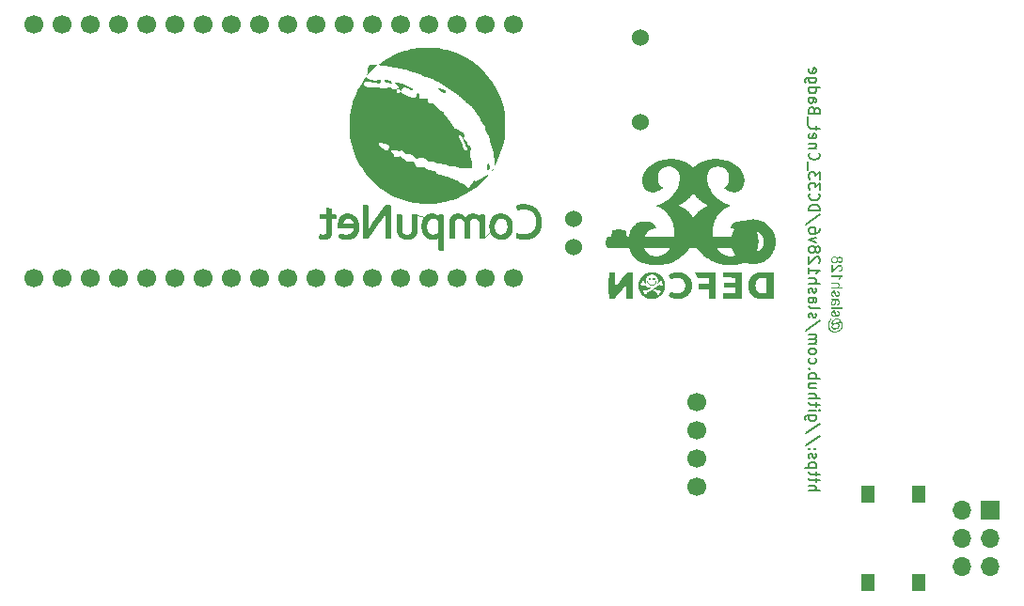
<source format=gbr>
%TF.GenerationSoftware,KiCad,Pcbnew,9.0.0*%
%TF.CreationDate,2025-03-22T20:49:06-07:00*%
%TF.ProjectId,DC33_Cnet_Badge_Main,44433333-5f43-46e6-9574-5f4261646765,rev?*%
%TF.SameCoordinates,Original*%
%TF.FileFunction,Soldermask,Bot*%
%TF.FilePolarity,Negative*%
%FSLAX46Y46*%
G04 Gerber Fmt 4.6, Leading zero omitted, Abs format (unit mm)*
G04 Created by KiCad (PCBNEW 9.0.0) date 2025-03-22 20:49:06*
%MOMM*%
%LPD*%
G01*
G04 APERTURE LIST*
%ADD10C,0.150000*%
%ADD11C,0.000000*%
%ADD12C,0.100000*%
%ADD13C,1.524000*%
%ADD14R,1.700000X1.700000*%
%ADD15O,1.700000X1.700000*%
%ADD16C,1.700000*%
%ADD17R,1.300000X1.550000*%
G04 APERTURE END LIST*
D10*
G36*
X195685631Y-83253995D02*
G01*
X195632852Y-83298691D01*
X195583813Y-83358177D01*
X195538536Y-83435040D01*
X195513215Y-83495717D01*
X195494263Y-83565068D01*
X195482254Y-83644334D01*
X195478025Y-83734909D01*
X195484698Y-83845308D01*
X195504117Y-83946556D01*
X195535727Y-84039907D01*
X195569108Y-84105689D01*
X195609774Y-84162076D01*
X195657906Y-84210078D01*
X195714085Y-84250322D01*
X195775563Y-84281388D01*
X195843386Y-84304077D01*
X195918509Y-84318161D01*
X196002048Y-84323046D01*
X196081104Y-84318444D01*
X196156954Y-84304799D01*
X196230166Y-84282160D01*
X196301245Y-84250322D01*
X196367711Y-84209701D01*
X196425088Y-84162235D01*
X196474189Y-84107661D01*
X196515507Y-84045403D01*
X196548053Y-83977953D01*
X196571324Y-83907214D01*
X196585447Y-83832580D01*
X196590245Y-83753349D01*
X196583477Y-83661460D01*
X196563656Y-83576609D01*
X196531017Y-83497566D01*
X196485985Y-83425192D01*
X196433456Y-83367730D01*
X196373053Y-83323360D01*
X196305286Y-83290790D01*
X196234836Y-83271431D01*
X196160622Y-83264924D01*
X196096762Y-83269911D01*
X196034018Y-83284915D01*
X195971700Y-83310354D01*
X195914011Y-83344779D01*
X195865644Y-83385773D01*
X195825643Y-83433635D01*
X195800320Y-83474564D01*
X195787705Y-83505369D01*
X195784122Y-83528585D01*
X195787473Y-83547024D01*
X195797433Y-83562412D01*
X195812121Y-83572941D01*
X195829185Y-83576395D01*
X195934942Y-83555940D01*
X196392958Y-83457571D01*
X196392958Y-83579815D01*
X196286835Y-83603079D01*
X196326695Y-83631629D01*
X196357861Y-83662542D01*
X196381418Y-83695952D01*
X196404818Y-83751619D01*
X196412498Y-83809342D01*
X196406874Y-83859819D01*
X196389270Y-83912957D01*
X196357848Y-83969931D01*
X196316981Y-84020390D01*
X196263154Y-84066471D01*
X196194267Y-84108234D01*
X196120108Y-84139704D01*
X196047887Y-84157949D01*
X195976707Y-84163921D01*
X195918807Y-84159831D01*
X195865066Y-84147835D01*
X195814774Y-84128079D01*
X195768391Y-84100727D01*
X195732454Y-84069677D01*
X195705476Y-84034839D01*
X195685453Y-83995413D01*
X195673828Y-83956216D01*
X195670000Y-83916625D01*
X195673516Y-83891346D01*
X195771116Y-83891346D01*
X195776616Y-83927337D01*
X195793324Y-83960872D01*
X195823018Y-83993135D01*
X195860073Y-84016799D01*
X195907604Y-84031988D01*
X195968525Y-84037526D01*
X196028285Y-84032375D01*
X196097608Y-84015666D01*
X196164069Y-83989527D01*
X196217103Y-83957597D01*
X196261016Y-83919250D01*
X196288483Y-83882798D01*
X196305178Y-83842832D01*
X196310710Y-83800488D01*
X196305020Y-83758570D01*
X196288246Y-83721583D01*
X196259480Y-83688136D01*
X196222711Y-83663458D01*
X196175648Y-83647704D01*
X196115376Y-83641974D01*
X196046244Y-83648045D01*
X195976341Y-83666582D01*
X195911530Y-83695547D01*
X195861913Y-83729780D01*
X195821497Y-83770388D01*
X195793953Y-83810746D01*
X195776500Y-83853219D01*
X195771116Y-83891346D01*
X195673516Y-83891346D01*
X195677556Y-83862304D01*
X195701263Y-83806289D01*
X195737278Y-83754363D01*
X195784122Y-83706882D01*
X195745664Y-83700930D01*
X195725382Y-83693937D01*
X195701978Y-83676632D01*
X195684349Y-83651256D01*
X195673948Y-83619532D01*
X195670000Y-83575052D01*
X195675143Y-83518880D01*
X195690608Y-83464348D01*
X195716950Y-83410620D01*
X195755367Y-83357038D01*
X195807630Y-83303148D01*
X195872058Y-83252076D01*
X195938739Y-83213305D01*
X196008208Y-83185901D01*
X196081187Y-83169395D01*
X196158546Y-83163808D01*
X196249009Y-83171259D01*
X196333971Y-83193293D01*
X196414696Y-83230059D01*
X196479673Y-83273148D01*
X196535188Y-83322740D01*
X196582062Y-83379130D01*
X196620776Y-83442916D01*
X196650599Y-83511291D01*
X196672184Y-83584339D01*
X196685424Y-83662720D01*
X196689958Y-83747182D01*
X196683318Y-83856394D01*
X196664237Y-83953746D01*
X196633576Y-84040874D01*
X196591650Y-84119164D01*
X196538001Y-84190460D01*
X196473626Y-84253430D01*
X196397566Y-84308535D01*
X196308450Y-84355835D01*
X196206087Y-84393816D01*
X196100655Y-84416532D01*
X195991118Y-84424162D01*
X195892712Y-84417645D01*
X195800235Y-84398455D01*
X195712681Y-84366765D01*
X195648104Y-84331715D01*
X195588309Y-84286672D01*
X195532857Y-84230844D01*
X195485861Y-84167690D01*
X195446806Y-84095339D01*
X195415804Y-84012613D01*
X195394539Y-83926384D01*
X195381417Y-83833384D01*
X195376908Y-83732833D01*
X195382242Y-83623523D01*
X195397201Y-83530465D01*
X195420505Y-83451404D01*
X195453625Y-83375879D01*
X195493085Y-83308992D01*
X195538841Y-83249904D01*
X195591405Y-83196199D01*
X195640142Y-83157138D01*
X195685631Y-83130347D01*
X195685631Y-83253995D01*
G37*
G36*
X195889207Y-83036435D02*
G01*
X195908381Y-82914863D01*
X195861712Y-82903385D01*
X195824876Y-82884300D01*
X195795968Y-82857833D01*
X195775188Y-82824484D01*
X195761825Y-82781730D01*
X195756950Y-82726980D01*
X195761435Y-82671370D01*
X195773338Y-82630670D01*
X195791144Y-82601317D01*
X195816107Y-82577917D01*
X195842528Y-82564673D01*
X195871378Y-82560284D01*
X195896965Y-82564315D01*
X195918243Y-82576089D01*
X195936346Y-82596493D01*
X195951709Y-82631467D01*
X195977623Y-82722217D01*
X196012659Y-82846597D01*
X196036730Y-82909734D01*
X196066975Y-82956246D01*
X196105790Y-82988991D01*
X196152047Y-83009183D01*
X196203243Y-83015980D01*
X196250170Y-83010377D01*
X196293124Y-82993754D01*
X196331011Y-82967530D01*
X196361878Y-82933304D01*
X196380566Y-82901300D01*
X196397782Y-82855085D01*
X196408734Y-82804371D01*
X196412498Y-82748839D01*
X196405933Y-82666686D01*
X196387585Y-82598935D01*
X196367967Y-82557849D01*
X196345417Y-82526635D01*
X196320052Y-82503620D01*
X196272647Y-82478523D01*
X196206174Y-82461243D01*
X196189748Y-82581472D01*
X196225575Y-82590745D01*
X196254604Y-82606561D01*
X196278103Y-82628977D01*
X196294966Y-82656884D01*
X196305902Y-82693116D01*
X196309916Y-82739986D01*
X196306073Y-82796222D01*
X196296194Y-82835000D01*
X196282072Y-82860886D01*
X196261545Y-82881698D01*
X196240083Y-82893291D01*
X196216859Y-82897095D01*
X196194296Y-82893355D01*
X196174056Y-82882074D01*
X196156752Y-82863791D01*
X196141449Y-82834935D01*
X196110186Y-82726308D01*
X196075543Y-82606090D01*
X196053217Y-82544286D01*
X196025667Y-82497812D01*
X195988736Y-82463319D01*
X195959233Y-82447397D01*
X195924598Y-82437458D01*
X195883651Y-82433949D01*
X195843745Y-82437881D01*
X195805399Y-82449679D01*
X195767941Y-82469792D01*
X195735083Y-82496656D01*
X195707171Y-82530796D01*
X195684043Y-82573290D01*
X195667853Y-82619268D01*
X195657836Y-82670018D01*
X195654368Y-82726308D01*
X195658734Y-82798138D01*
X195670774Y-82856525D01*
X195689278Y-82903787D01*
X195713597Y-82941852D01*
X195745539Y-82974527D01*
X195784635Y-83001209D01*
X195832013Y-83021987D01*
X195889207Y-83036435D01*
G37*
G36*
X195670000Y-82290457D02*
G01*
X196674326Y-82290457D01*
X196674326Y-82167541D01*
X195670000Y-82167541D01*
X195670000Y-82290457D01*
G37*
G36*
X195712816Y-81370107D02*
G01*
X195757133Y-81381751D01*
X195817996Y-81386956D01*
X195974265Y-81389567D01*
X196138335Y-81389567D01*
X196214091Y-81391483D01*
X196251847Y-81395734D01*
X196299026Y-81411218D01*
X196335561Y-81434019D01*
X196364564Y-81466972D01*
X196390577Y-81519382D01*
X196406417Y-81582150D01*
X196412498Y-81670324D01*
X196405654Y-81760524D01*
X196386547Y-81835005D01*
X196365958Y-81880196D01*
X196341297Y-81915925D01*
X196312663Y-81943632D01*
X196279019Y-81965413D01*
X196237468Y-81983528D01*
X196186573Y-81997548D01*
X196170209Y-81877320D01*
X196220488Y-81860216D01*
X196255639Y-81839656D01*
X196279141Y-81816198D01*
X196295003Y-81786879D01*
X196305804Y-81745452D01*
X196309916Y-81688093D01*
X196304603Y-81627460D01*
X196290296Y-81581958D01*
X196268456Y-81548080D01*
X196245499Y-81529955D01*
X196211701Y-81517843D01*
X196163065Y-81513215D01*
X196131130Y-81513948D01*
X196110266Y-81594431D01*
X196089059Y-81733217D01*
X196070619Y-81842515D01*
X196053515Y-81889593D01*
X196030258Y-81930992D01*
X195999524Y-81966270D01*
X195959549Y-81994495D01*
X195913505Y-82012590D01*
X195862158Y-82018736D01*
X195817903Y-82014564D01*
X195778907Y-82002498D01*
X195744115Y-81982684D01*
X195712803Y-81954562D01*
X195688424Y-81921070D01*
X195670228Y-81880327D01*
X195658560Y-81830847D01*
X195654368Y-81770769D01*
X195656896Y-81741399D01*
X195750111Y-81741399D01*
X195754293Y-81788167D01*
X195765618Y-81823638D01*
X195783023Y-81850392D01*
X195806990Y-81871181D01*
X195834042Y-81883400D01*
X195865272Y-81887578D01*
X195896089Y-81883293D01*
X195923829Y-81870542D01*
X195946814Y-81850121D01*
X195963885Y-81821999D01*
X195975676Y-81784790D01*
X195988614Y-81714776D01*
X196011817Y-81589656D01*
X196035387Y-81513948D01*
X195990141Y-81513948D01*
X195913848Y-81519669D01*
X195866676Y-81533731D01*
X195833303Y-81554154D01*
X195804995Y-81581000D01*
X195781313Y-81615003D01*
X195764204Y-81652982D01*
X195753725Y-81694845D01*
X195750111Y-81741399D01*
X195656896Y-81741399D01*
X195660453Y-81700086D01*
X195678304Y-81635153D01*
X195709278Y-81573101D01*
X195760308Y-81503689D01*
X195710798Y-81494495D01*
X195670000Y-81479082D01*
X195670000Y-81350671D01*
X195712816Y-81370107D01*
G37*
G36*
X195889207Y-81248578D02*
G01*
X195908381Y-81127006D01*
X195861712Y-81115527D01*
X195824876Y-81096443D01*
X195795968Y-81069975D01*
X195775188Y-81036627D01*
X195761825Y-80993873D01*
X195756950Y-80939122D01*
X195761435Y-80883513D01*
X195773338Y-80842813D01*
X195791144Y-80813459D01*
X195816107Y-80790059D01*
X195842528Y-80776816D01*
X195871378Y-80772426D01*
X195896965Y-80776457D01*
X195918243Y-80788231D01*
X195936346Y-80808635D01*
X195951709Y-80843609D01*
X195977623Y-80934359D01*
X196012659Y-81058740D01*
X196036730Y-81121877D01*
X196066975Y-81168388D01*
X196105790Y-81201133D01*
X196152047Y-81221325D01*
X196203243Y-81228122D01*
X196250170Y-81222520D01*
X196293124Y-81205896D01*
X196331011Y-81179672D01*
X196361878Y-81145446D01*
X196380566Y-81113443D01*
X196397782Y-81067227D01*
X196408734Y-81016514D01*
X196412498Y-80960982D01*
X196405933Y-80878828D01*
X196387585Y-80811078D01*
X196367967Y-80769991D01*
X196345417Y-80738778D01*
X196320052Y-80715762D01*
X196272647Y-80690666D01*
X196206174Y-80673386D01*
X196189748Y-80793614D01*
X196225575Y-80802887D01*
X196254604Y-80818703D01*
X196278103Y-80841120D01*
X196294966Y-80869027D01*
X196305902Y-80905258D01*
X196309916Y-80952128D01*
X196306073Y-81008365D01*
X196296194Y-81047142D01*
X196282072Y-81073028D01*
X196261545Y-81093840D01*
X196240083Y-81105433D01*
X196216859Y-81109237D01*
X196194296Y-81105498D01*
X196174056Y-81094216D01*
X196156752Y-81075934D01*
X196141449Y-81047077D01*
X196110186Y-80938450D01*
X196075543Y-80818232D01*
X196053217Y-80756428D01*
X196025667Y-80709954D01*
X195988736Y-80675462D01*
X195959233Y-80659539D01*
X195924598Y-80649600D01*
X195883651Y-80646092D01*
X195843745Y-80650023D01*
X195805399Y-80661822D01*
X195767941Y-80681934D01*
X195735083Y-80708798D01*
X195707171Y-80742938D01*
X195684043Y-80785432D01*
X195667853Y-80831410D01*
X195657836Y-80882160D01*
X195654368Y-80938450D01*
X195658734Y-81010280D01*
X195670774Y-81068667D01*
X195689278Y-81115929D01*
X195713597Y-81153995D01*
X195745539Y-81186669D01*
X195784635Y-81213352D01*
X195832013Y-81234129D01*
X195889207Y-81248578D01*
G37*
G36*
X195670000Y-80499912D02*
G01*
X196674326Y-80499912D01*
X196674326Y-80376936D01*
X196313091Y-80376936D01*
X196357034Y-80330480D01*
X196387663Y-80279537D01*
X196406146Y-80223111D01*
X196412498Y-80159682D01*
X196408732Y-80106728D01*
X196397965Y-80060409D01*
X196380685Y-80019670D01*
X196356314Y-79983216D01*
X196327174Y-79955195D01*
X196292819Y-79934612D01*
X196254408Y-79921476D01*
X196201473Y-79912408D01*
X196130153Y-79908967D01*
X195670000Y-79908967D01*
X195670000Y-80031943D01*
X196130458Y-80031943D01*
X196190866Y-80037206D01*
X196234260Y-80051112D01*
X196264914Y-80071938D01*
X196287644Y-80101091D01*
X196301864Y-80137998D01*
X196306985Y-80184961D01*
X196299927Y-80237846D01*
X196278592Y-80287787D01*
X196257101Y-80317181D01*
X196231584Y-80339848D01*
X196201594Y-80356481D01*
X196148080Y-80371142D01*
X196067505Y-80376936D01*
X195670000Y-80376936D01*
X195670000Y-80499912D01*
G37*
G36*
X195670000Y-79293230D02*
G01*
X195670000Y-79416207D01*
X196455607Y-79416207D01*
X196414892Y-79465142D01*
X196370671Y-79532650D01*
X196332230Y-79603694D01*
X196306985Y-79662098D01*
X196424221Y-79662098D01*
X196459802Y-79595216D01*
X196499378Y-79535293D01*
X196542923Y-79481786D01*
X196591845Y-79432697D01*
X196636756Y-79396994D01*
X196678234Y-79372487D01*
X196678234Y-79293230D01*
X195670000Y-79293230D01*
G37*
G36*
X195786259Y-78332501D02*
G01*
X195670000Y-78332501D01*
X195670000Y-78994399D01*
X195713535Y-78991504D01*
X195755240Y-78980050D01*
X195820739Y-78948075D01*
X195888169Y-78899145D01*
X195954298Y-78835775D01*
X196039539Y-78738250D01*
X196133016Y-78630196D01*
X196202360Y-78559799D01*
X196252641Y-78517637D01*
X196307188Y-78484220D01*
X196356257Y-78465958D01*
X196401324Y-78460240D01*
X196448045Y-78466139D01*
X196488816Y-78483372D01*
X196525155Y-78512508D01*
X196552769Y-78550033D01*
X196569693Y-78594763D01*
X196575652Y-78648735D01*
X196569280Y-78705738D01*
X196551272Y-78752348D01*
X196521980Y-78790884D01*
X196483164Y-78819725D01*
X196434569Y-78837949D01*
X196373419Y-78844801D01*
X196386486Y-78971196D01*
X196456923Y-78959346D01*
X196515314Y-78938745D01*
X196563687Y-78910131D01*
X196603557Y-78873499D01*
X196635187Y-78829352D01*
X196658413Y-78777732D01*
X196673052Y-78717229D01*
X196678234Y-78646048D01*
X196672687Y-78574443D01*
X196657005Y-78513740D01*
X196632053Y-78462033D01*
X196597878Y-78417864D01*
X196555053Y-78380914D01*
X196508246Y-78354968D01*
X196456586Y-78339249D01*
X196398820Y-78333845D01*
X196339280Y-78339925D01*
X196280057Y-78358452D01*
X196222615Y-78389534D01*
X196157142Y-78440090D01*
X196088177Y-78507958D01*
X195980066Y-78629623D01*
X195893192Y-78729900D01*
X195853243Y-78771772D01*
X195819222Y-78800916D01*
X195786259Y-78823613D01*
X195786259Y-78332501D01*
G37*
G36*
X196018907Y-77548107D02*
G01*
X196071817Y-77564264D01*
X196118613Y-77590675D01*
X196158384Y-77626709D01*
X196190766Y-77672890D01*
X196215821Y-77731053D01*
X196238139Y-77683901D01*
X196264685Y-77647494D01*
X196295383Y-77620106D01*
X196331303Y-77599993D01*
X196371378Y-77587756D01*
X196416650Y-77583531D01*
X196469618Y-77588609D01*
X196517487Y-77603458D01*
X196561369Y-77628121D01*
X196602030Y-77663459D01*
X196634679Y-77705486D01*
X196658323Y-77753801D01*
X196673058Y-77809605D01*
X196678234Y-77874485D01*
X196673148Y-77939131D01*
X196658699Y-77994515D01*
X196635577Y-78042248D01*
X196603740Y-78083557D01*
X196563994Y-78118162D01*
X196520720Y-78142401D01*
X196473127Y-78157052D01*
X196420069Y-78162081D01*
X196372974Y-78157775D01*
X196331924Y-78145392D01*
X196295750Y-78125200D01*
X196264935Y-78097491D01*
X196238255Y-78060324D01*
X196215821Y-78011810D01*
X196194486Y-78069560D01*
X196164503Y-78115970D01*
X196125757Y-78152861D01*
X196079447Y-78179820D01*
X196025422Y-78196514D01*
X195961809Y-78202381D01*
X195897733Y-78196504D01*
X195840660Y-78179452D01*
X195789195Y-78151395D01*
X195742356Y-78111584D01*
X195704566Y-78063685D01*
X195677279Y-78008829D01*
X195660316Y-77945684D01*
X195654368Y-77872470D01*
X195654482Y-77871065D01*
X195756950Y-77871065D01*
X195763686Y-77925989D01*
X195783817Y-77977006D01*
X195804369Y-78007261D01*
X195829539Y-78031793D01*
X195859776Y-78051133D01*
X195909949Y-78069892D01*
X195961198Y-78076046D01*
X196016070Y-78069502D01*
X196063125Y-78050578D01*
X196104202Y-78019016D01*
X196135828Y-77977944D01*
X196154830Y-77930644D01*
X196161416Y-77875218D01*
X196161015Y-77871798D01*
X196263998Y-77871798D01*
X196269251Y-77918703D01*
X196284207Y-77957750D01*
X196308695Y-77990683D01*
X196341010Y-78015874D01*
X196378868Y-78031105D01*
X196423916Y-78036418D01*
X196463487Y-78031254D01*
X196498738Y-78016013D01*
X196530894Y-77989951D01*
X196555574Y-77956658D01*
X196570475Y-77918225D01*
X196575652Y-77873142D01*
X196570403Y-77828562D01*
X196555220Y-77790236D01*
X196529918Y-77756699D01*
X196496996Y-77730642D01*
X196459868Y-77715174D01*
X196417138Y-77709865D01*
X196376137Y-77714996D01*
X196340327Y-77729982D01*
X196308389Y-77755294D01*
X196283999Y-77787938D01*
X196269179Y-77826228D01*
X196263998Y-77871798D01*
X196161015Y-77871798D01*
X196154752Y-77818358D01*
X196135517Y-77769695D01*
X196103531Y-77727329D01*
X196061797Y-77694640D01*
X196013664Y-77675021D01*
X195957168Y-77668222D01*
X195901446Y-77674850D01*
X195854189Y-77693929D01*
X195813431Y-77725619D01*
X195782301Y-77766817D01*
X195763494Y-77814646D01*
X195756950Y-77871065D01*
X195654482Y-77871065D01*
X195660295Y-77799234D01*
X195677195Y-77736080D01*
X195704371Y-77681232D01*
X195741990Y-77633356D01*
X195788711Y-77593387D01*
X195839663Y-77565325D01*
X195895776Y-77548335D01*
X195958389Y-77542498D01*
X196018907Y-77548107D01*
G37*
X193630180Y-98663220D02*
X194630180Y-98663220D01*
X193630180Y-98234649D02*
X194153990Y-98234649D01*
X194153990Y-98234649D02*
X194249228Y-98282268D01*
X194249228Y-98282268D02*
X194296847Y-98377506D01*
X194296847Y-98377506D02*
X194296847Y-98520363D01*
X194296847Y-98520363D02*
X194249228Y-98615601D01*
X194249228Y-98615601D02*
X194201609Y-98663220D01*
X194296847Y-97901315D02*
X194296847Y-97520363D01*
X194630180Y-97758458D02*
X193773038Y-97758458D01*
X193773038Y-97758458D02*
X193677800Y-97710839D01*
X193677800Y-97710839D02*
X193630180Y-97615601D01*
X193630180Y-97615601D02*
X193630180Y-97520363D01*
X194296847Y-97329886D02*
X194296847Y-96948934D01*
X194630180Y-97187029D02*
X193773038Y-97187029D01*
X193773038Y-97187029D02*
X193677800Y-97139410D01*
X193677800Y-97139410D02*
X193630180Y-97044172D01*
X193630180Y-97044172D02*
X193630180Y-96948934D01*
X194296847Y-96615600D02*
X193296847Y-96615600D01*
X194249228Y-96615600D02*
X194296847Y-96520362D01*
X194296847Y-96520362D02*
X194296847Y-96329886D01*
X194296847Y-96329886D02*
X194249228Y-96234648D01*
X194249228Y-96234648D02*
X194201609Y-96187029D01*
X194201609Y-96187029D02*
X194106371Y-96139410D01*
X194106371Y-96139410D02*
X193820657Y-96139410D01*
X193820657Y-96139410D02*
X193725419Y-96187029D01*
X193725419Y-96187029D02*
X193677800Y-96234648D01*
X193677800Y-96234648D02*
X193630180Y-96329886D01*
X193630180Y-96329886D02*
X193630180Y-96520362D01*
X193630180Y-96520362D02*
X193677800Y-96615600D01*
X193677800Y-95758457D02*
X193630180Y-95663219D01*
X193630180Y-95663219D02*
X193630180Y-95472743D01*
X193630180Y-95472743D02*
X193677800Y-95377505D01*
X193677800Y-95377505D02*
X193773038Y-95329886D01*
X193773038Y-95329886D02*
X193820657Y-95329886D01*
X193820657Y-95329886D02*
X193915895Y-95377505D01*
X193915895Y-95377505D02*
X193963514Y-95472743D01*
X193963514Y-95472743D02*
X193963514Y-95615600D01*
X193963514Y-95615600D02*
X194011133Y-95710838D01*
X194011133Y-95710838D02*
X194106371Y-95758457D01*
X194106371Y-95758457D02*
X194153990Y-95758457D01*
X194153990Y-95758457D02*
X194249228Y-95710838D01*
X194249228Y-95710838D02*
X194296847Y-95615600D01*
X194296847Y-95615600D02*
X194296847Y-95472743D01*
X194296847Y-95472743D02*
X194249228Y-95377505D01*
X193725419Y-94901314D02*
X193677800Y-94853695D01*
X193677800Y-94853695D02*
X193630180Y-94901314D01*
X193630180Y-94901314D02*
X193677800Y-94948933D01*
X193677800Y-94948933D02*
X193725419Y-94901314D01*
X193725419Y-94901314D02*
X193630180Y-94901314D01*
X194249228Y-94901314D02*
X194201609Y-94853695D01*
X194201609Y-94853695D02*
X194153990Y-94901314D01*
X194153990Y-94901314D02*
X194201609Y-94948933D01*
X194201609Y-94948933D02*
X194249228Y-94901314D01*
X194249228Y-94901314D02*
X194153990Y-94901314D01*
X194677800Y-93710839D02*
X193392085Y-94567981D01*
X194677800Y-92663220D02*
X193392085Y-93520362D01*
X194296847Y-91901315D02*
X193487323Y-91901315D01*
X193487323Y-91901315D02*
X193392085Y-91948934D01*
X193392085Y-91948934D02*
X193344466Y-91996553D01*
X193344466Y-91996553D02*
X193296847Y-92091791D01*
X193296847Y-92091791D02*
X193296847Y-92234648D01*
X193296847Y-92234648D02*
X193344466Y-92329886D01*
X193677800Y-91901315D02*
X193630180Y-91996553D01*
X193630180Y-91996553D02*
X193630180Y-92187029D01*
X193630180Y-92187029D02*
X193677800Y-92282267D01*
X193677800Y-92282267D02*
X193725419Y-92329886D01*
X193725419Y-92329886D02*
X193820657Y-92377505D01*
X193820657Y-92377505D02*
X194106371Y-92377505D01*
X194106371Y-92377505D02*
X194201609Y-92329886D01*
X194201609Y-92329886D02*
X194249228Y-92282267D01*
X194249228Y-92282267D02*
X194296847Y-92187029D01*
X194296847Y-92187029D02*
X194296847Y-91996553D01*
X194296847Y-91996553D02*
X194249228Y-91901315D01*
X193630180Y-91425124D02*
X194296847Y-91425124D01*
X194630180Y-91425124D02*
X194582561Y-91472743D01*
X194582561Y-91472743D02*
X194534942Y-91425124D01*
X194534942Y-91425124D02*
X194582561Y-91377505D01*
X194582561Y-91377505D02*
X194630180Y-91425124D01*
X194630180Y-91425124D02*
X194534942Y-91425124D01*
X194296847Y-91091791D02*
X194296847Y-90710839D01*
X194630180Y-90948934D02*
X193773038Y-90948934D01*
X193773038Y-90948934D02*
X193677800Y-90901315D01*
X193677800Y-90901315D02*
X193630180Y-90806077D01*
X193630180Y-90806077D02*
X193630180Y-90710839D01*
X193630180Y-90377505D02*
X194630180Y-90377505D01*
X193630180Y-89948934D02*
X194153990Y-89948934D01*
X194153990Y-89948934D02*
X194249228Y-89996553D01*
X194249228Y-89996553D02*
X194296847Y-90091791D01*
X194296847Y-90091791D02*
X194296847Y-90234648D01*
X194296847Y-90234648D02*
X194249228Y-90329886D01*
X194249228Y-90329886D02*
X194201609Y-90377505D01*
X194296847Y-89044172D02*
X193630180Y-89044172D01*
X194296847Y-89472743D02*
X193773038Y-89472743D01*
X193773038Y-89472743D02*
X193677800Y-89425124D01*
X193677800Y-89425124D02*
X193630180Y-89329886D01*
X193630180Y-89329886D02*
X193630180Y-89187029D01*
X193630180Y-89187029D02*
X193677800Y-89091791D01*
X193677800Y-89091791D02*
X193725419Y-89044172D01*
X193630180Y-88567981D02*
X194630180Y-88567981D01*
X194249228Y-88567981D02*
X194296847Y-88472743D01*
X194296847Y-88472743D02*
X194296847Y-88282267D01*
X194296847Y-88282267D02*
X194249228Y-88187029D01*
X194249228Y-88187029D02*
X194201609Y-88139410D01*
X194201609Y-88139410D02*
X194106371Y-88091791D01*
X194106371Y-88091791D02*
X193820657Y-88091791D01*
X193820657Y-88091791D02*
X193725419Y-88139410D01*
X193725419Y-88139410D02*
X193677800Y-88187029D01*
X193677800Y-88187029D02*
X193630180Y-88282267D01*
X193630180Y-88282267D02*
X193630180Y-88472743D01*
X193630180Y-88472743D02*
X193677800Y-88567981D01*
X193725419Y-87663219D02*
X193677800Y-87615600D01*
X193677800Y-87615600D02*
X193630180Y-87663219D01*
X193630180Y-87663219D02*
X193677800Y-87710838D01*
X193677800Y-87710838D02*
X193725419Y-87663219D01*
X193725419Y-87663219D02*
X193630180Y-87663219D01*
X193677800Y-86758458D02*
X193630180Y-86853696D01*
X193630180Y-86853696D02*
X193630180Y-87044172D01*
X193630180Y-87044172D02*
X193677800Y-87139410D01*
X193677800Y-87139410D02*
X193725419Y-87187029D01*
X193725419Y-87187029D02*
X193820657Y-87234648D01*
X193820657Y-87234648D02*
X194106371Y-87234648D01*
X194106371Y-87234648D02*
X194201609Y-87187029D01*
X194201609Y-87187029D02*
X194249228Y-87139410D01*
X194249228Y-87139410D02*
X194296847Y-87044172D01*
X194296847Y-87044172D02*
X194296847Y-86853696D01*
X194296847Y-86853696D02*
X194249228Y-86758458D01*
X193630180Y-86187029D02*
X193677800Y-86282267D01*
X193677800Y-86282267D02*
X193725419Y-86329886D01*
X193725419Y-86329886D02*
X193820657Y-86377505D01*
X193820657Y-86377505D02*
X194106371Y-86377505D01*
X194106371Y-86377505D02*
X194201609Y-86329886D01*
X194201609Y-86329886D02*
X194249228Y-86282267D01*
X194249228Y-86282267D02*
X194296847Y-86187029D01*
X194296847Y-86187029D02*
X194296847Y-86044172D01*
X194296847Y-86044172D02*
X194249228Y-85948934D01*
X194249228Y-85948934D02*
X194201609Y-85901315D01*
X194201609Y-85901315D02*
X194106371Y-85853696D01*
X194106371Y-85853696D02*
X193820657Y-85853696D01*
X193820657Y-85853696D02*
X193725419Y-85901315D01*
X193725419Y-85901315D02*
X193677800Y-85948934D01*
X193677800Y-85948934D02*
X193630180Y-86044172D01*
X193630180Y-86044172D02*
X193630180Y-86187029D01*
X193630180Y-85425124D02*
X194296847Y-85425124D01*
X194201609Y-85425124D02*
X194249228Y-85377505D01*
X194249228Y-85377505D02*
X194296847Y-85282267D01*
X194296847Y-85282267D02*
X194296847Y-85139410D01*
X194296847Y-85139410D02*
X194249228Y-85044172D01*
X194249228Y-85044172D02*
X194153990Y-84996553D01*
X194153990Y-84996553D02*
X193630180Y-84996553D01*
X194153990Y-84996553D02*
X194249228Y-84948934D01*
X194249228Y-84948934D02*
X194296847Y-84853696D01*
X194296847Y-84853696D02*
X194296847Y-84710839D01*
X194296847Y-84710839D02*
X194249228Y-84615600D01*
X194249228Y-84615600D02*
X194153990Y-84567981D01*
X194153990Y-84567981D02*
X193630180Y-84567981D01*
X194677800Y-83377506D02*
X193392085Y-84234648D01*
X193677800Y-83091791D02*
X193630180Y-82996553D01*
X193630180Y-82996553D02*
X193630180Y-82806077D01*
X193630180Y-82806077D02*
X193677800Y-82710839D01*
X193677800Y-82710839D02*
X193773038Y-82663220D01*
X193773038Y-82663220D02*
X193820657Y-82663220D01*
X193820657Y-82663220D02*
X193915895Y-82710839D01*
X193915895Y-82710839D02*
X193963514Y-82806077D01*
X193963514Y-82806077D02*
X193963514Y-82948934D01*
X193963514Y-82948934D02*
X194011133Y-83044172D01*
X194011133Y-83044172D02*
X194106371Y-83091791D01*
X194106371Y-83091791D02*
X194153990Y-83091791D01*
X194153990Y-83091791D02*
X194249228Y-83044172D01*
X194249228Y-83044172D02*
X194296847Y-82948934D01*
X194296847Y-82948934D02*
X194296847Y-82806077D01*
X194296847Y-82806077D02*
X194249228Y-82710839D01*
X193630180Y-82091791D02*
X193677800Y-82187029D01*
X193677800Y-82187029D02*
X193773038Y-82234648D01*
X193773038Y-82234648D02*
X194630180Y-82234648D01*
X193630180Y-81282267D02*
X194153990Y-81282267D01*
X194153990Y-81282267D02*
X194249228Y-81329886D01*
X194249228Y-81329886D02*
X194296847Y-81425124D01*
X194296847Y-81425124D02*
X194296847Y-81615600D01*
X194296847Y-81615600D02*
X194249228Y-81710838D01*
X193677800Y-81282267D02*
X193630180Y-81377505D01*
X193630180Y-81377505D02*
X193630180Y-81615600D01*
X193630180Y-81615600D02*
X193677800Y-81710838D01*
X193677800Y-81710838D02*
X193773038Y-81758457D01*
X193773038Y-81758457D02*
X193868276Y-81758457D01*
X193868276Y-81758457D02*
X193963514Y-81710838D01*
X193963514Y-81710838D02*
X194011133Y-81615600D01*
X194011133Y-81615600D02*
X194011133Y-81377505D01*
X194011133Y-81377505D02*
X194058752Y-81282267D01*
X193677800Y-80853695D02*
X193630180Y-80758457D01*
X193630180Y-80758457D02*
X193630180Y-80567981D01*
X193630180Y-80567981D02*
X193677800Y-80472743D01*
X193677800Y-80472743D02*
X193773038Y-80425124D01*
X193773038Y-80425124D02*
X193820657Y-80425124D01*
X193820657Y-80425124D02*
X193915895Y-80472743D01*
X193915895Y-80472743D02*
X193963514Y-80567981D01*
X193963514Y-80567981D02*
X193963514Y-80710838D01*
X193963514Y-80710838D02*
X194011133Y-80806076D01*
X194011133Y-80806076D02*
X194106371Y-80853695D01*
X194106371Y-80853695D02*
X194153990Y-80853695D01*
X194153990Y-80853695D02*
X194249228Y-80806076D01*
X194249228Y-80806076D02*
X194296847Y-80710838D01*
X194296847Y-80710838D02*
X194296847Y-80567981D01*
X194296847Y-80567981D02*
X194249228Y-80472743D01*
X193630180Y-79996552D02*
X194630180Y-79996552D01*
X193630180Y-79567981D02*
X194153990Y-79567981D01*
X194153990Y-79567981D02*
X194249228Y-79615600D01*
X194249228Y-79615600D02*
X194296847Y-79710838D01*
X194296847Y-79710838D02*
X194296847Y-79853695D01*
X194296847Y-79853695D02*
X194249228Y-79948933D01*
X194249228Y-79948933D02*
X194201609Y-79996552D01*
X193630180Y-78567981D02*
X193630180Y-79139409D01*
X193630180Y-78853695D02*
X194630180Y-78853695D01*
X194630180Y-78853695D02*
X194487323Y-78948933D01*
X194487323Y-78948933D02*
X194392085Y-79044171D01*
X194392085Y-79044171D02*
X194344466Y-79139409D01*
X194534942Y-78187028D02*
X194582561Y-78139409D01*
X194582561Y-78139409D02*
X194630180Y-78044171D01*
X194630180Y-78044171D02*
X194630180Y-77806076D01*
X194630180Y-77806076D02*
X194582561Y-77710838D01*
X194582561Y-77710838D02*
X194534942Y-77663219D01*
X194534942Y-77663219D02*
X194439704Y-77615600D01*
X194439704Y-77615600D02*
X194344466Y-77615600D01*
X194344466Y-77615600D02*
X194201609Y-77663219D01*
X194201609Y-77663219D02*
X193630180Y-78234647D01*
X193630180Y-78234647D02*
X193630180Y-77615600D01*
X194201609Y-77044171D02*
X194249228Y-77139409D01*
X194249228Y-77139409D02*
X194296847Y-77187028D01*
X194296847Y-77187028D02*
X194392085Y-77234647D01*
X194392085Y-77234647D02*
X194439704Y-77234647D01*
X194439704Y-77234647D02*
X194534942Y-77187028D01*
X194534942Y-77187028D02*
X194582561Y-77139409D01*
X194582561Y-77139409D02*
X194630180Y-77044171D01*
X194630180Y-77044171D02*
X194630180Y-76853695D01*
X194630180Y-76853695D02*
X194582561Y-76758457D01*
X194582561Y-76758457D02*
X194534942Y-76710838D01*
X194534942Y-76710838D02*
X194439704Y-76663219D01*
X194439704Y-76663219D02*
X194392085Y-76663219D01*
X194392085Y-76663219D02*
X194296847Y-76710838D01*
X194296847Y-76710838D02*
X194249228Y-76758457D01*
X194249228Y-76758457D02*
X194201609Y-76853695D01*
X194201609Y-76853695D02*
X194201609Y-77044171D01*
X194201609Y-77044171D02*
X194153990Y-77139409D01*
X194153990Y-77139409D02*
X194106371Y-77187028D01*
X194106371Y-77187028D02*
X194011133Y-77234647D01*
X194011133Y-77234647D02*
X193820657Y-77234647D01*
X193820657Y-77234647D02*
X193725419Y-77187028D01*
X193725419Y-77187028D02*
X193677800Y-77139409D01*
X193677800Y-77139409D02*
X193630180Y-77044171D01*
X193630180Y-77044171D02*
X193630180Y-76853695D01*
X193630180Y-76853695D02*
X193677800Y-76758457D01*
X193677800Y-76758457D02*
X193725419Y-76710838D01*
X193725419Y-76710838D02*
X193820657Y-76663219D01*
X193820657Y-76663219D02*
X194011133Y-76663219D01*
X194011133Y-76663219D02*
X194106371Y-76710838D01*
X194106371Y-76710838D02*
X194153990Y-76758457D01*
X194153990Y-76758457D02*
X194201609Y-76853695D01*
X194296847Y-76329885D02*
X193630180Y-76091790D01*
X193630180Y-76091790D02*
X194296847Y-75853695D01*
X194630180Y-75044171D02*
X194630180Y-75234647D01*
X194630180Y-75234647D02*
X194582561Y-75329885D01*
X194582561Y-75329885D02*
X194534942Y-75377504D01*
X194534942Y-75377504D02*
X194392085Y-75472742D01*
X194392085Y-75472742D02*
X194201609Y-75520361D01*
X194201609Y-75520361D02*
X193820657Y-75520361D01*
X193820657Y-75520361D02*
X193725419Y-75472742D01*
X193725419Y-75472742D02*
X193677800Y-75425123D01*
X193677800Y-75425123D02*
X193630180Y-75329885D01*
X193630180Y-75329885D02*
X193630180Y-75139409D01*
X193630180Y-75139409D02*
X193677800Y-75044171D01*
X193677800Y-75044171D02*
X193725419Y-74996552D01*
X193725419Y-74996552D02*
X193820657Y-74948933D01*
X193820657Y-74948933D02*
X194058752Y-74948933D01*
X194058752Y-74948933D02*
X194153990Y-74996552D01*
X194153990Y-74996552D02*
X194201609Y-75044171D01*
X194201609Y-75044171D02*
X194249228Y-75139409D01*
X194249228Y-75139409D02*
X194249228Y-75329885D01*
X194249228Y-75329885D02*
X194201609Y-75425123D01*
X194201609Y-75425123D02*
X194153990Y-75472742D01*
X194153990Y-75472742D02*
X194058752Y-75520361D01*
X194677800Y-73806076D02*
X193392085Y-74663218D01*
X193630180Y-73472742D02*
X194630180Y-73472742D01*
X194630180Y-73472742D02*
X194630180Y-73234647D01*
X194630180Y-73234647D02*
X194582561Y-73091790D01*
X194582561Y-73091790D02*
X194487323Y-72996552D01*
X194487323Y-72996552D02*
X194392085Y-72948933D01*
X194392085Y-72948933D02*
X194201609Y-72901314D01*
X194201609Y-72901314D02*
X194058752Y-72901314D01*
X194058752Y-72901314D02*
X193868276Y-72948933D01*
X193868276Y-72948933D02*
X193773038Y-72996552D01*
X193773038Y-72996552D02*
X193677800Y-73091790D01*
X193677800Y-73091790D02*
X193630180Y-73234647D01*
X193630180Y-73234647D02*
X193630180Y-73472742D01*
X193725419Y-71901314D02*
X193677800Y-71948933D01*
X193677800Y-71948933D02*
X193630180Y-72091790D01*
X193630180Y-72091790D02*
X193630180Y-72187028D01*
X193630180Y-72187028D02*
X193677800Y-72329885D01*
X193677800Y-72329885D02*
X193773038Y-72425123D01*
X193773038Y-72425123D02*
X193868276Y-72472742D01*
X193868276Y-72472742D02*
X194058752Y-72520361D01*
X194058752Y-72520361D02*
X194201609Y-72520361D01*
X194201609Y-72520361D02*
X194392085Y-72472742D01*
X194392085Y-72472742D02*
X194487323Y-72425123D01*
X194487323Y-72425123D02*
X194582561Y-72329885D01*
X194582561Y-72329885D02*
X194630180Y-72187028D01*
X194630180Y-72187028D02*
X194630180Y-72091790D01*
X194630180Y-72091790D02*
X194582561Y-71948933D01*
X194582561Y-71948933D02*
X194534942Y-71901314D01*
X194630180Y-71567980D02*
X194630180Y-70948933D01*
X194630180Y-70948933D02*
X194249228Y-71282266D01*
X194249228Y-71282266D02*
X194249228Y-71139409D01*
X194249228Y-71139409D02*
X194201609Y-71044171D01*
X194201609Y-71044171D02*
X194153990Y-70996552D01*
X194153990Y-70996552D02*
X194058752Y-70948933D01*
X194058752Y-70948933D02*
X193820657Y-70948933D01*
X193820657Y-70948933D02*
X193725419Y-70996552D01*
X193725419Y-70996552D02*
X193677800Y-71044171D01*
X193677800Y-71044171D02*
X193630180Y-71139409D01*
X193630180Y-71139409D02*
X193630180Y-71425123D01*
X193630180Y-71425123D02*
X193677800Y-71520361D01*
X193677800Y-71520361D02*
X193725419Y-71567980D01*
X194630180Y-70615599D02*
X194630180Y-69996552D01*
X194630180Y-69996552D02*
X194249228Y-70329885D01*
X194249228Y-70329885D02*
X194249228Y-70187028D01*
X194249228Y-70187028D02*
X194201609Y-70091790D01*
X194201609Y-70091790D02*
X194153990Y-70044171D01*
X194153990Y-70044171D02*
X194058752Y-69996552D01*
X194058752Y-69996552D02*
X193820657Y-69996552D01*
X193820657Y-69996552D02*
X193725419Y-70044171D01*
X193725419Y-70044171D02*
X193677800Y-70091790D01*
X193677800Y-70091790D02*
X193630180Y-70187028D01*
X193630180Y-70187028D02*
X193630180Y-70472742D01*
X193630180Y-70472742D02*
X193677800Y-70567980D01*
X193677800Y-70567980D02*
X193725419Y-70615599D01*
X193534942Y-69806076D02*
X193534942Y-69044171D01*
X193725419Y-68234647D02*
X193677800Y-68282266D01*
X193677800Y-68282266D02*
X193630180Y-68425123D01*
X193630180Y-68425123D02*
X193630180Y-68520361D01*
X193630180Y-68520361D02*
X193677800Y-68663218D01*
X193677800Y-68663218D02*
X193773038Y-68758456D01*
X193773038Y-68758456D02*
X193868276Y-68806075D01*
X193868276Y-68806075D02*
X194058752Y-68853694D01*
X194058752Y-68853694D02*
X194201609Y-68853694D01*
X194201609Y-68853694D02*
X194392085Y-68806075D01*
X194392085Y-68806075D02*
X194487323Y-68758456D01*
X194487323Y-68758456D02*
X194582561Y-68663218D01*
X194582561Y-68663218D02*
X194630180Y-68520361D01*
X194630180Y-68520361D02*
X194630180Y-68425123D01*
X194630180Y-68425123D02*
X194582561Y-68282266D01*
X194582561Y-68282266D02*
X194534942Y-68234647D01*
X194296847Y-67806075D02*
X193630180Y-67806075D01*
X194201609Y-67806075D02*
X194249228Y-67758456D01*
X194249228Y-67758456D02*
X194296847Y-67663218D01*
X194296847Y-67663218D02*
X194296847Y-67520361D01*
X194296847Y-67520361D02*
X194249228Y-67425123D01*
X194249228Y-67425123D02*
X194153990Y-67377504D01*
X194153990Y-67377504D02*
X193630180Y-67377504D01*
X193677800Y-66520361D02*
X193630180Y-66615599D01*
X193630180Y-66615599D02*
X193630180Y-66806075D01*
X193630180Y-66806075D02*
X193677800Y-66901313D01*
X193677800Y-66901313D02*
X193773038Y-66948932D01*
X193773038Y-66948932D02*
X194153990Y-66948932D01*
X194153990Y-66948932D02*
X194249228Y-66901313D01*
X194249228Y-66901313D02*
X194296847Y-66806075D01*
X194296847Y-66806075D02*
X194296847Y-66615599D01*
X194296847Y-66615599D02*
X194249228Y-66520361D01*
X194249228Y-66520361D02*
X194153990Y-66472742D01*
X194153990Y-66472742D02*
X194058752Y-66472742D01*
X194058752Y-66472742D02*
X193963514Y-66948932D01*
X194296847Y-66187027D02*
X194296847Y-65806075D01*
X194630180Y-66044170D02*
X193773038Y-66044170D01*
X193773038Y-66044170D02*
X193677800Y-65996551D01*
X193677800Y-65996551D02*
X193630180Y-65901313D01*
X193630180Y-65901313D02*
X193630180Y-65806075D01*
X193534942Y-65710837D02*
X193534942Y-64948932D01*
X194153990Y-64377503D02*
X194106371Y-64234646D01*
X194106371Y-64234646D02*
X194058752Y-64187027D01*
X194058752Y-64187027D02*
X193963514Y-64139408D01*
X193963514Y-64139408D02*
X193820657Y-64139408D01*
X193820657Y-64139408D02*
X193725419Y-64187027D01*
X193725419Y-64187027D02*
X193677800Y-64234646D01*
X193677800Y-64234646D02*
X193630180Y-64329884D01*
X193630180Y-64329884D02*
X193630180Y-64710836D01*
X193630180Y-64710836D02*
X194630180Y-64710836D01*
X194630180Y-64710836D02*
X194630180Y-64377503D01*
X194630180Y-64377503D02*
X194582561Y-64282265D01*
X194582561Y-64282265D02*
X194534942Y-64234646D01*
X194534942Y-64234646D02*
X194439704Y-64187027D01*
X194439704Y-64187027D02*
X194344466Y-64187027D01*
X194344466Y-64187027D02*
X194249228Y-64234646D01*
X194249228Y-64234646D02*
X194201609Y-64282265D01*
X194201609Y-64282265D02*
X194153990Y-64377503D01*
X194153990Y-64377503D02*
X194153990Y-64710836D01*
X193630180Y-63282265D02*
X194153990Y-63282265D01*
X194153990Y-63282265D02*
X194249228Y-63329884D01*
X194249228Y-63329884D02*
X194296847Y-63425122D01*
X194296847Y-63425122D02*
X194296847Y-63615598D01*
X194296847Y-63615598D02*
X194249228Y-63710836D01*
X193677800Y-63282265D02*
X193630180Y-63377503D01*
X193630180Y-63377503D02*
X193630180Y-63615598D01*
X193630180Y-63615598D02*
X193677800Y-63710836D01*
X193677800Y-63710836D02*
X193773038Y-63758455D01*
X193773038Y-63758455D02*
X193868276Y-63758455D01*
X193868276Y-63758455D02*
X193963514Y-63710836D01*
X193963514Y-63710836D02*
X194011133Y-63615598D01*
X194011133Y-63615598D02*
X194011133Y-63377503D01*
X194011133Y-63377503D02*
X194058752Y-63282265D01*
X193630180Y-62377503D02*
X194630180Y-62377503D01*
X193677800Y-62377503D02*
X193630180Y-62472741D01*
X193630180Y-62472741D02*
X193630180Y-62663217D01*
X193630180Y-62663217D02*
X193677800Y-62758455D01*
X193677800Y-62758455D02*
X193725419Y-62806074D01*
X193725419Y-62806074D02*
X193820657Y-62853693D01*
X193820657Y-62853693D02*
X194106371Y-62853693D01*
X194106371Y-62853693D02*
X194201609Y-62806074D01*
X194201609Y-62806074D02*
X194249228Y-62758455D01*
X194249228Y-62758455D02*
X194296847Y-62663217D01*
X194296847Y-62663217D02*
X194296847Y-62472741D01*
X194296847Y-62472741D02*
X194249228Y-62377503D01*
X194296847Y-61472741D02*
X193487323Y-61472741D01*
X193487323Y-61472741D02*
X193392085Y-61520360D01*
X193392085Y-61520360D02*
X193344466Y-61567979D01*
X193344466Y-61567979D02*
X193296847Y-61663217D01*
X193296847Y-61663217D02*
X193296847Y-61806074D01*
X193296847Y-61806074D02*
X193344466Y-61901312D01*
X193677800Y-61472741D02*
X193630180Y-61567979D01*
X193630180Y-61567979D02*
X193630180Y-61758455D01*
X193630180Y-61758455D02*
X193677800Y-61853693D01*
X193677800Y-61853693D02*
X193725419Y-61901312D01*
X193725419Y-61901312D02*
X193820657Y-61948931D01*
X193820657Y-61948931D02*
X194106371Y-61948931D01*
X194106371Y-61948931D02*
X194201609Y-61901312D01*
X194201609Y-61901312D02*
X194249228Y-61853693D01*
X194249228Y-61853693D02*
X194296847Y-61758455D01*
X194296847Y-61758455D02*
X194296847Y-61567979D01*
X194296847Y-61567979D02*
X194249228Y-61472741D01*
X193677800Y-60615598D02*
X193630180Y-60710836D01*
X193630180Y-60710836D02*
X193630180Y-60901312D01*
X193630180Y-60901312D02*
X193677800Y-60996550D01*
X193677800Y-60996550D02*
X193773038Y-61044169D01*
X193773038Y-61044169D02*
X194153990Y-61044169D01*
X194153990Y-61044169D02*
X194249228Y-60996550D01*
X194249228Y-60996550D02*
X194296847Y-60901312D01*
X194296847Y-60901312D02*
X194296847Y-60710836D01*
X194296847Y-60710836D02*
X194249228Y-60615598D01*
X194249228Y-60615598D02*
X194153990Y-60567979D01*
X194153990Y-60567979D02*
X194058752Y-60567979D01*
X194058752Y-60567979D02*
X193963514Y-61044169D01*
D11*
%TO.C,REF\u002A\u002A*%
G36*
X187627501Y-80169875D02*
G01*
X187628837Y-80623987D01*
X187628410Y-80999840D01*
X187626372Y-81258367D01*
X187624795Y-81331425D01*
X187622874Y-81360496D01*
X187619181Y-81364181D01*
X187610774Y-81367535D01*
X187578158Y-81373302D01*
X187521701Y-81377901D01*
X187438078Y-81381434D01*
X187176031Y-81385710D01*
X186765418Y-81386954D01*
X185918087Y-81386954D01*
X185918087Y-81154484D01*
X185918087Y-80922014D01*
X186452545Y-80916359D01*
X186987003Y-80910704D01*
X186992963Y-80662395D01*
X186998923Y-80414086D01*
X186516713Y-80408396D01*
X186034503Y-80402706D01*
X186034503Y-80169873D01*
X186034503Y-79937040D01*
X186510753Y-79926457D01*
X186987003Y-79915874D01*
X186987003Y-79704208D01*
X186987003Y-79492541D01*
X186468420Y-79481958D01*
X185949837Y-79471375D01*
X185949837Y-79238542D01*
X185949837Y-79005709D01*
X186785920Y-79005709D01*
X187622003Y-79005709D01*
X187627501Y-80169875D01*
G37*
G36*
X185240752Y-80191042D02*
G01*
X185240756Y-81386957D01*
X184934286Y-81386957D01*
X184627815Y-81386957D01*
X184622075Y-80968915D01*
X184616335Y-80550874D01*
X184171835Y-80540291D01*
X183727335Y-80529708D01*
X183727335Y-80286291D01*
X183727335Y-80042875D01*
X184171835Y-80032292D01*
X184616335Y-80021709D01*
X184616335Y-79767709D01*
X184616335Y-79513709D01*
X184129502Y-79503126D01*
X183642669Y-79492543D01*
X183511534Y-79261109D01*
X183485409Y-79214265D01*
X183461459Y-79169883D01*
X183440176Y-79128982D01*
X183422055Y-79092583D01*
X183414335Y-79076390D01*
X183407591Y-79061705D01*
X183401884Y-79048655D01*
X183397276Y-79037368D01*
X183393830Y-79027972D01*
X183391606Y-79020593D01*
X183390667Y-79015360D01*
X183390699Y-79013588D01*
X183391075Y-79012400D01*
X183411986Y-79008929D01*
X183467774Y-79005692D01*
X183668718Y-79000199D01*
X183963384Y-78996488D01*
X184321251Y-78995125D01*
X185240752Y-78995125D01*
X185240752Y-80191042D01*
G37*
G36*
X179714603Y-79493944D02*
G01*
X179724323Y-79495080D01*
X179734161Y-79497114D01*
X179744083Y-79500081D01*
X179754051Y-79504015D01*
X179764031Y-79508954D01*
X179773987Y-79514930D01*
X179778707Y-79518177D01*
X179783180Y-79521569D01*
X179787408Y-79525104D01*
X179791388Y-79528777D01*
X179795120Y-79532585D01*
X179798604Y-79536524D01*
X179801839Y-79540592D01*
X179804825Y-79544785D01*
X179807561Y-79549098D01*
X179810046Y-79553530D01*
X179812280Y-79558076D01*
X179814262Y-79562733D01*
X179815992Y-79567498D01*
X179817469Y-79572366D01*
X179818693Y-79577336D01*
X179819663Y-79582402D01*
X179820378Y-79587562D01*
X179820838Y-79592812D01*
X179821043Y-79598150D01*
X179820991Y-79603570D01*
X179820682Y-79609070D01*
X179820116Y-79614647D01*
X179818210Y-79626016D01*
X179815267Y-79637650D01*
X179811283Y-79649521D01*
X179806254Y-79661600D01*
X179800175Y-79673862D01*
X179800176Y-79673861D01*
X179796964Y-79679276D01*
X179793346Y-79684310D01*
X179789348Y-79688965D01*
X179784994Y-79693242D01*
X179780309Y-79697143D01*
X179775318Y-79700668D01*
X179770048Y-79703819D01*
X179764523Y-79706597D01*
X179758767Y-79709003D01*
X179752808Y-79711039D01*
X179746669Y-79712706D01*
X179740375Y-79714006D01*
X179733953Y-79714938D01*
X179727427Y-79715506D01*
X179720822Y-79715710D01*
X179714164Y-79715551D01*
X179707478Y-79715031D01*
X179700788Y-79714151D01*
X179694121Y-79712912D01*
X179687501Y-79711316D01*
X179680954Y-79709363D01*
X179674504Y-79707056D01*
X179668178Y-79704395D01*
X179661999Y-79701382D01*
X179655994Y-79698017D01*
X179650188Y-79694303D01*
X179644605Y-79690240D01*
X179639271Y-79685830D01*
X179634211Y-79681074D01*
X179629451Y-79675974D01*
X179625015Y-79670530D01*
X179620929Y-79664744D01*
X179614987Y-79654838D01*
X179610096Y-79644919D01*
X179606219Y-79635022D01*
X179603321Y-79625181D01*
X179601365Y-79615431D01*
X179600316Y-79605808D01*
X179600138Y-79596347D01*
X179600795Y-79587083D01*
X179602252Y-79578051D01*
X179604472Y-79569285D01*
X179607419Y-79560822D01*
X179611059Y-79552695D01*
X179615355Y-79544941D01*
X179620270Y-79537593D01*
X179625771Y-79530688D01*
X179631820Y-79524260D01*
X179638382Y-79518345D01*
X179645420Y-79512977D01*
X179652900Y-79508191D01*
X179660786Y-79504023D01*
X179669040Y-79500507D01*
X179677629Y-79497679D01*
X179686515Y-79495573D01*
X179695664Y-79494226D01*
X179705038Y-79493671D01*
X179714603Y-79493944D01*
G37*
G36*
X179315528Y-79490269D02*
G01*
X179325619Y-79492239D01*
X179335827Y-79495268D01*
X179346120Y-79499403D01*
X179352473Y-79502526D01*
X179358539Y-79505964D01*
X179364314Y-79509701D01*
X179369794Y-79513721D01*
X179374975Y-79518006D01*
X179379852Y-79522539D01*
X179384423Y-79527306D01*
X179388683Y-79532287D01*
X179392629Y-79537468D01*
X179396255Y-79542832D01*
X179399559Y-79548361D01*
X179402536Y-79554039D01*
X179405182Y-79559850D01*
X179407494Y-79565776D01*
X179409467Y-79571802D01*
X179411098Y-79577910D01*
X179412383Y-79584085D01*
X179413317Y-79590309D01*
X179413897Y-79596565D01*
X179414118Y-79602838D01*
X179413978Y-79609110D01*
X179413471Y-79615365D01*
X179412594Y-79621586D01*
X179411343Y-79627757D01*
X179409715Y-79633861D01*
X179407704Y-79639881D01*
X179405307Y-79645800D01*
X179402521Y-79651603D01*
X179399341Y-79657272D01*
X179395763Y-79662791D01*
X179391783Y-79668143D01*
X179387398Y-79673311D01*
X179387398Y-79673312D01*
X179383068Y-79677862D01*
X179378568Y-79682141D01*
X179373908Y-79686148D01*
X179369100Y-79689882D01*
X179364156Y-79693343D01*
X179359086Y-79696530D01*
X179353902Y-79699443D01*
X179348615Y-79702082D01*
X179343237Y-79704445D01*
X179337778Y-79706532D01*
X179332251Y-79708343D01*
X179326666Y-79709877D01*
X179321036Y-79711133D01*
X179315370Y-79712112D01*
X179309681Y-79712811D01*
X179303980Y-79713232D01*
X179298278Y-79713372D01*
X179292586Y-79713233D01*
X179286916Y-79712812D01*
X179281279Y-79712110D01*
X179275687Y-79711126D01*
X179270151Y-79709859D01*
X179264682Y-79708310D01*
X179259291Y-79706476D01*
X179253990Y-79704359D01*
X179248790Y-79701956D01*
X179243703Y-79699268D01*
X179238739Y-79696295D01*
X179233910Y-79693035D01*
X179229228Y-79689488D01*
X179224704Y-79685653D01*
X179220348Y-79681530D01*
X179212862Y-79673331D01*
X179206439Y-79664821D01*
X179201045Y-79656049D01*
X179196649Y-79647060D01*
X179193218Y-79637902D01*
X179190719Y-79628623D01*
X179189119Y-79619270D01*
X179188387Y-79609890D01*
X179188489Y-79600529D01*
X179189392Y-79591237D01*
X179191065Y-79582058D01*
X179193474Y-79573042D01*
X179196588Y-79564234D01*
X179200372Y-79555683D01*
X179204795Y-79547435D01*
X179209825Y-79539538D01*
X179215428Y-79532039D01*
X179221572Y-79524984D01*
X179228224Y-79518423D01*
X179235352Y-79512400D01*
X179242923Y-79506965D01*
X179250904Y-79502163D01*
X179259263Y-79498043D01*
X179267968Y-79494651D01*
X179276985Y-79492034D01*
X179286282Y-79490241D01*
X179295827Y-79489317D01*
X179305586Y-79489311D01*
X179315528Y-79490269D01*
G37*
G36*
X185335250Y-75417998D02*
G01*
X185335773Y-75418080D01*
X185336323Y-75418215D01*
X185336897Y-75418402D01*
X185338113Y-75418926D01*
X185339411Y-75419640D01*
X185340779Y-75420534D01*
X185342206Y-75421598D01*
X185343680Y-75422819D01*
X185345189Y-75424188D01*
X185346723Y-75425693D01*
X185348269Y-75427323D01*
X185349817Y-75429069D01*
X185351354Y-75430918D01*
X185352870Y-75432860D01*
X185354352Y-75434885D01*
X185355789Y-75436981D01*
X185357170Y-75439137D01*
X185357811Y-75440222D01*
X185358386Y-75441294D01*
X185358896Y-75442350D01*
X185359340Y-75443389D01*
X185359720Y-75444411D01*
X185360037Y-75445414D01*
X185360290Y-75446396D01*
X185360480Y-75447356D01*
X185360609Y-75448293D01*
X185360676Y-75449206D01*
X185360683Y-75450092D01*
X185360629Y-75450951D01*
X185360515Y-75451781D01*
X185360343Y-75452582D01*
X185360112Y-75453351D01*
X185359824Y-75454087D01*
X185359478Y-75454789D01*
X185359075Y-75455455D01*
X185358617Y-75456085D01*
X185358103Y-75456677D01*
X185357535Y-75457229D01*
X185356912Y-75457740D01*
X185356236Y-75458209D01*
X185355506Y-75458634D01*
X185354724Y-75459015D01*
X185353891Y-75459349D01*
X185353006Y-75459635D01*
X185352071Y-75459872D01*
X185351085Y-75460059D01*
X185350050Y-75460195D01*
X185348967Y-75460277D01*
X185347835Y-75460304D01*
X185346686Y-75460277D01*
X185345552Y-75460195D01*
X185344433Y-75460059D01*
X185343333Y-75459872D01*
X185342250Y-75459635D01*
X185341189Y-75459349D01*
X185340149Y-75459015D01*
X185339132Y-75458634D01*
X185338140Y-75458209D01*
X185337174Y-75457740D01*
X185336235Y-75457229D01*
X185335325Y-75456677D01*
X185334446Y-75456085D01*
X185333598Y-75455455D01*
X185332784Y-75454789D01*
X185332005Y-75454087D01*
X185331261Y-75453351D01*
X185330555Y-75452582D01*
X185329888Y-75451781D01*
X185329262Y-75450951D01*
X185328677Y-75450092D01*
X185328136Y-75449206D01*
X185327639Y-75448293D01*
X185327189Y-75447356D01*
X185326786Y-75446396D01*
X185326432Y-75445414D01*
X185326129Y-75444411D01*
X185325877Y-75443389D01*
X185325679Y-75442350D01*
X185325536Y-75441294D01*
X185325449Y-75440222D01*
X185325420Y-75439137D01*
X185325432Y-75438052D01*
X185325468Y-75436981D01*
X185325528Y-75435925D01*
X185325610Y-75434885D01*
X185325715Y-75433863D01*
X185325842Y-75432860D01*
X185325989Y-75431878D01*
X185326157Y-75430918D01*
X185326344Y-75429981D01*
X185326551Y-75429069D01*
X185326777Y-75428182D01*
X185327020Y-75427323D01*
X185327281Y-75426493D01*
X185327559Y-75425693D01*
X185327853Y-75424924D01*
X185328163Y-75424188D01*
X185328487Y-75423486D01*
X185328826Y-75422819D01*
X185329179Y-75422189D01*
X185329546Y-75421598D01*
X185329925Y-75421045D01*
X185330315Y-75420534D01*
X185330718Y-75420065D01*
X185331131Y-75419640D01*
X185331554Y-75419260D01*
X185331987Y-75418926D01*
X185332430Y-75418639D01*
X185332880Y-75418402D01*
X185333339Y-75418215D01*
X185333804Y-75418080D01*
X185334277Y-75417998D01*
X185334755Y-75417970D01*
X185335250Y-75417998D01*
G37*
G36*
X177790087Y-80190348D02*
G01*
X177790087Y-81386958D01*
X177504336Y-81386958D01*
X177218586Y-81386958D01*
X177218586Y-80762542D01*
X177218549Y-80659805D01*
X177218408Y-80568942D01*
X177218120Y-80489228D01*
X177217644Y-80419943D01*
X177217321Y-80388985D01*
X177216935Y-80360363D01*
X177216481Y-80333986D01*
X177215952Y-80309765D01*
X177215343Y-80287610D01*
X177214650Y-80267429D01*
X177213866Y-80249132D01*
X177212987Y-80232630D01*
X177212007Y-80217832D01*
X177210921Y-80204647D01*
X177209723Y-80192986D01*
X177208408Y-80182757D01*
X177206970Y-80173872D01*
X177206204Y-80169904D01*
X177205405Y-80166238D01*
X177204573Y-80162863D01*
X177203706Y-80159767D01*
X177202806Y-80156939D01*
X177201869Y-80154367D01*
X177200897Y-80152041D01*
X177199889Y-80149949D01*
X177198843Y-80148080D01*
X177197759Y-80146422D01*
X177196636Y-80144965D01*
X177195474Y-80143696D01*
X177194272Y-80142605D01*
X177193029Y-80141681D01*
X177191746Y-80140911D01*
X177190420Y-80140285D01*
X177189051Y-80139792D01*
X177187639Y-80139420D01*
X177186183Y-80139157D01*
X177184682Y-80138994D01*
X177181544Y-80138917D01*
X177179563Y-80139065D01*
X177177442Y-80139422D01*
X177172808Y-80140746D01*
X177167694Y-80142846D01*
X177162152Y-80145680D01*
X177156233Y-80149206D01*
X177149989Y-80153381D01*
X177143471Y-80158162D01*
X177136731Y-80163509D01*
X177129821Y-80169377D01*
X177122791Y-80175726D01*
X177115695Y-80182511D01*
X177108582Y-80189692D01*
X177101505Y-80197226D01*
X177094515Y-80205070D01*
X177087664Y-80213183D01*
X177081003Y-80221521D01*
X176984261Y-80343067D01*
X176851774Y-80505413D01*
X176537133Y-80883903D01*
X176252226Y-81219794D01*
X176156905Y-81328889D01*
X176112198Y-81375883D01*
X176105526Y-81379838D01*
X176097221Y-81383552D01*
X176076171Y-81390255D01*
X176049958Y-81395985D01*
X176019496Y-81400736D01*
X175985696Y-81404502D01*
X175949471Y-81407276D01*
X175911732Y-81409052D01*
X175873392Y-81409824D01*
X175835363Y-81409585D01*
X175798558Y-81408329D01*
X175763888Y-81406049D01*
X175732266Y-81402740D01*
X175704603Y-81398394D01*
X175681813Y-81393006D01*
X175672529Y-81389919D01*
X175664806Y-81386569D01*
X175658757Y-81382955D01*
X175654496Y-81379076D01*
X175648476Y-81356507D01*
X175643442Y-81303005D01*
X175636154Y-81094044D01*
X175632275Y-80733883D01*
X175631449Y-80204207D01*
X175632818Y-79756810D01*
X175635763Y-79385680D01*
X175639850Y-79129450D01*
X175642187Y-79056496D01*
X175644647Y-79026756D01*
X175647055Y-79022135D01*
X175650686Y-79017965D01*
X175655737Y-79014225D01*
X175662405Y-79010894D01*
X175670887Y-79007950D01*
X175681381Y-79005373D01*
X175694082Y-79003142D01*
X175709189Y-79001234D01*
X175747405Y-78998309D01*
X175797607Y-78996428D01*
X175861369Y-78995423D01*
X175940269Y-78995125D01*
X176223755Y-78995125D01*
X176223755Y-79630125D01*
X176223997Y-79813748D01*
X176224340Y-79890928D01*
X176224864Y-79959064D01*
X176225597Y-80018689D01*
X176226564Y-80070335D01*
X176227791Y-80114535D01*
X176229305Y-80151821D01*
X176231132Y-80182726D01*
X176232171Y-80195952D01*
X176233297Y-80207782D01*
X176234515Y-80218284D01*
X176235827Y-80227523D01*
X176237238Y-80235566D01*
X176238749Y-80242480D01*
X176240364Y-80248331D01*
X176242087Y-80253186D01*
X176243920Y-80257112D01*
X176245868Y-80260174D01*
X176247933Y-80262440D01*
X176250118Y-80263976D01*
X176252427Y-80264849D01*
X176254864Y-80265125D01*
X176260705Y-80261859D01*
X176271627Y-80252273D01*
X176307590Y-80215438D01*
X176360513Y-80157202D01*
X176428154Y-80080149D01*
X176598634Y-79879921D01*
X176801105Y-79635417D01*
X177316236Y-79005709D01*
X177553162Y-78999724D01*
X177790087Y-78993738D01*
X177790087Y-80190348D01*
G37*
G36*
X190465107Y-80638856D02*
G01*
X190464507Y-81018524D01*
X190462214Y-81279990D01*
X190460487Y-81354058D01*
X190458404Y-81383770D01*
X190453376Y-81387793D01*
X190441792Y-81391430D01*
X190400580Y-81397572D01*
X190257366Y-81405544D01*
X190054769Y-81408168D01*
X189818798Y-81405926D01*
X189575462Y-81399298D01*
X189350767Y-81388766D01*
X189170723Y-81374812D01*
X189105572Y-81366702D01*
X189061337Y-81357916D01*
X188980160Y-81332736D01*
X188902504Y-81303415D01*
X188828438Y-81270023D01*
X188758032Y-81232633D01*
X188691354Y-81191316D01*
X188628475Y-81146142D01*
X188569463Y-81097183D01*
X188514387Y-81044509D01*
X188463318Y-80988194D01*
X188416325Y-80928306D01*
X188373476Y-80864919D01*
X188334841Y-80798102D01*
X188300491Y-80727928D01*
X188270492Y-80654466D01*
X188244917Y-80577790D01*
X188223833Y-80497969D01*
X188216549Y-80461930D01*
X188210471Y-80422418D01*
X188205585Y-80379959D01*
X188201874Y-80335081D01*
X188199324Y-80288310D01*
X188197921Y-80240172D01*
X188197674Y-80195832D01*
X188838713Y-80195832D01*
X188839587Y-80241370D01*
X188841993Y-80286206D01*
X188845948Y-80329815D01*
X188851467Y-80371675D01*
X188858568Y-80411263D01*
X188867265Y-80448057D01*
X188877574Y-80481532D01*
X188892462Y-80521187D01*
X188908447Y-80558464D01*
X188925604Y-80593433D01*
X188944008Y-80626164D01*
X188963734Y-80656729D01*
X188984857Y-80685199D01*
X189007452Y-80711643D01*
X189031594Y-80736134D01*
X189057358Y-80758740D01*
X189084819Y-80779534D01*
X189114051Y-80798586D01*
X189145130Y-80815967D01*
X189178131Y-80831748D01*
X189213129Y-80845998D01*
X189250198Y-80858790D01*
X189289413Y-80870193D01*
X189289413Y-80870194D01*
X189313601Y-80875584D01*
X189343402Y-80880519D01*
X189377870Y-80884971D01*
X189416058Y-80888912D01*
X189499806Y-80895147D01*
X189587072Y-80898996D01*
X189670280Y-80900235D01*
X189741855Y-80898637D01*
X189770913Y-80896704D01*
X189794223Y-80893977D01*
X189810837Y-80890427D01*
X189816338Y-80888335D01*
X189819809Y-80886027D01*
X189822644Y-80869174D01*
X189825288Y-80826355D01*
X189829775Y-80674316D01*
X189832807Y-80452906D01*
X189833920Y-80185125D01*
X189833920Y-79498333D01*
X189542878Y-79507150D01*
X189459545Y-79510036D01*
X189423613Y-79511624D01*
X189391124Y-79513364D01*
X189361794Y-79515294D01*
X189335336Y-79517457D01*
X189311466Y-79519892D01*
X189289899Y-79522641D01*
X189270350Y-79525743D01*
X189252533Y-79529240D01*
X189236163Y-79533171D01*
X189220956Y-79537578D01*
X189206627Y-79542501D01*
X189192889Y-79547980D01*
X189179459Y-79554057D01*
X189166050Y-79560771D01*
X189145179Y-79572262D01*
X189124685Y-79584726D01*
X189104603Y-79598125D01*
X189084968Y-79612422D01*
X189065817Y-79627582D01*
X189047184Y-79643566D01*
X189029105Y-79660338D01*
X189011616Y-79677861D01*
X188994751Y-79696098D01*
X188978548Y-79715012D01*
X188963040Y-79734566D01*
X188948264Y-79754723D01*
X188934254Y-79775447D01*
X188921047Y-79796700D01*
X188908678Y-79818445D01*
X188897182Y-79840646D01*
X188884982Y-79868977D01*
X188874170Y-79901312D01*
X188864762Y-79937127D01*
X188856776Y-79975901D01*
X188850226Y-80017109D01*
X188845129Y-80060229D01*
X188841500Y-80104739D01*
X188839356Y-80150114D01*
X188838713Y-80195832D01*
X188197674Y-80195832D01*
X188197648Y-80191194D01*
X188198492Y-80141903D01*
X188200437Y-80092824D01*
X188203469Y-80044485D01*
X188207572Y-79997413D01*
X188212732Y-79952132D01*
X188218933Y-79909171D01*
X188226161Y-79869056D01*
X188234401Y-79832313D01*
X188243638Y-79799469D01*
X188264104Y-79740193D01*
X188287437Y-79682397D01*
X188313524Y-79626211D01*
X188342249Y-79571765D01*
X188373501Y-79519189D01*
X188407165Y-79468614D01*
X188443129Y-79420170D01*
X188481278Y-79373987D01*
X188521500Y-79330196D01*
X188563681Y-79288925D01*
X188607708Y-79250307D01*
X188653466Y-79214470D01*
X188700843Y-79181546D01*
X188749726Y-79151664D01*
X188800000Y-79124954D01*
X188851553Y-79101547D01*
X188932694Y-79070937D01*
X188974120Y-79057992D01*
X189017060Y-79046528D01*
X189062222Y-79036479D01*
X189110313Y-79027776D01*
X189162041Y-79020350D01*
X189218114Y-79014134D01*
X189346123Y-79005057D01*
X189500000Y-79000000D01*
X189685407Y-78998418D01*
X189908003Y-78999765D01*
X190458337Y-79005719D01*
X190463834Y-80180470D01*
X190463847Y-80185125D01*
X190465107Y-80638856D01*
G37*
G36*
X179895040Y-79778410D02*
G01*
X179901299Y-79778788D01*
X179906749Y-79779517D01*
X179909180Y-79780038D01*
X179911421Y-79780677D01*
X179913475Y-79781445D01*
X179915346Y-79782350D01*
X179917038Y-79783404D01*
X179918554Y-79784616D01*
X179919899Y-79785997D01*
X179921075Y-79787556D01*
X179922088Y-79789304D01*
X179922941Y-79791251D01*
X179923637Y-79793406D01*
X179924181Y-79795781D01*
X179924576Y-79798385D01*
X179924827Y-79801227D01*
X179924908Y-79807671D01*
X179924455Y-79815193D01*
X179923499Y-79823874D01*
X179922070Y-79833795D01*
X179920198Y-79845035D01*
X179917915Y-79857678D01*
X179912544Y-79882737D01*
X179905849Y-79907168D01*
X179897851Y-79930946D01*
X179888569Y-79954043D01*
X179878024Y-79976432D01*
X179866236Y-79998087D01*
X179853226Y-80018979D01*
X179839013Y-80039083D01*
X179823618Y-80058372D01*
X179807061Y-80076817D01*
X179789363Y-80094394D01*
X179770543Y-80111074D01*
X179750623Y-80126830D01*
X179729621Y-80141636D01*
X179707559Y-80155465D01*
X179684456Y-80168290D01*
X179684457Y-80168291D01*
X179665613Y-80176933D01*
X179644945Y-80184254D01*
X179622702Y-80190263D01*
X179599135Y-80194971D01*
X179574496Y-80198386D01*
X179549035Y-80200520D01*
X179523002Y-80201381D01*
X179496649Y-80200979D01*
X179470227Y-80199324D01*
X179443985Y-80196427D01*
X179418176Y-80192296D01*
X179393049Y-80186941D01*
X179368856Y-80180373D01*
X179345847Y-80172601D01*
X179324273Y-80163635D01*
X179304384Y-80153484D01*
X179285673Y-80141994D01*
X179267235Y-80128932D01*
X179249168Y-80114435D01*
X179231572Y-80098638D01*
X179214542Y-80081680D01*
X179198179Y-80063698D01*
X179182580Y-80044828D01*
X179167842Y-80025208D01*
X179154064Y-80004974D01*
X179141345Y-79984264D01*
X179129781Y-79963215D01*
X179119472Y-79941963D01*
X179110515Y-79920647D01*
X179103008Y-79899402D01*
X179097049Y-79878367D01*
X179092737Y-79857678D01*
X179090698Y-79845215D01*
X179089047Y-79834107D01*
X179087811Y-79824278D01*
X179087359Y-79819819D01*
X179087021Y-79815652D01*
X179086801Y-79811766D01*
X179086703Y-79808153D01*
X179086730Y-79804803D01*
X179086887Y-79801705D01*
X179087176Y-79798852D01*
X179087601Y-79796232D01*
X179088167Y-79793838D01*
X179088875Y-79791658D01*
X179089730Y-79789685D01*
X179090736Y-79787907D01*
X179091896Y-79786316D01*
X179093214Y-79784903D01*
X179094693Y-79783657D01*
X179096337Y-79782569D01*
X179098149Y-79781630D01*
X179100133Y-79780830D01*
X179102293Y-79780160D01*
X179104632Y-79779610D01*
X179107154Y-79779171D01*
X179109862Y-79778833D01*
X179112760Y-79778587D01*
X179115851Y-79778422D01*
X179122628Y-79778302D01*
X179128883Y-79778469D01*
X179134538Y-79778998D01*
X179139621Y-79779934D01*
X179141956Y-79780569D01*
X179144159Y-79781322D01*
X179146232Y-79782198D01*
X179148179Y-79783204D01*
X179150003Y-79784345D01*
X179151708Y-79785627D01*
X179153296Y-79787054D01*
X179154772Y-79788633D01*
X179156139Y-79790368D01*
X179157400Y-79792267D01*
X179158558Y-79794333D01*
X179159617Y-79796573D01*
X179160580Y-79798992D01*
X179161451Y-79801596D01*
X179162929Y-79807379D01*
X179164078Y-79813968D01*
X179164924Y-79821405D01*
X179165496Y-79829737D01*
X179165819Y-79839005D01*
X179165920Y-79849256D01*
X179166379Y-79864016D01*
X179167740Y-79878593D01*
X179169980Y-79892971D01*
X179173077Y-79907128D01*
X179177007Y-79921048D01*
X179181749Y-79934710D01*
X179187279Y-79948096D01*
X179193574Y-79961187D01*
X179200613Y-79973965D01*
X179208371Y-79986411D01*
X179216827Y-79998505D01*
X179225957Y-80010229D01*
X179235739Y-80021564D01*
X179246151Y-80032492D01*
X179257168Y-80042993D01*
X179268769Y-80053049D01*
X179280931Y-80062640D01*
X179293630Y-80071749D01*
X179306845Y-80080356D01*
X179320552Y-80088442D01*
X179334730Y-80095989D01*
X179349354Y-80102978D01*
X179364402Y-80109390D01*
X179379851Y-80115206D01*
X179395680Y-80120407D01*
X179411864Y-80124974D01*
X179428382Y-80128890D01*
X179445210Y-80132134D01*
X179462325Y-80134688D01*
X179479706Y-80136534D01*
X179497328Y-80137652D01*
X179515170Y-80138024D01*
X179531850Y-80137633D01*
X179548332Y-80136488D01*
X179564595Y-80134607D01*
X179580618Y-80132012D01*
X179596378Y-80128720D01*
X179611853Y-80124750D01*
X179627023Y-80120123D01*
X179641865Y-80114858D01*
X179656357Y-80108973D01*
X179670478Y-80102488D01*
X179684206Y-80095423D01*
X179697519Y-80087797D01*
X179710395Y-80079628D01*
X179722813Y-80070936D01*
X179734752Y-80061742D01*
X179746188Y-80052063D01*
X179757101Y-80041919D01*
X179767468Y-80031329D01*
X179777268Y-80020313D01*
X179786480Y-80008891D01*
X179795081Y-79997080D01*
X179803050Y-79984901D01*
X179810364Y-79972373D01*
X179817003Y-79959515D01*
X179822944Y-79946347D01*
X179828166Y-79932887D01*
X179832647Y-79919156D01*
X179836365Y-79905172D01*
X179839299Y-79890954D01*
X179841426Y-79876522D01*
X179842725Y-79861896D01*
X179843174Y-79847094D01*
X179843289Y-79837115D01*
X179843627Y-79828099D01*
X179844219Y-79820001D01*
X179844619Y-79816283D01*
X179845093Y-79812777D01*
X179845644Y-79809480D01*
X179846276Y-79806384D01*
X179846993Y-79803486D01*
X179847798Y-79800778D01*
X179848695Y-79798256D01*
X179849688Y-79795914D01*
X179850779Y-79793747D01*
X179851973Y-79791749D01*
X179853273Y-79789915D01*
X179854683Y-79788238D01*
X179856206Y-79786715D01*
X179857846Y-79785339D01*
X179859606Y-79784104D01*
X179861491Y-79783005D01*
X179863503Y-79782038D01*
X179865646Y-79781195D01*
X179867924Y-79780472D01*
X179870340Y-79779864D01*
X179872898Y-79779364D01*
X179875602Y-79778967D01*
X179878454Y-79778668D01*
X179881460Y-79778461D01*
X179887942Y-79778302D01*
X179895040Y-79778410D01*
G37*
G36*
X181894666Y-78995599D02*
G01*
X181943515Y-78997020D01*
X181990279Y-78999452D01*
X182035188Y-79002947D01*
X182078470Y-79007556D01*
X182120355Y-79013332D01*
X182161072Y-79020327D01*
X182200850Y-79028592D01*
X182239917Y-79038178D01*
X182278504Y-79049139D01*
X182316840Y-79061526D01*
X182355153Y-79075391D01*
X182393673Y-79090786D01*
X182432628Y-79107762D01*
X182472249Y-79126371D01*
X182512764Y-79146666D01*
X182593007Y-79192185D01*
X182668572Y-79243417D01*
X182739265Y-79299982D01*
X182804892Y-79361502D01*
X182865260Y-79427599D01*
X182920175Y-79497893D01*
X182969445Y-79572007D01*
X183012875Y-79649560D01*
X183050272Y-79730176D01*
X183081442Y-79813474D01*
X183106192Y-79899077D01*
X183124329Y-79986605D01*
X183135659Y-80075681D01*
X183139988Y-80165925D01*
X183137123Y-80256958D01*
X183126870Y-80348403D01*
X183118592Y-80398189D01*
X183109280Y-80445944D01*
X183098861Y-80491823D01*
X183087263Y-80535985D01*
X183074412Y-80578584D01*
X183060237Y-80619778D01*
X183044664Y-80659723D01*
X183027621Y-80698576D01*
X183009035Y-80736492D01*
X182988834Y-80773629D01*
X182966945Y-80810143D01*
X182943296Y-80846190D01*
X182917813Y-80881927D01*
X182890425Y-80917511D01*
X182861058Y-80953097D01*
X182829641Y-80988843D01*
X182791547Y-81029254D01*
X182752329Y-81067532D01*
X182711969Y-81103688D01*
X182670449Y-81137730D01*
X182627755Y-81169667D01*
X182583867Y-81199507D01*
X182538771Y-81227260D01*
X182492448Y-81252935D01*
X182444881Y-81276540D01*
X182396055Y-81298084D01*
X182345951Y-81317577D01*
X182294554Y-81335026D01*
X182241845Y-81350441D01*
X182187809Y-81363831D01*
X182132428Y-81375204D01*
X182075685Y-81384570D01*
X182075685Y-81384568D01*
X182010008Y-81392929D01*
X181944966Y-81398797D01*
X181880614Y-81402182D01*
X181817001Y-81403090D01*
X181754180Y-81401533D01*
X181692204Y-81397518D01*
X181631125Y-81391054D01*
X181570993Y-81382150D01*
X181511863Y-81370816D01*
X181453785Y-81357059D01*
X181396811Y-81340889D01*
X181340995Y-81322314D01*
X181286387Y-81301344D01*
X181233040Y-81277987D01*
X181181006Y-81252251D01*
X181130338Y-81224147D01*
X181115764Y-81215445D01*
X181102070Y-81206938D01*
X181089265Y-81198635D01*
X181077356Y-81190544D01*
X181066353Y-81182671D01*
X181056263Y-81175024D01*
X181047094Y-81167611D01*
X181038856Y-81160439D01*
X181031556Y-81153515D01*
X181025202Y-81146848D01*
X181022382Y-81143613D01*
X181019803Y-81140445D01*
X181017464Y-81137344D01*
X181015367Y-81134313D01*
X181013513Y-81131351D01*
X181011902Y-81128459D01*
X181010537Y-81125639D01*
X181009417Y-81122892D01*
X181008545Y-81120218D01*
X181007920Y-81117618D01*
X181007545Y-81115094D01*
X181007420Y-81112646D01*
X181007897Y-81107246D01*
X181009292Y-81100540D01*
X181014620Y-81083588D01*
X181022973Y-81062541D01*
X181033918Y-81038154D01*
X181047025Y-81011178D01*
X181061860Y-80982366D01*
X181094990Y-80922249D01*
X181129855Y-80863824D01*
X181146858Y-80837128D01*
X181162999Y-80813114D01*
X181177846Y-80792534D01*
X181190968Y-80776141D01*
X181201933Y-80764689D01*
X181206471Y-80761050D01*
X181210308Y-80758929D01*
X181213839Y-80758116D01*
X181218628Y-80757869D01*
X181224593Y-80758165D01*
X181231651Y-80758983D01*
X181239719Y-80760300D01*
X181248715Y-80762096D01*
X181269158Y-80767035D01*
X181292321Y-80773624D01*
X181317541Y-80781688D01*
X181344157Y-80791053D01*
X181371509Y-80801543D01*
X181409765Y-80816311D01*
X181447431Y-80829779D01*
X181484513Y-80841950D01*
X181521018Y-80852823D01*
X181556952Y-80862400D01*
X181592322Y-80870682D01*
X181627134Y-80877670D01*
X181661395Y-80883365D01*
X181695111Y-80887768D01*
X181728288Y-80890880D01*
X181760933Y-80892701D01*
X181793053Y-80893234D01*
X181824654Y-80892479D01*
X181855742Y-80890437D01*
X181886324Y-80887108D01*
X181916407Y-80882495D01*
X181983289Y-80868481D01*
X182046343Y-80850697D01*
X182076423Y-80840404D01*
X182105532Y-80829185D01*
X182133665Y-80817045D01*
X182160817Y-80803988D01*
X182186984Y-80790020D01*
X182212161Y-80775147D01*
X182236343Y-80759373D01*
X182259526Y-80742704D01*
X182281704Y-80725145D01*
X182302874Y-80706700D01*
X182323030Y-80687377D01*
X182342168Y-80667178D01*
X182360282Y-80646111D01*
X182377369Y-80624180D01*
X182393424Y-80601390D01*
X182408441Y-80577746D01*
X182422416Y-80553255D01*
X182435345Y-80527920D01*
X182447222Y-80501747D01*
X182458043Y-80474742D01*
X182467803Y-80446910D01*
X182476498Y-80418255D01*
X182484123Y-80388783D01*
X182490672Y-80358500D01*
X182496142Y-80327410D01*
X182500528Y-80295520D01*
X182506027Y-80229355D01*
X182507504Y-80187647D01*
X182507699Y-80148233D01*
X182506547Y-80110916D01*
X182503985Y-80075503D01*
X182499945Y-80041797D01*
X182494366Y-80009604D01*
X182487180Y-79978728D01*
X182478324Y-79948974D01*
X182467732Y-79920148D01*
X182455341Y-79892053D01*
X182441085Y-79864496D01*
X182424899Y-79837280D01*
X182406719Y-79810210D01*
X182386479Y-79783093D01*
X182364116Y-79755731D01*
X182339563Y-79727930D01*
X182310751Y-79697389D01*
X182282613Y-79669708D01*
X182254831Y-79644764D01*
X182227082Y-79622435D01*
X182199046Y-79602597D01*
X182170403Y-79585129D01*
X182140832Y-79569906D01*
X182110011Y-79556807D01*
X182077621Y-79545709D01*
X182043341Y-79536488D01*
X182006850Y-79529023D01*
X181967827Y-79523190D01*
X181925951Y-79518866D01*
X181880903Y-79515929D01*
X181832360Y-79514257D01*
X181780004Y-79513725D01*
X181700363Y-79513984D01*
X181666992Y-79514593D01*
X181636884Y-79515776D01*
X181609258Y-79517721D01*
X181583339Y-79520619D01*
X181558345Y-79524660D01*
X181533501Y-79530032D01*
X181508026Y-79536927D01*
X181481143Y-79545534D01*
X181452073Y-79556042D01*
X181420038Y-79568641D01*
X181343958Y-79600872D01*
X181246677Y-79643746D01*
X181245125Y-79644169D01*
X181243392Y-79644147D01*
X181239397Y-79642789D01*
X181234721Y-79639714D01*
X181229391Y-79634962D01*
X181223435Y-79628574D01*
X181216881Y-79620592D01*
X181209755Y-79611055D01*
X181202086Y-79600006D01*
X181185227Y-79573534D01*
X181166526Y-79541503D01*
X181146203Y-79504242D01*
X181124477Y-79462077D01*
X181027604Y-79269192D01*
X181086304Y-79214621D01*
X181116279Y-79188750D01*
X181148872Y-79164411D01*
X181184017Y-79141624D01*
X181221648Y-79120407D01*
X181261701Y-79100779D01*
X181304110Y-79082759D01*
X181348811Y-79066365D01*
X181395738Y-79051617D01*
X181444827Y-79038533D01*
X181496013Y-79027133D01*
X181549229Y-79017435D01*
X181604412Y-79009458D01*
X181661495Y-79003221D01*
X181720415Y-78998742D01*
X181781106Y-78996041D01*
X181843503Y-78995136D01*
X181894666Y-78995599D01*
G37*
G36*
X180709404Y-80124416D02*
G01*
X180710605Y-80192300D01*
X180707934Y-80259921D01*
X180701468Y-80327120D01*
X180691283Y-80393737D01*
X180677458Y-80459613D01*
X180660068Y-80524588D01*
X180639192Y-80588502D01*
X180614906Y-80651196D01*
X180587287Y-80712511D01*
X180579144Y-80728277D01*
X180556413Y-80772286D01*
X180522359Y-80830362D01*
X180485205Y-80886579D01*
X180445026Y-80940779D01*
X180401900Y-80992801D01*
X180355903Y-81042486D01*
X180307114Y-81089673D01*
X180255608Y-81134205D01*
X180201464Y-81175921D01*
X180144757Y-81214661D01*
X180085566Y-81250266D01*
X180023967Y-81282576D01*
X179960038Y-81311432D01*
X179893855Y-81336674D01*
X179825495Y-81358143D01*
X179755036Y-81375678D01*
X179755037Y-81375678D01*
X179682153Y-81389046D01*
X179608860Y-81397677D01*
X179535390Y-81401637D01*
X179461974Y-81400994D01*
X179388842Y-81395815D01*
X179316225Y-81386169D01*
X179244354Y-81372122D01*
X179173460Y-81353741D01*
X179103775Y-81331094D01*
X179035527Y-81304249D01*
X178968950Y-81273273D01*
X178904273Y-81238232D01*
X178841727Y-81199196D01*
X178781543Y-81156230D01*
X178723952Y-81109402D01*
X178669186Y-81058780D01*
X178627529Y-81016065D01*
X178588490Y-80972572D01*
X178552046Y-80928254D01*
X178518175Y-80883059D01*
X178486855Y-80836940D01*
X178458063Y-80789848D01*
X178431777Y-80741732D01*
X178407976Y-80692544D01*
X178386635Y-80642236D01*
X178367734Y-80590756D01*
X178351250Y-80538058D01*
X178337161Y-80484091D01*
X178325444Y-80428806D01*
X178316077Y-80372154D01*
X178309038Y-80314086D01*
X178304304Y-80254553D01*
X178302153Y-80174368D01*
X178305210Y-80095632D01*
X178306647Y-80081913D01*
X178511757Y-80081913D01*
X178511767Y-80088333D01*
X178512079Y-80094710D01*
X178512699Y-80101022D01*
X178513630Y-80107244D01*
X178514879Y-80113355D01*
X178516450Y-80119332D01*
X178518346Y-80125152D01*
X178520574Y-80130791D01*
X178523137Y-80136228D01*
X178526040Y-80141439D01*
X178529288Y-80146401D01*
X178532886Y-80151092D01*
X178536815Y-80155413D01*
X178541079Y-80159267D01*
X178545742Y-80162662D01*
X178550866Y-80165605D01*
X178556514Y-80168106D01*
X178562750Y-80170170D01*
X178569635Y-80171808D01*
X178577234Y-80173026D01*
X178585610Y-80173833D01*
X178594824Y-80174236D01*
X178604941Y-80174244D01*
X178616023Y-80173865D01*
X178628134Y-80173106D01*
X178641335Y-80171975D01*
X178671264Y-80168632D01*
X178708111Y-80164536D01*
X178724222Y-80163485D01*
X178739413Y-80163310D01*
X178754152Y-80164171D01*
X178768905Y-80166226D01*
X178784139Y-80169636D01*
X178800320Y-80174559D01*
X178817916Y-80181154D01*
X178837393Y-80189580D01*
X178859218Y-80199998D01*
X178883858Y-80212565D01*
X178943449Y-80244785D01*
X179019900Y-80287515D01*
X179057942Y-80308825D01*
X179091928Y-80327670D01*
X179122171Y-80344166D01*
X179148982Y-80358429D01*
X179172675Y-80370574D01*
X179193562Y-80380719D01*
X179203051Y-80385077D01*
X179211956Y-80388977D01*
X179220315Y-80392436D01*
X179228169Y-80395466D01*
X179235555Y-80398083D01*
X179242514Y-80400301D01*
X179249083Y-80402135D01*
X179255303Y-80403598D01*
X179261212Y-80404706D01*
X179266849Y-80405473D01*
X179272254Y-80405913D01*
X179277465Y-80406042D01*
X179282522Y-80405872D01*
X179287463Y-80405419D01*
X179292328Y-80404698D01*
X179297156Y-80403722D01*
X179301986Y-80402507D01*
X179306856Y-80401067D01*
X179316876Y-80397568D01*
X179324035Y-80394971D01*
X179330884Y-80392702D01*
X179337416Y-80390760D01*
X179343624Y-80389146D01*
X179349500Y-80387860D01*
X179355038Y-80386902D01*
X179357678Y-80386546D01*
X179360230Y-80386272D01*
X179362694Y-80386080D01*
X179365069Y-80385971D01*
X179367354Y-80385944D01*
X179369547Y-80385999D01*
X179371649Y-80386136D01*
X179373658Y-80386356D01*
X179375573Y-80386658D01*
X179377394Y-80387042D01*
X179379119Y-80387508D01*
X179380748Y-80388057D01*
X179382280Y-80388689D01*
X179383713Y-80389403D01*
X179385047Y-80390199D01*
X179386281Y-80391078D01*
X179387414Y-80392039D01*
X179388445Y-80393083D01*
X179389374Y-80394209D01*
X179390199Y-80395418D01*
X179395777Y-80403387D01*
X179397784Y-80406651D01*
X179398760Y-80409802D01*
X179398324Y-80413116D01*
X179396094Y-80416868D01*
X179391688Y-80421334D01*
X179384725Y-80426789D01*
X179374823Y-80433510D01*
X179361601Y-80441770D01*
X179323668Y-80464014D01*
X179191162Y-80539110D01*
X179127893Y-80574674D01*
X179101495Y-80589128D01*
X179078051Y-80601533D01*
X179057156Y-80612015D01*
X179038409Y-80620699D01*
X179021405Y-80627713D01*
X179013432Y-80630633D01*
X179005743Y-80633182D01*
X178998288Y-80635377D01*
X178991017Y-80637233D01*
X178983880Y-80638766D01*
X178976827Y-80639992D01*
X178969806Y-80640927D01*
X178962767Y-80641585D01*
X178955661Y-80641985D01*
X178948436Y-80642140D01*
X178933429Y-80641781D01*
X178917344Y-80640635D01*
X178899778Y-80638829D01*
X178880327Y-80636489D01*
X178861611Y-80634210D01*
X178844948Y-80632350D01*
X178830168Y-80630953D01*
X178823431Y-80630443D01*
X178817100Y-80630064D01*
X178811155Y-80629824D01*
X178805574Y-80629727D01*
X178800337Y-80629779D01*
X178795421Y-80629986D01*
X178790805Y-80630353D01*
X178786468Y-80630885D01*
X178782390Y-80631589D01*
X178778548Y-80632470D01*
X178774921Y-80633533D01*
X178771488Y-80634783D01*
X178768227Y-80636227D01*
X178765118Y-80637870D01*
X178762140Y-80639717D01*
X178759270Y-80641775D01*
X178756487Y-80644048D01*
X178753771Y-80646542D01*
X178751100Y-80649262D01*
X178748452Y-80652215D01*
X178745807Y-80655405D01*
X178743143Y-80658839D01*
X178737673Y-80666458D01*
X178731873Y-80675116D01*
X178728345Y-80680776D01*
X178725168Y-80686446D01*
X178722342Y-80692120D01*
X178719864Y-80697795D01*
X178717733Y-80703465D01*
X178715948Y-80709125D01*
X178714506Y-80714770D01*
X178713405Y-80720396D01*
X178712646Y-80725998D01*
X178712225Y-80731570D01*
X178712141Y-80737108D01*
X178712392Y-80742607D01*
X178712978Y-80748063D01*
X178713896Y-80753469D01*
X178715145Y-80758822D01*
X178716722Y-80764117D01*
X178718628Y-80769348D01*
X178720859Y-80774511D01*
X178723414Y-80779601D01*
X178726292Y-80784613D01*
X178729491Y-80789542D01*
X178733009Y-80794383D01*
X178736845Y-80799131D01*
X178740998Y-80803782D01*
X178745464Y-80808331D01*
X178750244Y-80812773D01*
X178755335Y-80817102D01*
X178760736Y-80821314D01*
X178766445Y-80825405D01*
X178772461Y-80829368D01*
X178778781Y-80833201D01*
X178785405Y-80836896D01*
X178790192Y-80839713D01*
X178794724Y-80842896D01*
X178798994Y-80846430D01*
X178802995Y-80850302D01*
X178806719Y-80854497D01*
X178810158Y-80859001D01*
X178813305Y-80863798D01*
X178816153Y-80868875D01*
X178818693Y-80874217D01*
X178820919Y-80879810D01*
X178822824Y-80885638D01*
X178824398Y-80891688D01*
X178825636Y-80897945D01*
X178826530Y-80904395D01*
X178827071Y-80911023D01*
X178827253Y-80917814D01*
X178827385Y-80923908D01*
X178827772Y-80930089D01*
X178828400Y-80936314D01*
X178829258Y-80942542D01*
X178830331Y-80948728D01*
X178831606Y-80954829D01*
X178833072Y-80960803D01*
X178834715Y-80966607D01*
X178836521Y-80972197D01*
X178838477Y-80977531D01*
X178840572Y-80982565D01*
X178842791Y-80987257D01*
X178845122Y-80991563D01*
X178847551Y-80995440D01*
X178850066Y-80998846D01*
X178852653Y-81001737D01*
X178852654Y-81001742D01*
X178855428Y-81004322D01*
X178858440Y-81006765D01*
X178861675Y-81009068D01*
X178865120Y-81011232D01*
X178872580Y-81015134D01*
X178880705Y-81018464D01*
X178889381Y-81021214D01*
X178898491Y-81023375D01*
X178907921Y-81024942D01*
X178917557Y-81025904D01*
X178927282Y-81026256D01*
X178936983Y-81025988D01*
X178946544Y-81025093D01*
X178955850Y-81023563D01*
X178964787Y-81021391D01*
X178973239Y-81018569D01*
X178977247Y-81016911D01*
X178981091Y-81015088D01*
X178984756Y-81013099D01*
X178988229Y-81010942D01*
X178990741Y-81008959D01*
X178993438Y-81006250D01*
X178996295Y-81002862D01*
X178999286Y-80998843D01*
X179002387Y-80994239D01*
X179005573Y-80989098D01*
X179008820Y-80983467D01*
X179012101Y-80977395D01*
X179018672Y-80964112D01*
X179025086Y-80949629D01*
X179031145Y-80934324D01*
X179033979Y-80926481D01*
X179036651Y-80918575D01*
X179039389Y-80910590D01*
X179042419Y-80902515D01*
X179045709Y-80894404D01*
X179049230Y-80886314D01*
X179052948Y-80878299D01*
X179056832Y-80870415D01*
X179060852Y-80862716D01*
X179064976Y-80855258D01*
X179069171Y-80848096D01*
X179073408Y-80841286D01*
X179077654Y-80834882D01*
X179081878Y-80828940D01*
X179086049Y-80823515D01*
X179090134Y-80818663D01*
X179094104Y-80814437D01*
X179097926Y-80810894D01*
X179116344Y-80798311D01*
X179155054Y-80774233D01*
X179283806Y-80697232D01*
X179452425Y-80598574D01*
X179560993Y-80598574D01*
X179734037Y-80698385D01*
X179765434Y-80716775D01*
X179794266Y-80734265D01*
X179820606Y-80750925D01*
X179844531Y-80766828D01*
X179866113Y-80782045D01*
X179885428Y-80796646D01*
X179902550Y-80810703D01*
X179910312Y-80817550D01*
X179917554Y-80824287D01*
X179924285Y-80830925D01*
X179930514Y-80837471D01*
X179936250Y-80843934D01*
X179941504Y-80850324D01*
X179946284Y-80856649D01*
X179950599Y-80862918D01*
X179954459Y-80869140D01*
X179957873Y-80875325D01*
X179960851Y-80881480D01*
X179963401Y-80887615D01*
X179965534Y-80893739D01*
X179967258Y-80899861D01*
X179968583Y-80905989D01*
X179969517Y-80912132D01*
X179970071Y-80918300D01*
X179970254Y-80924502D01*
X179970426Y-80928353D01*
X179970933Y-80932434D01*
X179971756Y-80936711D01*
X179972878Y-80941147D01*
X179974283Y-80945707D01*
X179975954Y-80950356D01*
X179977873Y-80955057D01*
X179980024Y-80959775D01*
X179982389Y-80964475D01*
X179984951Y-80969122D01*
X179987694Y-80973678D01*
X179990600Y-80978110D01*
X179993652Y-80982381D01*
X179996833Y-80986456D01*
X180000127Y-80990299D01*
X180003515Y-80993875D01*
X180003515Y-80993876D01*
X180010447Y-81000216D01*
X180017726Y-81005760D01*
X180025310Y-81010529D01*
X180033156Y-81014544D01*
X180041224Y-81017825D01*
X180049470Y-81020392D01*
X180057853Y-81022266D01*
X180066331Y-81023467D01*
X180074862Y-81024016D01*
X180083403Y-81023933D01*
X180091913Y-81023238D01*
X180100350Y-81021953D01*
X180108671Y-81020097D01*
X180116835Y-81017691D01*
X180124800Y-81014755D01*
X180132523Y-81011310D01*
X180139963Y-81007377D01*
X180147077Y-81002975D01*
X180153824Y-80998125D01*
X180160161Y-80992848D01*
X180166046Y-80987164D01*
X180171439Y-80981094D01*
X180176295Y-80974657D01*
X180180574Y-80967875D01*
X180184233Y-80960768D01*
X180187231Y-80953357D01*
X180189525Y-80945661D01*
X180191073Y-80937701D01*
X180191833Y-80929498D01*
X180191764Y-80921072D01*
X180190823Y-80912444D01*
X180188968Y-80903633D01*
X180188489Y-80901481D01*
X180188164Y-80899282D01*
X180187991Y-80897036D01*
X180187970Y-80894745D01*
X180188100Y-80892412D01*
X180188379Y-80890038D01*
X180188805Y-80887625D01*
X180189379Y-80885174D01*
X180190099Y-80882688D01*
X180190963Y-80880168D01*
X180193121Y-80875033D01*
X180195843Y-80869784D01*
X180199120Y-80864434D01*
X180202944Y-80858997D01*
X180207304Y-80853489D01*
X180212193Y-80847922D01*
X180217599Y-80842310D01*
X180223515Y-80836669D01*
X180229931Y-80831011D01*
X180236837Y-80825351D01*
X180244225Y-80819702D01*
X180250970Y-80814575D01*
X180257331Y-80809452D01*
X180263307Y-80804334D01*
X180268898Y-80799221D01*
X180274104Y-80794113D01*
X180278925Y-80789010D01*
X180283361Y-80783913D01*
X180287412Y-80778822D01*
X180291078Y-80773737D01*
X180294359Y-80768658D01*
X180297255Y-80763585D01*
X180299766Y-80758519D01*
X180301891Y-80753460D01*
X180303632Y-80748408D01*
X180304987Y-80743364D01*
X180305956Y-80738327D01*
X180306541Y-80733298D01*
X180306740Y-80728277D01*
X180306554Y-80723264D01*
X180305982Y-80718259D01*
X180305025Y-80713263D01*
X180303682Y-80708277D01*
X180301954Y-80703299D01*
X180299841Y-80698330D01*
X180297341Y-80693372D01*
X180294456Y-80688422D01*
X180291186Y-80683483D01*
X180287529Y-80678555D01*
X180283487Y-80673636D01*
X180279060Y-80668729D01*
X180274246Y-80663832D01*
X180269047Y-80658946D01*
X180263092Y-80653834D01*
X180257096Y-80649279D01*
X180250973Y-80645272D01*
X180244640Y-80641798D01*
X180238011Y-80638845D01*
X180231000Y-80636400D01*
X180223523Y-80634452D01*
X180215495Y-80632987D01*
X180206831Y-80631994D01*
X180197445Y-80631459D01*
X180187254Y-80631370D01*
X180176171Y-80631715D01*
X180164112Y-80632480D01*
X180150992Y-80633655D01*
X180136725Y-80635225D01*
X180121227Y-80637179D01*
X180103561Y-80639413D01*
X180087491Y-80641149D01*
X180072756Y-80642319D01*
X180059096Y-80642853D01*
X180046252Y-80642682D01*
X180033963Y-80641740D01*
X180021970Y-80639956D01*
X180010012Y-80637262D01*
X179997830Y-80633590D01*
X179985162Y-80628871D01*
X179971750Y-80623037D01*
X179957333Y-80616019D01*
X179941652Y-80607748D01*
X179924445Y-80598156D01*
X179884418Y-80574734D01*
X179858238Y-80559316D01*
X179833249Y-80544936D01*
X179810037Y-80531910D01*
X179789189Y-80520551D01*
X179771294Y-80511174D01*
X179756938Y-80504093D01*
X179751271Y-80501512D01*
X179746709Y-80499623D01*
X179743326Y-80498466D01*
X179741195Y-80498079D01*
X179739302Y-80498350D01*
X179736618Y-80499125D01*
X179729077Y-80502081D01*
X179718970Y-80506741D01*
X179706697Y-80512899D01*
X179692655Y-80520348D01*
X179677245Y-80528882D01*
X179660866Y-80538295D01*
X179643915Y-80548380D01*
X179560993Y-80598574D01*
X179452425Y-80598574D01*
X179465090Y-80591164D01*
X179679811Y-80467303D01*
X180225452Y-80154579D01*
X180337776Y-80168615D01*
X180358556Y-80171039D01*
X180377277Y-80172802D01*
X180394089Y-80173835D01*
X180401826Y-80174054D01*
X180409141Y-80174065D01*
X180416054Y-80173857D01*
X180422582Y-80173422D01*
X180428746Y-80172752D01*
X180434562Y-80171836D01*
X180440051Y-80170667D01*
X180445230Y-80169236D01*
X180450118Y-80167533D01*
X180454735Y-80165550D01*
X180459098Y-80163279D01*
X180463226Y-80160709D01*
X180467138Y-80157833D01*
X180470853Y-80154642D01*
X180474389Y-80151126D01*
X180477764Y-80147277D01*
X180480999Y-80143086D01*
X180484110Y-80138544D01*
X180487118Y-80133643D01*
X180490039Y-80128373D01*
X180492894Y-80122726D01*
X180495701Y-80116693D01*
X180501245Y-80103432D01*
X180506820Y-80088521D01*
X180507668Y-80085944D01*
X180508371Y-80083354D01*
X180508928Y-80080750D01*
X180509338Y-80078128D01*
X180509600Y-80075488D01*
X180509713Y-80072828D01*
X180509677Y-80070145D01*
X180509490Y-80067437D01*
X180509150Y-80064703D01*
X180508658Y-80061941D01*
X180507212Y-80056324D01*
X180505142Y-80050570D01*
X180502442Y-80044664D01*
X180499103Y-80038590D01*
X180495117Y-80032333D01*
X180490477Y-80025877D01*
X180485175Y-80019206D01*
X180479203Y-80012306D01*
X180472553Y-80005160D01*
X180465218Y-79997754D01*
X180457189Y-79990071D01*
X180450282Y-79983371D01*
X180443668Y-79976458D01*
X180437367Y-79969370D01*
X180431399Y-79962144D01*
X180425788Y-79954818D01*
X180420553Y-79947428D01*
X180415716Y-79940011D01*
X180411298Y-79932606D01*
X180407320Y-79925249D01*
X180403804Y-79917978D01*
X180400770Y-79910830D01*
X180398241Y-79903843D01*
X180396237Y-79897053D01*
X180394779Y-79890498D01*
X180393889Y-79884215D01*
X180393587Y-79878242D01*
X180393453Y-79871968D01*
X180393053Y-79865879D01*
X180392391Y-79859977D01*
X180391470Y-79854265D01*
X180390292Y-79848746D01*
X180388862Y-79843421D01*
X180387183Y-79838295D01*
X180385257Y-79833369D01*
X180383089Y-79828645D01*
X180380681Y-79824128D01*
X180378037Y-79819818D01*
X180375159Y-79815719D01*
X180372052Y-79811834D01*
X180368719Y-79808165D01*
X180365162Y-79804715D01*
X180361385Y-79801486D01*
X180357392Y-79798481D01*
X180353185Y-79795703D01*
X180348768Y-79793154D01*
X180344144Y-79790837D01*
X180339317Y-79788754D01*
X180334289Y-79786908D01*
X180329065Y-79785303D01*
X180323646Y-79783939D01*
X180318037Y-79782821D01*
X180312241Y-79781950D01*
X180306261Y-79781329D01*
X180300100Y-79780961D01*
X180293762Y-79780849D01*
X180287250Y-79780995D01*
X180280567Y-79781401D01*
X180273716Y-79782071D01*
X180265022Y-79783275D01*
X180257014Y-79784836D01*
X180249629Y-79786819D01*
X180242806Y-79789292D01*
X180236485Y-79792322D01*
X180233493Y-79794067D01*
X180230603Y-79795976D01*
X180227808Y-79798058D01*
X180225100Y-79800320D01*
X180222471Y-79802772D01*
X180219914Y-79805422D01*
X180214983Y-79811347D01*
X180210247Y-79818164D01*
X180205644Y-79825938D01*
X180201113Y-79834738D01*
X180196592Y-79844629D01*
X180192020Y-79855678D01*
X180187336Y-79867953D01*
X180182478Y-79881520D01*
X180178325Y-79892782D01*
X180173822Y-79903763D01*
X180168974Y-79914456D01*
X180163785Y-79924856D01*
X180158260Y-79934956D01*
X180152404Y-79944749D01*
X180146221Y-79954229D01*
X180139717Y-79963389D01*
X180132897Y-79972224D01*
X180125764Y-79980726D01*
X180118324Y-79988889D01*
X180110582Y-79996707D01*
X180102542Y-80004173D01*
X180094210Y-80011281D01*
X180085589Y-80018023D01*
X180076685Y-80024395D01*
X180058955Y-80036380D01*
X180043314Y-80046620D01*
X180029709Y-80055085D01*
X180018089Y-80061748D01*
X180008402Y-80066582D01*
X180004266Y-80068304D01*
X180000594Y-80069558D01*
X179997380Y-80070340D01*
X179994615Y-80070648D01*
X179992296Y-80070477D01*
X179990413Y-80069825D01*
X179988962Y-80068687D01*
X179987935Y-80067060D01*
X179987327Y-80064941D01*
X179987130Y-80062326D01*
X179987338Y-80059211D01*
X179987945Y-80055594D01*
X179988944Y-80051471D01*
X179990329Y-80046837D01*
X179994229Y-80036027D01*
X179999594Y-80023136D01*
X180006371Y-80008136D01*
X180014508Y-79990998D01*
X180024421Y-79967977D01*
X180032970Y-79942957D01*
X180040158Y-79916211D01*
X180045985Y-79888012D01*
X180050456Y-79858632D01*
X180053572Y-79828345D01*
X180055335Y-79797424D01*
X180055748Y-79766141D01*
X180054812Y-79734771D01*
X180052531Y-79703584D01*
X180048907Y-79672855D01*
X180043941Y-79642857D01*
X180037636Y-79613862D01*
X180029995Y-79586144D01*
X180021019Y-79559974D01*
X180010711Y-79535628D01*
X179998142Y-79510935D01*
X179983852Y-79486568D01*
X179967964Y-79462635D01*
X179950601Y-79439244D01*
X179931886Y-79416502D01*
X179911943Y-79394517D01*
X179890896Y-79373396D01*
X179868866Y-79353247D01*
X179845979Y-79334179D01*
X179822356Y-79316298D01*
X179798121Y-79299711D01*
X179773399Y-79284528D01*
X179748311Y-79270855D01*
X179722981Y-79258801D01*
X179697533Y-79248472D01*
X179672090Y-79239976D01*
X179646823Y-79232677D01*
X179623293Y-79226350D01*
X179601251Y-79220995D01*
X179580450Y-79216612D01*
X179560645Y-79213200D01*
X179541587Y-79210760D01*
X179523030Y-79209291D01*
X179504728Y-79208794D01*
X179486433Y-79209267D01*
X179467898Y-79210711D01*
X179448877Y-79213126D01*
X179429123Y-79216511D01*
X179408388Y-79220867D01*
X179386427Y-79226192D01*
X179362991Y-79232488D01*
X179337835Y-79239754D01*
X179309978Y-79248954D01*
X179282921Y-79259733D01*
X179256695Y-79272023D01*
X179231332Y-79285758D01*
X179206861Y-79300871D01*
X179183314Y-79317294D01*
X179160721Y-79334960D01*
X179139113Y-79353803D01*
X179118522Y-79373756D01*
X179098976Y-79394750D01*
X179080508Y-79416720D01*
X179063148Y-79439598D01*
X179046927Y-79463318D01*
X179031876Y-79487812D01*
X179018025Y-79513013D01*
X179005405Y-79538854D01*
X178994047Y-79565269D01*
X178983982Y-79592189D01*
X178975240Y-79619549D01*
X178967852Y-79647281D01*
X178961849Y-79675317D01*
X178957262Y-79703592D01*
X178954121Y-79732038D01*
X178952457Y-79760588D01*
X178952302Y-79789174D01*
X178953685Y-79817731D01*
X178956637Y-79846190D01*
X178961190Y-79874485D01*
X178967374Y-79902549D01*
X178975219Y-79930315D01*
X178984757Y-79957716D01*
X178996018Y-79984684D01*
X179004163Y-80002950D01*
X179010942Y-80018955D01*
X179016302Y-80032732D01*
X179020189Y-80044316D01*
X179021564Y-80049296D01*
X179022550Y-80053740D01*
X179023142Y-80057652D01*
X179023332Y-80061037D01*
X179023114Y-80063898D01*
X179022481Y-80066240D01*
X179021426Y-80068068D01*
X179019943Y-80069384D01*
X179018024Y-80070194D01*
X179015664Y-80070501D01*
X179012856Y-80070311D01*
X179009592Y-80069626D01*
X179005866Y-80068451D01*
X179001672Y-80066791D01*
X178991852Y-80062030D01*
X178980077Y-80055376D01*
X178966295Y-80046864D01*
X178950450Y-80036525D01*
X178932491Y-80024395D01*
X178923587Y-80018023D01*
X178914967Y-80011281D01*
X178906634Y-80004173D01*
X178898594Y-79996707D01*
X178890852Y-79988889D01*
X178883412Y-79980726D01*
X178876279Y-79972224D01*
X178869459Y-79963389D01*
X178862955Y-79954229D01*
X178856772Y-79944749D01*
X178850916Y-79934956D01*
X178845391Y-79924856D01*
X178840202Y-79914456D01*
X178835354Y-79903763D01*
X178830851Y-79892782D01*
X178826698Y-79881520D01*
X178821840Y-79867953D01*
X178817156Y-79855679D01*
X178812584Y-79844629D01*
X178808063Y-79834738D01*
X178805802Y-79830206D01*
X178803532Y-79825939D01*
X178801243Y-79821927D01*
X178798929Y-79818164D01*
X178796581Y-79814640D01*
X178794193Y-79811347D01*
X178791755Y-79808277D01*
X178789262Y-79805422D01*
X178786705Y-79802772D01*
X178784076Y-79800320D01*
X178781368Y-79798057D01*
X178778573Y-79795976D01*
X178775683Y-79794067D01*
X178772691Y-79792322D01*
X178769589Y-79790733D01*
X178766370Y-79789292D01*
X178763025Y-79787990D01*
X178759547Y-79786819D01*
X178755929Y-79785770D01*
X178752162Y-79784836D01*
X178744153Y-79783275D01*
X178735459Y-79782071D01*
X178728223Y-79781360D01*
X178721203Y-79780924D01*
X178714401Y-79780764D01*
X178707817Y-79780878D01*
X178701452Y-79781266D01*
X178695307Y-79781926D01*
X178689382Y-79782859D01*
X178683680Y-79784064D01*
X178678200Y-79785538D01*
X178672944Y-79787283D01*
X178667912Y-79789296D01*
X178663105Y-79791578D01*
X178658524Y-79794127D01*
X178654170Y-79796943D01*
X178650044Y-79800024D01*
X178646146Y-79803370D01*
X178642478Y-79806981D01*
X178639041Y-79810855D01*
X178635834Y-79814991D01*
X178632860Y-79819389D01*
X178630119Y-79824048D01*
X178627611Y-79828968D01*
X178625339Y-79834147D01*
X178623302Y-79839584D01*
X178621501Y-79845279D01*
X178619937Y-79851232D01*
X178618612Y-79857440D01*
X178617526Y-79863904D01*
X178616679Y-79870622D01*
X178616074Y-79877595D01*
X178615710Y-79884820D01*
X178615588Y-79892298D01*
X178615436Y-79901125D01*
X178614971Y-79909388D01*
X178614617Y-79913314D01*
X178614179Y-79917109D01*
X178613656Y-79920775D01*
X178613047Y-79924316D01*
X178612349Y-79927733D01*
X178611560Y-79931031D01*
X178610680Y-79934213D01*
X178609707Y-79937282D01*
X178608638Y-79940240D01*
X178607472Y-79943091D01*
X178606207Y-79945839D01*
X178604842Y-79948485D01*
X178603375Y-79951034D01*
X178601804Y-79953488D01*
X178600128Y-79955851D01*
X178598344Y-79958126D01*
X178596452Y-79960315D01*
X178594449Y-79962422D01*
X178592334Y-79964450D01*
X178590105Y-79966403D01*
X178587760Y-79968282D01*
X178585297Y-79970092D01*
X178582716Y-79971835D01*
X178580014Y-79973516D01*
X178577189Y-79975135D01*
X178574240Y-79976698D01*
X178571166Y-79978206D01*
X178567964Y-79979664D01*
X178562898Y-79982146D01*
X178558042Y-79985042D01*
X178553400Y-79988330D01*
X178548977Y-79991985D01*
X178544777Y-79995986D01*
X178540804Y-80000310D01*
X178537065Y-80004933D01*
X178533563Y-80009833D01*
X178530303Y-80014987D01*
X178527290Y-80020372D01*
X178524528Y-80025966D01*
X178522023Y-80031745D01*
X178519778Y-80037686D01*
X178517798Y-80043768D01*
X178514654Y-80056259D01*
X178512628Y-80069035D01*
X178511757Y-80081913D01*
X178306647Y-80081913D01*
X178313294Y-80018478D01*
X178326229Y-79943036D01*
X178343836Y-79869438D01*
X178365935Y-79797814D01*
X178392349Y-79728296D01*
X178422898Y-79661014D01*
X178457405Y-79596101D01*
X178495691Y-79533687D01*
X178537578Y-79473904D01*
X178582886Y-79416881D01*
X178631438Y-79362752D01*
X178683054Y-79311646D01*
X178737557Y-79263695D01*
X178794767Y-79219030D01*
X178854507Y-79177782D01*
X178916598Y-79140082D01*
X178980861Y-79106062D01*
X179047118Y-79075852D01*
X179115190Y-79049584D01*
X179184899Y-79027389D01*
X179256066Y-79009398D01*
X179328512Y-78995742D01*
X179402060Y-78986552D01*
X179476530Y-78981960D01*
X179551745Y-78982096D01*
X179627525Y-78987092D01*
X179703693Y-78997078D01*
X179780069Y-79012187D01*
X179856475Y-79032549D01*
X179932733Y-79058294D01*
X179982201Y-79078401D01*
X180031282Y-79101499D01*
X180079813Y-79127440D01*
X180127628Y-79156074D01*
X180174565Y-79187250D01*
X180220460Y-79220821D01*
X180265150Y-79256635D01*
X180308470Y-79294545D01*
X180350257Y-79334399D01*
X180390348Y-79376049D01*
X180428578Y-79419344D01*
X180464784Y-79464136D01*
X180498802Y-79510275D01*
X180530469Y-79557612D01*
X180559621Y-79605996D01*
X180586094Y-79655278D01*
X180616560Y-79720533D01*
X180642614Y-79786642D01*
X180664333Y-79853445D01*
X180681795Y-79920784D01*
X180695076Y-79988498D01*
X180704253Y-80056429D01*
X180705495Y-80072828D01*
X180709404Y-80124416D01*
G37*
G36*
X186530015Y-73036213D02*
G01*
X186499728Y-73046598D01*
X186467560Y-73058802D01*
X186433755Y-73072694D01*
X186398555Y-73088142D01*
X186324948Y-73123176D01*
X186248691Y-73162849D01*
X186171734Y-73206104D01*
X186096027Y-73251887D01*
X186023521Y-73299141D01*
X185989078Y-73322990D01*
X185956166Y-73346811D01*
X185923464Y-73371959D01*
X185888927Y-73400219D01*
X185852903Y-73431232D01*
X185815734Y-73464636D01*
X185777768Y-73500072D01*
X185739348Y-73537180D01*
X185662527Y-73614971D01*
X185588034Y-73695126D01*
X185518629Y-73774764D01*
X185486697Y-73813488D01*
X185457072Y-73851003D01*
X185430099Y-73886949D01*
X185406123Y-73920963D01*
X185367005Y-73980867D01*
X185329250Y-74043301D01*
X185292932Y-74108060D01*
X185258127Y-74174942D01*
X185224909Y-74243741D01*
X185193354Y-74314254D01*
X185163535Y-74386275D01*
X185135528Y-74459601D01*
X185109407Y-74534027D01*
X185085248Y-74609349D01*
X185063126Y-74685363D01*
X185043114Y-74761864D01*
X185025289Y-74838648D01*
X185009724Y-74915511D01*
X184996495Y-74992248D01*
X184985677Y-75068656D01*
X184980832Y-75113360D01*
X184976842Y-75162916D01*
X184971349Y-75272532D01*
X184969041Y-75389408D01*
X184969763Y-75505447D01*
X184973357Y-75612554D01*
X184976182Y-75660227D01*
X184979666Y-75702631D01*
X184983791Y-75738753D01*
X184988535Y-75767583D01*
X184993881Y-75788106D01*
X184996772Y-75794937D01*
X184999807Y-75799313D01*
X185005708Y-75801799D01*
X185018195Y-75804093D01*
X185062624Y-75808093D01*
X185227174Y-75813710D01*
X185488593Y-75816072D01*
X185842017Y-75815088D01*
X186662909Y-75809543D01*
X186710780Y-75661376D01*
X186731403Y-75600589D01*
X186754109Y-75539255D01*
X186778567Y-75478117D01*
X186804445Y-75417919D01*
X186831413Y-75359406D01*
X186859139Y-75303319D01*
X186887293Y-75250404D01*
X186915543Y-75201404D01*
X186920338Y-75193308D01*
X186924899Y-75185340D01*
X186929206Y-75177544D01*
X186933241Y-75169966D01*
X186936982Y-75162653D01*
X186940412Y-75155648D01*
X186943511Y-75148998D01*
X186946259Y-75142748D01*
X186948638Y-75136945D01*
X186950627Y-75131632D01*
X186952208Y-75126856D01*
X186953361Y-75122663D01*
X186954066Y-75119097D01*
X186954245Y-75117564D01*
X186954305Y-75116205D01*
X186954243Y-75115026D01*
X186954058Y-75114032D01*
X186953746Y-75113229D01*
X186953305Y-75112623D01*
X186949333Y-75110047D01*
X186942188Y-75106940D01*
X186919563Y-75099412D01*
X186887799Y-75090598D01*
X186849264Y-75081057D01*
X186806327Y-75071350D01*
X186761358Y-75062036D01*
X186716724Y-75053675D01*
X186674795Y-75046826D01*
X186657611Y-75043831D01*
X186642585Y-75040183D01*
X186635875Y-75038071D01*
X186629698Y-75035745D01*
X186624051Y-75033188D01*
X186618933Y-75030384D01*
X186614342Y-75027315D01*
X186610274Y-75023964D01*
X186606729Y-75020316D01*
X186603704Y-75016352D01*
X186601196Y-75012057D01*
X186599204Y-75007412D01*
X186597726Y-75002402D01*
X186596759Y-74997010D01*
X186596301Y-74991219D01*
X186596350Y-74985011D01*
X186596904Y-74978371D01*
X186597961Y-74971281D01*
X186599518Y-74963724D01*
X186601574Y-74955684D01*
X186607173Y-74938087D01*
X186614740Y-74918354D01*
X186624258Y-74896351D01*
X186635710Y-74871943D01*
X186649078Y-74844996D01*
X186680355Y-74788007D01*
X186714364Y-74735295D01*
X186751306Y-74686762D01*
X186791383Y-74642312D01*
X186834797Y-74601847D01*
X186881749Y-74565270D01*
X186932442Y-74532484D01*
X186987076Y-74503393D01*
X187045853Y-74477898D01*
X187108976Y-74455904D01*
X187176645Y-74437312D01*
X187249063Y-74422026D01*
X187326431Y-74409949D01*
X187408951Y-74400984D01*
X187496825Y-74395033D01*
X187590254Y-74392000D01*
X187664254Y-74390323D01*
X187727204Y-74387797D01*
X187755143Y-74386136D01*
X187781049Y-74384166D01*
X187805166Y-74381856D01*
X187827736Y-74379174D01*
X187849004Y-74376088D01*
X187869212Y-74372565D01*
X187888604Y-74368574D01*
X187907423Y-74364083D01*
X187925913Y-74359059D01*
X187944316Y-74353471D01*
X187962876Y-74347286D01*
X187981837Y-74340473D01*
X188053171Y-74316032D01*
X188126916Y-74294666D01*
X188202765Y-74276380D01*
X188280412Y-74261178D01*
X188359553Y-74249066D01*
X188439881Y-74240047D01*
X188521092Y-74234128D01*
X188602879Y-74231311D01*
X188684936Y-74231602D01*
X188766959Y-74235007D01*
X188848642Y-74241528D01*
X188929678Y-74251172D01*
X189009763Y-74263943D01*
X189088591Y-74279845D01*
X189165857Y-74298884D01*
X189241253Y-74321063D01*
X189363424Y-74364461D01*
X189481749Y-74415253D01*
X189595967Y-74473161D01*
X189705815Y-74537908D01*
X189811032Y-74609214D01*
X189911355Y-74686804D01*
X190006521Y-74770398D01*
X190096269Y-74859720D01*
X190180337Y-74954492D01*
X190258461Y-75054435D01*
X190330381Y-75159273D01*
X190395833Y-75268727D01*
X190454556Y-75382520D01*
X190506287Y-75500374D01*
X190550764Y-75622011D01*
X190587725Y-75747153D01*
X190601652Y-75804989D01*
X190613725Y-75864578D01*
X190623945Y-75925665D01*
X190632312Y-75987994D01*
X190638826Y-76051310D01*
X190643486Y-76115356D01*
X190646292Y-76179878D01*
X190647245Y-76244619D01*
X190646959Y-76265164D01*
X190646344Y-76309324D01*
X190643589Y-76373737D01*
X190638980Y-76437602D01*
X190632517Y-76500664D01*
X190624200Y-76562667D01*
X190614028Y-76623356D01*
X190602002Y-76682474D01*
X190588122Y-76739766D01*
X190548836Y-76871294D01*
X190501382Y-76998762D01*
X190446048Y-77121881D01*
X190383125Y-77240360D01*
X190312903Y-77353906D01*
X190235669Y-77462230D01*
X190220477Y-77480834D01*
X190151714Y-77565041D01*
X190061328Y-77662047D01*
X189964799Y-77752957D01*
X189862418Y-77837480D01*
X189754473Y-77915326D01*
X189641254Y-77986204D01*
X189523050Y-78049822D01*
X189400152Y-78105889D01*
X189272847Y-78154115D01*
X189141427Y-78194208D01*
X189093140Y-78206056D01*
X189041536Y-78216556D01*
X188987088Y-78225696D01*
X188930267Y-78233466D01*
X188871545Y-78239855D01*
X188811395Y-78244851D01*
X188750288Y-78248442D01*
X188688696Y-78250619D01*
X188627092Y-78251369D01*
X188565948Y-78250681D01*
X188505736Y-78248545D01*
X188446927Y-78244948D01*
X188389994Y-78239880D01*
X188335409Y-78233329D01*
X188283644Y-78225285D01*
X188235171Y-78215736D01*
X188195333Y-78206670D01*
X188155390Y-78197078D01*
X188116414Y-78187253D01*
X188079479Y-78177484D01*
X188045658Y-78168063D01*
X188016023Y-78159280D01*
X187991647Y-78151428D01*
X187973603Y-78144796D01*
X187961935Y-78140209D01*
X187950946Y-78136358D01*
X187940334Y-78133287D01*
X187929796Y-78131038D01*
X187919030Y-78129654D01*
X187907734Y-78129178D01*
X187895606Y-78129654D01*
X187882342Y-78131124D01*
X187867642Y-78133632D01*
X187851202Y-78137220D01*
X187832720Y-78141931D01*
X187811894Y-78147808D01*
X187762000Y-78163234D01*
X187699102Y-78183841D01*
X187613416Y-78211042D01*
X187527208Y-78235895D01*
X187440265Y-78258448D01*
X187352371Y-78278745D01*
X187263313Y-78296835D01*
X187172875Y-78312763D01*
X187080843Y-78326577D01*
X186987004Y-78338322D01*
X186987004Y-78338332D01*
X186885538Y-78346319D01*
X186761759Y-78350530D01*
X186622909Y-78351178D01*
X186476228Y-78348472D01*
X186328958Y-78342624D01*
X186188339Y-78333844D01*
X186061614Y-78322344D01*
X185956024Y-78308333D01*
X185822022Y-78283859D01*
X185689824Y-78254716D01*
X185559465Y-78220922D01*
X185430976Y-78182493D01*
X185304394Y-78139446D01*
X185179751Y-78091798D01*
X185057082Y-78039564D01*
X184936420Y-77982763D01*
X184817800Y-77921411D01*
X184701254Y-77855524D01*
X184586818Y-77785119D01*
X184474525Y-77710213D01*
X184364409Y-77630823D01*
X184256503Y-77546966D01*
X184150843Y-77458658D01*
X184047461Y-77365915D01*
X184009006Y-77328385D01*
X183965453Y-77282638D01*
X183917689Y-77229723D01*
X183866606Y-77170687D01*
X183813094Y-77106578D01*
X183758043Y-77038446D01*
X183702343Y-76967337D01*
X183646885Y-76894301D01*
X183621164Y-76859882D01*
X185371744Y-76859882D01*
X185372230Y-76863941D01*
X185374826Y-76872760D01*
X185379483Y-76882553D01*
X185386074Y-76893371D01*
X185394474Y-76905264D01*
X185404555Y-76918282D01*
X185429255Y-76947891D01*
X185493266Y-77022811D01*
X185530211Y-77065118D01*
X185569879Y-77106603D01*
X185612048Y-77147127D01*
X185656499Y-77186552D01*
X185703010Y-77224739D01*
X185751362Y-77261549D01*
X185801335Y-77296843D01*
X185852708Y-77330482D01*
X185905260Y-77362328D01*
X185958772Y-77392242D01*
X186013024Y-77420084D01*
X186067794Y-77445717D01*
X186122863Y-77469001D01*
X186178010Y-77489798D01*
X186233016Y-77507969D01*
X186287659Y-77523374D01*
X186287659Y-77523375D01*
X186319869Y-77530652D01*
X186355587Y-77536923D01*
X186394275Y-77542192D01*
X186435399Y-77546461D01*
X186478421Y-77549732D01*
X186522805Y-77552007D01*
X186568013Y-77553289D01*
X186613511Y-77553580D01*
X186658761Y-77552883D01*
X186703226Y-77551201D01*
X186746371Y-77548534D01*
X186787658Y-77544886D01*
X186826551Y-77540260D01*
X186862514Y-77534657D01*
X186895011Y-77528080D01*
X186923504Y-77520532D01*
X186944890Y-77513920D01*
X186965088Y-77507516D01*
X186983637Y-77501478D01*
X187000078Y-77495963D01*
X187013950Y-77491127D01*
X187024795Y-77487127D01*
X187032153Y-77484121D01*
X187034381Y-77483040D01*
X187035564Y-77482266D01*
X187035672Y-77480834D01*
X187034744Y-77477824D01*
X187029975Y-77467408D01*
X187021647Y-77451693D01*
X187010153Y-77431356D01*
X186995882Y-77407073D01*
X186979224Y-77379521D01*
X186960572Y-77349377D01*
X186940314Y-77317317D01*
X186918417Y-77281879D01*
X186895067Y-77242055D01*
X186870982Y-77199200D01*
X186846884Y-77154668D01*
X186838622Y-77138827D01*
X188942093Y-77138827D01*
X188942209Y-77141430D01*
X188942476Y-77143775D01*
X188942894Y-77145866D01*
X188943463Y-77147703D01*
X188944183Y-77149289D01*
X188945053Y-77150626D01*
X188946072Y-77151715D01*
X188947241Y-77152559D01*
X188948560Y-77153159D01*
X188950027Y-77153518D01*
X188951642Y-77153637D01*
X188954987Y-77153225D01*
X188959606Y-77152017D01*
X188972340Y-77147374D01*
X188989184Y-77140033D01*
X189009482Y-77130321D01*
X189032574Y-77118562D01*
X189057804Y-77105082D01*
X189084513Y-77090207D01*
X189112044Y-77074262D01*
X189162445Y-77042561D01*
X189210176Y-77008638D01*
X189255220Y-76972619D01*
X189297559Y-76934626D01*
X189337178Y-76894785D01*
X189374058Y-76853219D01*
X189408184Y-76810054D01*
X189439537Y-76765412D01*
X189468102Y-76719419D01*
X189493862Y-76672199D01*
X189516798Y-76623876D01*
X189536895Y-76574573D01*
X189554136Y-76524417D01*
X189568503Y-76473530D01*
X189579979Y-76422037D01*
X189588549Y-76370062D01*
X189594194Y-76317730D01*
X189596898Y-76265164D01*
X189596643Y-76212490D01*
X189593414Y-76159831D01*
X189587193Y-76107312D01*
X189577963Y-76055056D01*
X189565707Y-76003188D01*
X189550408Y-75951833D01*
X189532049Y-75901115D01*
X189510614Y-75851157D01*
X189486085Y-75802085D01*
X189458446Y-75754021D01*
X189427679Y-75707092D01*
X189393768Y-75661420D01*
X189356695Y-75617131D01*
X189316445Y-75574348D01*
X189294360Y-75552779D01*
X189271555Y-75531625D01*
X189248230Y-75511020D01*
X189224585Y-75491098D01*
X189200822Y-75471995D01*
X189177141Y-75453846D01*
X189153743Y-75436785D01*
X189130829Y-75420948D01*
X189108600Y-75406468D01*
X189087256Y-75393482D01*
X189066999Y-75382124D01*
X189048028Y-75372528D01*
X189030546Y-75364830D01*
X189014753Y-75359165D01*
X189000849Y-75355666D01*
X188994668Y-75354772D01*
X188989036Y-75354470D01*
X188987896Y-75354566D01*
X188986848Y-75354849D01*
X188985892Y-75355317D01*
X188985027Y-75355968D01*
X188984253Y-75356798D01*
X188983571Y-75357804D01*
X188982476Y-75360333D01*
X188981741Y-75363532D01*
X188981364Y-75367376D01*
X188981342Y-75371842D01*
X188981673Y-75376905D01*
X188982354Y-75382543D01*
X188983385Y-75388731D01*
X188984761Y-75395446D01*
X188986482Y-75402663D01*
X188988544Y-75410359D01*
X188990946Y-75418510D01*
X188993685Y-75427092D01*
X188996759Y-75436082D01*
X189022560Y-75518100D01*
X189044682Y-75606816D01*
X189063138Y-75701281D01*
X189077941Y-75800548D01*
X189089103Y-75903669D01*
X189096638Y-76009696D01*
X189100558Y-76117683D01*
X189100876Y-76226680D01*
X189098785Y-76296387D01*
X189097604Y-76335742D01*
X189090757Y-76443919D01*
X189080346Y-76550264D01*
X189066384Y-76653830D01*
X189048885Y-76753668D01*
X189027861Y-76848832D01*
X189003324Y-76938374D01*
X188975288Y-77021345D01*
X188969153Y-77037947D01*
X188963652Y-77053366D01*
X188958781Y-77067616D01*
X188954540Y-77080714D01*
X188950923Y-77092674D01*
X188947930Y-77103514D01*
X188946666Y-77108517D01*
X188945557Y-77113247D01*
X188944602Y-77117703D01*
X188943801Y-77121889D01*
X188943153Y-77125807D01*
X188942659Y-77129457D01*
X188942318Y-77132843D01*
X188942129Y-77135965D01*
X188942093Y-77138827D01*
X186838622Y-77138827D01*
X186823492Y-77109816D01*
X186801526Y-77065998D01*
X186781707Y-77024569D01*
X186764754Y-76986886D01*
X186690670Y-76815449D01*
X186017884Y-76815204D01*
X185766036Y-76814617D01*
X185666649Y-76814563D01*
X185583603Y-76815203D01*
X185515887Y-76816938D01*
X185487461Y-76818341D01*
X185462488Y-76820168D01*
X185440842Y-76822468D01*
X185422395Y-76825293D01*
X185407021Y-76828691D01*
X185394594Y-76832714D01*
X185384987Y-76837411D01*
X185381201Y-76840028D01*
X185378073Y-76842832D01*
X185375587Y-76845830D01*
X185373727Y-76849027D01*
X185372477Y-76852431D01*
X185371821Y-76856047D01*
X185371744Y-76859882D01*
X183621164Y-76859882D01*
X183587600Y-76814969D01*
X183253435Y-76814969D01*
X182919270Y-76814969D01*
X182905493Y-76832691D01*
X182791747Y-76979011D01*
X182626900Y-77175757D01*
X182449557Y-77358490D01*
X182260572Y-77526906D01*
X182060798Y-77680704D01*
X181851089Y-77819580D01*
X181632298Y-77943233D01*
X181405278Y-78051359D01*
X181170883Y-78143657D01*
X180929966Y-78219824D01*
X180683381Y-78279557D01*
X180431981Y-78322555D01*
X180176619Y-78348513D01*
X179918148Y-78357131D01*
X179657423Y-78348106D01*
X179395297Y-78321134D01*
X179132622Y-78275914D01*
X179065786Y-78261093D01*
X178998046Y-78244200D01*
X178929769Y-78225386D01*
X178861319Y-78204801D01*
X178793065Y-78182598D01*
X178725373Y-78158927D01*
X178658608Y-78133940D01*
X178593139Y-78107787D01*
X178529330Y-78080621D01*
X178467549Y-78052591D01*
X178408163Y-78023849D01*
X178351537Y-77994547D01*
X178298038Y-77964835D01*
X178248033Y-77934865D01*
X178201888Y-77904788D01*
X178159969Y-77874755D01*
X178135290Y-77855557D01*
X178109624Y-77834520D01*
X178083159Y-77811836D01*
X178056083Y-77787698D01*
X178000844Y-77735829D01*
X177945405Y-77680454D01*
X177891264Y-77623113D01*
X177839917Y-77565347D01*
X177815760Y-77536786D01*
X177792863Y-77508696D01*
X177771413Y-77481269D01*
X177751598Y-77454700D01*
X177734182Y-77429623D01*
X177715933Y-77401315D01*
X177697064Y-77370222D01*
X177677790Y-77336791D01*
X177638882Y-77264694D01*
X177600921Y-77188594D01*
X177565619Y-77112058D01*
X177534690Y-77038654D01*
X177521400Y-77004241D01*
X177509845Y-76971948D01*
X177500239Y-76942223D01*
X177492797Y-76915510D01*
X177467779Y-76815834D01*
X178849117Y-76815834D01*
X178884175Y-76905351D01*
X178907821Y-76961073D01*
X178934291Y-77014763D01*
X178963521Y-77066363D01*
X178995450Y-77115819D01*
X179030017Y-77163075D01*
X179067160Y-77208073D01*
X179106816Y-77250760D01*
X179148924Y-77291079D01*
X179193422Y-77328973D01*
X179240249Y-77364388D01*
X179289342Y-77397267D01*
X179340639Y-77427555D01*
X179394079Y-77455195D01*
X179449600Y-77480132D01*
X179507140Y-77502310D01*
X179566637Y-77521673D01*
X179566637Y-77521660D01*
X179595422Y-77529090D01*
X179628063Y-77535537D01*
X179664063Y-77541000D01*
X179702920Y-77545479D01*
X179744137Y-77548974D01*
X179787213Y-77551484D01*
X179831649Y-77553009D01*
X179876945Y-77553548D01*
X179968122Y-77551666D01*
X180013003Y-77549244D01*
X180056747Y-77545835D01*
X180098854Y-77541437D01*
X180138825Y-77536051D01*
X180176160Y-77529676D01*
X180210360Y-77522310D01*
X180240574Y-77514185D01*
X180272852Y-77503992D01*
X180306905Y-77491881D01*
X180342442Y-77478002D01*
X180379175Y-77462504D01*
X180416813Y-77445538D01*
X180455067Y-77427254D01*
X180493647Y-77407800D01*
X180532263Y-77387328D01*
X180570627Y-77365986D01*
X180608449Y-77343924D01*
X180645438Y-77321292D01*
X180681306Y-77298241D01*
X180715762Y-77274919D01*
X180748518Y-77251477D01*
X180779283Y-77228064D01*
X180801860Y-77209401D01*
X180826928Y-77187103D01*
X180853943Y-77161774D01*
X180882360Y-77134021D01*
X180911634Y-77104451D01*
X180941221Y-77073670D01*
X180999151Y-77010902D01*
X181051795Y-76950569D01*
X181074772Y-76922831D01*
X181094793Y-76897521D01*
X181111313Y-76875246D01*
X181123787Y-76856612D01*
X181131671Y-76842225D01*
X181133722Y-76836813D01*
X181134420Y-76832691D01*
X181130242Y-76828507D01*
X181117383Y-76824730D01*
X181063677Y-76818364D01*
X180969414Y-76813531D01*
X180830706Y-76810165D01*
X180404399Y-76807581D01*
X179753644Y-76810102D01*
X178849117Y-76815834D01*
X177467779Y-76815834D01*
X177467562Y-76814968D01*
X176549753Y-76814968D01*
X176206764Y-76814642D01*
X176067445Y-76813919D01*
X175947417Y-76812541D01*
X175894133Y-76811540D01*
X175845064Y-76810297D01*
X175800009Y-76808785D01*
X175758765Y-76806978D01*
X175721131Y-76804849D01*
X175686904Y-76802372D01*
X175655881Y-76799521D01*
X175627861Y-76796269D01*
X175602641Y-76792590D01*
X175580018Y-76788457D01*
X175559791Y-76783845D01*
X175541757Y-76778727D01*
X175525714Y-76773077D01*
X175518376Y-76770044D01*
X175511460Y-76766868D01*
X175504940Y-76763546D01*
X175498792Y-76760074D01*
X175492990Y-76756450D01*
X175487508Y-76752669D01*
X175482322Y-76748729D01*
X175477405Y-76744626D01*
X175468282Y-76735919D01*
X175459936Y-76726522D01*
X175452165Y-76716408D01*
X175444767Y-76705550D01*
X175437538Y-76693924D01*
X175422783Y-76668258D01*
X175409301Y-76642407D01*
X175403668Y-76629684D01*
X175398717Y-76616664D01*
X175394407Y-76603023D01*
X175390694Y-76588437D01*
X175387536Y-76572581D01*
X175384890Y-76555132D01*
X175382715Y-76535766D01*
X175380967Y-76514157D01*
X175378586Y-76462919D01*
X175377406Y-76398825D01*
X175377088Y-76319281D01*
X175377162Y-76304210D01*
X187677446Y-76304210D01*
X187677535Y-76309922D01*
X187677746Y-76315519D01*
X187678078Y-76320958D01*
X187678531Y-76326195D01*
X187679104Y-76331187D01*
X187679797Y-76335891D01*
X187680611Y-76340262D01*
X187681544Y-76344259D01*
X187682523Y-76347568D01*
X187683470Y-76349922D01*
X187684381Y-76351346D01*
X187684821Y-76351717D01*
X187685250Y-76351865D01*
X187685668Y-76351792D01*
X187686074Y-76351502D01*
X187686847Y-76350284D01*
X187687564Y-76348233D01*
X187688221Y-76345374D01*
X187688814Y-76341733D01*
X187689337Y-76337334D01*
X187690155Y-76326358D01*
X187690638Y-76312644D01*
X187690749Y-76296387D01*
X187690658Y-76288010D01*
X187690475Y-76280356D01*
X187690207Y-76273443D01*
X187689857Y-76267290D01*
X187689431Y-76261915D01*
X187688933Y-76257338D01*
X187688369Y-76253578D01*
X187688063Y-76252010D01*
X187687743Y-76250653D01*
X187687409Y-76249510D01*
X187687061Y-76248583D01*
X187686700Y-76247874D01*
X187686327Y-76247385D01*
X187685942Y-76247120D01*
X187685746Y-76247072D01*
X187685547Y-76247080D01*
X187685140Y-76247267D01*
X187684724Y-76247685D01*
X187684299Y-76248335D01*
X187683865Y-76249220D01*
X187683423Y-76250342D01*
X187682974Y-76251704D01*
X187682518Y-76253307D01*
X187682056Y-76255155D01*
X187681117Y-76259592D01*
X187681119Y-76259592D01*
X187680231Y-76264660D01*
X187679466Y-76269960D01*
X187678823Y-76275449D01*
X187678304Y-76281083D01*
X187677906Y-76286820D01*
X187677631Y-76292616D01*
X187677477Y-76298427D01*
X187677446Y-76304210D01*
X175377162Y-76304210D01*
X175377349Y-76266263D01*
X175378184Y-76217947D01*
X175379672Y-76174032D01*
X175381890Y-76134216D01*
X175384916Y-76098196D01*
X175386756Y-76081514D01*
X175388828Y-76065669D01*
X175391140Y-76050621D01*
X175393703Y-76036333D01*
X175396527Y-76022767D01*
X175399620Y-76009886D01*
X175402994Y-75997651D01*
X175406656Y-75986026D01*
X175410619Y-75974971D01*
X175414890Y-75964449D01*
X175419480Y-75954423D01*
X175424399Y-75944854D01*
X175429655Y-75935706D01*
X175435260Y-75926939D01*
X175441223Y-75918516D01*
X175447553Y-75910400D01*
X175454260Y-75902553D01*
X175461354Y-75894936D01*
X175468844Y-75887512D01*
X175476741Y-75880244D01*
X175485055Y-75873093D01*
X175493793Y-75866022D01*
X175500054Y-75861347D01*
X175506764Y-75856804D01*
X175513860Y-75852415D01*
X175521283Y-75848205D01*
X175528971Y-75844196D01*
X175536861Y-75840412D01*
X175544894Y-75836877D01*
X175553008Y-75833614D01*
X175561140Y-75830647D01*
X175569231Y-75827999D01*
X175577218Y-75825694D01*
X175585040Y-75823755D01*
X175592637Y-75822206D01*
X175599945Y-75821071D01*
X175606905Y-75820372D01*
X175613455Y-75820134D01*
X175630173Y-75819538D01*
X175647311Y-75817795D01*
X175664722Y-75814972D01*
X175682260Y-75811137D01*
X175699781Y-75806358D01*
X175717136Y-75800701D01*
X175734182Y-75794236D01*
X175750772Y-75787029D01*
X175766760Y-75779147D01*
X175781999Y-75770659D01*
X175796345Y-75761632D01*
X175809652Y-75752134D01*
X175821772Y-75742231D01*
X175832561Y-75731993D01*
X175837411Y-75726769D01*
X175841873Y-75721486D01*
X175845929Y-75716153D01*
X175849562Y-75710777D01*
X175852801Y-75704909D01*
X175856057Y-75697564D01*
X175859307Y-75688849D01*
X175862530Y-75678873D01*
X175868810Y-75655570D01*
X175874725Y-75628518D01*
X175880105Y-75598581D01*
X175884778Y-75566624D01*
X175888573Y-75533511D01*
X175891318Y-75500105D01*
X175893728Y-75466654D01*
X175896463Y-75436166D01*
X175899612Y-75408436D01*
X175903265Y-75383258D01*
X175905308Y-75371561D01*
X175907510Y-75360425D01*
X175909882Y-75349825D01*
X175912436Y-75339733D01*
X175915183Y-75330125D01*
X175918133Y-75320976D01*
X175921297Y-75312258D01*
X175924688Y-75303947D01*
X175928316Y-75296016D01*
X175932191Y-75288440D01*
X175936326Y-75281194D01*
X175940732Y-75274251D01*
X175945418Y-75267586D01*
X175950398Y-75261173D01*
X175955681Y-75254987D01*
X175961279Y-75249001D01*
X175967203Y-75243189D01*
X175973463Y-75237528D01*
X175980072Y-75231989D01*
X175987041Y-75226548D01*
X175994380Y-75221180D01*
X176002100Y-75215857D01*
X176018729Y-75205248D01*
X176041788Y-75192768D01*
X176054223Y-75187597D01*
X176067992Y-75183080D01*
X176083643Y-75179174D01*
X176101724Y-75175835D01*
X176147364Y-75170683D01*
X176209295Y-75167277D01*
X176291897Y-75165268D01*
X176536641Y-75164047D01*
X176646504Y-75164220D01*
X176743126Y-75165071D01*
X176827386Y-75167039D01*
X176900165Y-75170562D01*
X176932523Y-75173044D01*
X176962341Y-75176079D01*
X176989728Y-75179722D01*
X177014794Y-75184029D01*
X177037649Y-75189052D01*
X177058404Y-75194849D01*
X177077167Y-75201472D01*
X177094050Y-75208978D01*
X177109162Y-75217421D01*
X177122613Y-75226855D01*
X177134513Y-75237336D01*
X177144971Y-75248919D01*
X177154099Y-75261657D01*
X177162005Y-75275607D01*
X177168800Y-75290822D01*
X177174593Y-75307358D01*
X177179496Y-75325269D01*
X177183617Y-75344611D01*
X177187066Y-75365437D01*
X177189954Y-75387804D01*
X177194485Y-75437375D01*
X177198090Y-75493764D01*
X177200555Y-75532169D01*
X177203408Y-75566897D01*
X177206764Y-75598178D01*
X177210738Y-75626245D01*
X177212993Y-75639146D01*
X177215446Y-75651330D01*
X177218110Y-75662827D01*
X177221002Y-75673665D01*
X177224134Y-75683874D01*
X177227522Y-75693483D01*
X177231179Y-75702520D01*
X177235121Y-75711014D01*
X177239361Y-75718996D01*
X177243915Y-75726493D01*
X177248795Y-75733535D01*
X177254018Y-75740150D01*
X177259597Y-75746368D01*
X177265546Y-75752218D01*
X177271881Y-75757729D01*
X177278615Y-75762929D01*
X177285763Y-75767849D01*
X177293340Y-75772516D01*
X177301359Y-75776960D01*
X177309835Y-75781209D01*
X177318783Y-75785294D01*
X177328216Y-75789242D01*
X177348599Y-75796847D01*
X177356969Y-75799678D01*
X177360911Y-75800942D01*
X177364694Y-75802105D01*
X177368322Y-75803167D01*
X177371798Y-75804127D01*
X177375124Y-75804985D01*
X177378304Y-75805742D01*
X177381340Y-75806396D01*
X177384236Y-75806949D01*
X177386994Y-75807399D01*
X177389617Y-75807746D01*
X177392109Y-75807991D01*
X177394472Y-75808133D01*
X177396709Y-75808172D01*
X177398822Y-75808107D01*
X177400816Y-75807940D01*
X177402693Y-75807668D01*
X177404456Y-75807293D01*
X177406108Y-75806815D01*
X177407651Y-75806232D01*
X177409089Y-75805545D01*
X177410425Y-75804754D01*
X177411662Y-75803858D01*
X177412802Y-75802858D01*
X177413849Y-75801752D01*
X177414805Y-75800542D01*
X177415673Y-75799226D01*
X177416457Y-75797806D01*
X177417159Y-75796279D01*
X177417783Y-75794647D01*
X177418330Y-75792909D01*
X177437088Y-75715697D01*
X177471895Y-75566135D01*
X177500740Y-75456169D01*
X177535623Y-75350467D01*
X177576348Y-75249236D01*
X177622720Y-75152681D01*
X177674541Y-75061009D01*
X177731615Y-74974427D01*
X177793748Y-74893139D01*
X177860742Y-74817354D01*
X177932401Y-74747276D01*
X178008530Y-74683113D01*
X178088932Y-74625071D01*
X178130674Y-74598409D01*
X178173411Y-74573355D01*
X178217119Y-74549935D01*
X178261772Y-74528173D01*
X178307346Y-74508097D01*
X178353817Y-74489731D01*
X178401160Y-74473101D01*
X178449351Y-74458234D01*
X178498365Y-74445155D01*
X178548178Y-74433890D01*
X178586440Y-74426821D01*
X178627812Y-74420688D01*
X178671837Y-74415490D01*
X178718059Y-74411228D01*
X178815274Y-74405514D01*
X178915812Y-74403548D01*
X179016026Y-74405335D01*
X179112272Y-74410877D01*
X179157768Y-74415057D01*
X179200905Y-74420177D01*
X179241227Y-74426238D01*
X179278278Y-74433240D01*
X179335273Y-74447077D01*
X179390099Y-74463949D01*
X179442694Y-74483797D01*
X179492993Y-74506565D01*
X179540935Y-74532196D01*
X179586455Y-74560634D01*
X179629490Y-74591820D01*
X179669977Y-74625699D01*
X179707852Y-74662214D01*
X179743052Y-74701307D01*
X179775514Y-74742921D01*
X179805175Y-74787001D01*
X179831970Y-74833488D01*
X179855837Y-74882326D01*
X179876712Y-74933458D01*
X179894532Y-74986827D01*
X179896574Y-74994158D01*
X179897995Y-75000705D01*
X179898677Y-75006537D01*
X179898500Y-75011717D01*
X179898053Y-75014083D01*
X179897348Y-75016312D01*
X179896369Y-75018411D01*
X179895101Y-75020389D01*
X179893530Y-75022253D01*
X179891642Y-75024012D01*
X179889420Y-75025675D01*
X179886852Y-75027249D01*
X179880612Y-75030164D01*
X179872806Y-75032825D01*
X179863313Y-75035296D01*
X179852017Y-75037645D01*
X179838798Y-75039936D01*
X179823539Y-75042236D01*
X179786427Y-75047126D01*
X179733070Y-75054940D01*
X179680621Y-75064916D01*
X179629156Y-75077016D01*
X179578750Y-75091200D01*
X179529480Y-75107428D01*
X179481421Y-75125662D01*
X179434650Y-75145862D01*
X179389241Y-75167989D01*
X179345272Y-75192005D01*
X179302818Y-75217869D01*
X179261955Y-75245542D01*
X179222759Y-75274986D01*
X179185306Y-75306161D01*
X179149672Y-75339028D01*
X179115932Y-75373548D01*
X179084163Y-75409682D01*
X179069055Y-75429021D01*
X179052773Y-75452009D01*
X179035641Y-75478015D01*
X179017982Y-75506406D01*
X179000121Y-75536551D01*
X178982379Y-75567817D01*
X178965082Y-75599573D01*
X178948551Y-75631187D01*
X178933112Y-75662026D01*
X178919086Y-75691459D01*
X178906799Y-75718855D01*
X178896572Y-75743580D01*
X178888730Y-75765003D01*
X178883597Y-75782492D01*
X178881495Y-75795416D01*
X178881682Y-75799968D01*
X178882748Y-75803142D01*
X178911347Y-75806556D01*
X178989235Y-75809741D01*
X179271411Y-75815145D01*
X179686344Y-75818796D01*
X180191106Y-75820137D01*
X181488961Y-75820137D01*
X181502192Y-75753991D01*
X181506431Y-75726418D01*
X181509839Y-75691003D01*
X181514255Y-75600697D01*
X181515628Y-75491180D01*
X181514144Y-75370561D01*
X181509990Y-75246946D01*
X181503353Y-75128443D01*
X181494421Y-75023159D01*
X181483381Y-74939201D01*
X181465452Y-74843878D01*
X181444454Y-74750274D01*
X181420388Y-74658395D01*
X181393257Y-74568246D01*
X181363065Y-74479833D01*
X181329815Y-74393162D01*
X181293509Y-74308239D01*
X181254150Y-74225069D01*
X181211742Y-74143660D01*
X181166286Y-74064015D01*
X181117786Y-73986141D01*
X181066246Y-73910045D01*
X181011666Y-73835731D01*
X180954052Y-73763205D01*
X180893405Y-73692474D01*
X180829728Y-73623543D01*
X180783044Y-73575826D01*
X180736452Y-73530241D01*
X180689801Y-73486682D01*
X180642936Y-73445044D01*
X180595702Y-73405220D01*
X180547948Y-73367104D01*
X180499517Y-73330591D01*
X180450258Y-73295573D01*
X180400016Y-73261946D01*
X180348636Y-73229603D01*
X180295967Y-73198437D01*
X180241853Y-73168343D01*
X180186141Y-73139215D01*
X180128678Y-73110946D01*
X180069309Y-73083431D01*
X180007880Y-73056563D01*
X179896692Y-73009285D01*
X181910653Y-73009285D01*
X181910702Y-73010251D01*
X181911295Y-73010907D01*
X181916413Y-73013398D01*
X181924528Y-73016783D01*
X181935224Y-73020912D01*
X181948084Y-73025634D01*
X181978631Y-73036259D01*
X182012837Y-73047460D01*
X182039622Y-73056611D01*
X182069349Y-73067941D01*
X182136143Y-73096361D01*
X182210249Y-73131169D01*
X182288699Y-73170817D01*
X182368524Y-73213755D01*
X182446754Y-73258435D01*
X182520421Y-73303306D01*
X182586555Y-73346820D01*
X182624404Y-73374152D01*
X182664045Y-73405095D01*
X182705085Y-73439231D01*
X182747132Y-73476145D01*
X182789795Y-73515422D01*
X182832680Y-73556644D01*
X182875397Y-73599396D01*
X182917552Y-73643263D01*
X182958754Y-73687828D01*
X182998611Y-73732674D01*
X183036730Y-73777387D01*
X183072720Y-73821550D01*
X183106187Y-73864748D01*
X183136741Y-73906563D01*
X183163989Y-73946581D01*
X183187539Y-73984385D01*
X183187538Y-73984385D01*
X183192365Y-73992424D01*
X183197220Y-74000238D01*
X183202071Y-74007786D01*
X183206886Y-74015028D01*
X183211632Y-74021922D01*
X183216279Y-74028430D01*
X183220793Y-74034510D01*
X183225143Y-74040121D01*
X183229296Y-74045224D01*
X183233221Y-74049778D01*
X183236885Y-74053742D01*
X183240256Y-74057076D01*
X183243302Y-74059740D01*
X183244693Y-74060808D01*
X183245991Y-74061693D01*
X183247191Y-74062390D01*
X183248290Y-74062894D01*
X183249284Y-74063200D01*
X183250169Y-74063304D01*
X183252221Y-74062630D01*
X183255032Y-74060654D01*
X183258552Y-74057441D01*
X183262731Y-74053059D01*
X183272870Y-74041053D01*
X183285056Y-74025166D01*
X183298894Y-74005933D01*
X183313989Y-73983885D01*
X183329946Y-73959554D01*
X183346372Y-73933474D01*
X183366434Y-73902353D01*
X183389028Y-73869811D01*
X183413918Y-73836099D01*
X183440871Y-73801466D01*
X183469654Y-73766164D01*
X183500033Y-73730441D01*
X183531774Y-73694547D01*
X183564645Y-73658733D01*
X183598410Y-73623248D01*
X183632838Y-73588343D01*
X183667693Y-73554267D01*
X183702743Y-73521270D01*
X183737753Y-73489603D01*
X183772491Y-73459515D01*
X183806723Y-73431255D01*
X183840215Y-73405075D01*
X183870079Y-73383323D01*
X183904128Y-73360103D01*
X183982532Y-73310459D01*
X184070930Y-73258549D01*
X184164825Y-73206780D01*
X184259721Y-73157555D01*
X184351122Y-73113281D01*
X184434530Y-73076362D01*
X184471832Y-73061413D01*
X184505450Y-73049205D01*
X184612676Y-73012758D01*
X184434589Y-72912588D01*
X184355874Y-72866792D01*
X184276930Y-72817898D01*
X184198107Y-72766206D01*
X184119758Y-72712020D01*
X184042235Y-72655640D01*
X183965890Y-72597370D01*
X183891074Y-72537511D01*
X183818141Y-72476366D01*
X183747441Y-72414235D01*
X183679327Y-72351423D01*
X183614150Y-72288229D01*
X183552263Y-72224958D01*
X183494018Y-72161910D01*
X183439766Y-72099388D01*
X183389860Y-72037694D01*
X183344651Y-71977129D01*
X183334467Y-71963049D01*
X183324423Y-71949540D01*
X183314580Y-71936663D01*
X183304994Y-71924482D01*
X183295725Y-71913059D01*
X183286829Y-71902457D01*
X183278366Y-71892737D01*
X183270394Y-71883962D01*
X183262970Y-71876195D01*
X183256152Y-71869499D01*
X183250000Y-71863935D01*
X183247191Y-71861597D01*
X183244570Y-71859566D01*
X183242145Y-71857850D01*
X183239922Y-71856455D01*
X183237909Y-71855391D01*
X183236113Y-71854664D01*
X183234541Y-71854283D01*
X183233201Y-71854256D01*
X183232100Y-71854589D01*
X183231246Y-71855292D01*
X183218344Y-71872016D01*
X183193673Y-71904789D01*
X183123205Y-71999554D01*
X183079307Y-72056710D01*
X183031773Y-72114413D01*
X182980814Y-72172481D01*
X182926638Y-72230735D01*
X182869456Y-72288993D01*
X182809478Y-72347075D01*
X182746913Y-72404800D01*
X182681971Y-72461988D01*
X182614862Y-72518458D01*
X182545797Y-72574029D01*
X182474984Y-72628522D01*
X182402633Y-72681754D01*
X182328956Y-72733546D01*
X182254160Y-72783717D01*
X182178457Y-72832087D01*
X182102056Y-72878474D01*
X182080992Y-72891030D01*
X182060690Y-72903332D01*
X182041249Y-72915312D01*
X182022766Y-72926903D01*
X182005339Y-72938037D01*
X181989065Y-72948645D01*
X181974043Y-72958661D01*
X181960370Y-72968015D01*
X181948144Y-72976641D01*
X181937463Y-72984469D01*
X181928425Y-72991433D01*
X181921127Y-72997465D01*
X181915667Y-73002496D01*
X181913657Y-73004615D01*
X181912143Y-73006458D01*
X181911138Y-73008018D01*
X181910653Y-73009285D01*
X179896692Y-73009285D01*
X179865590Y-72996060D01*
X180039630Y-72937992D01*
X180088534Y-72920798D01*
X180140537Y-72900879D01*
X180251766Y-72853952D01*
X180369163Y-72799376D01*
X180488574Y-72739319D01*
X180605845Y-72675945D01*
X180716823Y-72611422D01*
X180768654Y-72579406D01*
X180817354Y-72547915D01*
X180862404Y-72517219D01*
X180903284Y-72487590D01*
X181024496Y-72392082D01*
X181139657Y-72292274D01*
X181248588Y-72188468D01*
X181351108Y-72080968D01*
X181447038Y-71970077D01*
X181536197Y-71856097D01*
X181618406Y-71739333D01*
X181693486Y-71620087D01*
X181761255Y-71498662D01*
X181821535Y-71375361D01*
X181874145Y-71250488D01*
X181918905Y-71124344D01*
X181955636Y-70997235D01*
X181984157Y-70869461D01*
X182004290Y-70741328D01*
X182015853Y-70613137D01*
X182018253Y-70563002D01*
X182019620Y-70515446D01*
X182019914Y-70470229D01*
X182019091Y-70427109D01*
X182017110Y-70385845D01*
X182013929Y-70346193D01*
X182009506Y-70307914D01*
X182003800Y-70270766D01*
X181996767Y-70234506D01*
X181988367Y-70198894D01*
X181978557Y-70163687D01*
X181967296Y-70128645D01*
X181954542Y-70093525D01*
X181940251Y-70058087D01*
X181924384Y-70022087D01*
X181906898Y-69985286D01*
X181871546Y-69919809D01*
X181831921Y-69858468D01*
X181788191Y-69801348D01*
X181740523Y-69748537D01*
X181689087Y-69700119D01*
X181634052Y-69656181D01*
X181575584Y-69616809D01*
X181513854Y-69582090D01*
X181449029Y-69552109D01*
X181381278Y-69526953D01*
X181310769Y-69506707D01*
X181237671Y-69491459D01*
X181162151Y-69481293D01*
X181084380Y-69476296D01*
X181004524Y-69476554D01*
X180922753Y-69482153D01*
X180849339Y-69491470D01*
X180778825Y-69504376D01*
X180711244Y-69520847D01*
X180678565Y-69530411D01*
X180646632Y-69540858D01*
X180615451Y-69552183D01*
X180585024Y-69564385D01*
X180555358Y-69577459D01*
X180526455Y-69591403D01*
X180498321Y-69606214D01*
X180470959Y-69621889D01*
X180444374Y-69638425D01*
X180418571Y-69655818D01*
X180393554Y-69674065D01*
X180369327Y-69693164D01*
X180345894Y-69713112D01*
X180323260Y-69733905D01*
X180301429Y-69755540D01*
X180280406Y-69778015D01*
X180260195Y-69801326D01*
X180240800Y-69825470D01*
X180222226Y-69850444D01*
X180204476Y-69876246D01*
X180187556Y-69902871D01*
X180171469Y-69930318D01*
X180156221Y-69958582D01*
X180141815Y-69987661D01*
X180128255Y-70017552D01*
X180115547Y-70048252D01*
X180094318Y-70103231D01*
X180085578Y-70127328D01*
X180077982Y-70149825D01*
X180071450Y-70171218D01*
X180065903Y-70192003D01*
X180061261Y-70212676D01*
X180057445Y-70233733D01*
X180054376Y-70255671D01*
X180051973Y-70278984D01*
X180050159Y-70304171D01*
X180048852Y-70331726D01*
X180047445Y-70395926D01*
X180047116Y-70475553D01*
X180047407Y-70524687D01*
X180048327Y-70570452D01*
X180049948Y-70613190D01*
X180052342Y-70653242D01*
X180055580Y-70690949D01*
X180059735Y-70726653D01*
X180064878Y-70760695D01*
X180071080Y-70793417D01*
X180078413Y-70825159D01*
X180086949Y-70856263D01*
X180096760Y-70887071D01*
X180107916Y-70917923D01*
X180120491Y-70949161D01*
X180134555Y-70981127D01*
X180150180Y-71014162D01*
X180167438Y-71048606D01*
X180180169Y-71072086D01*
X180194262Y-71095667D01*
X180209549Y-71119172D01*
X180225864Y-71142427D01*
X180243041Y-71165254D01*
X180260912Y-71187478D01*
X180279312Y-71208923D01*
X180298074Y-71229412D01*
X180317030Y-71248770D01*
X180336015Y-71266821D01*
X180354861Y-71283388D01*
X180373403Y-71298296D01*
X180391473Y-71311368D01*
X180408904Y-71322429D01*
X180425531Y-71331302D01*
X180433491Y-71334863D01*
X180441187Y-71337811D01*
X180447119Y-71339969D01*
X180452885Y-71342242D01*
X180458454Y-71344612D01*
X180463798Y-71347060D01*
X180468885Y-71349565D01*
X180473687Y-71352109D01*
X180478173Y-71354672D01*
X180482314Y-71357235D01*
X180486079Y-71359779D01*
X180487812Y-71361038D01*
X180489440Y-71362284D01*
X180490959Y-71363517D01*
X180492365Y-71364732D01*
X180493655Y-71365928D01*
X180494825Y-71367103D01*
X180495872Y-71368253D01*
X180496791Y-71369377D01*
X180497579Y-71370472D01*
X180498232Y-71371535D01*
X180498746Y-71372565D01*
X180499118Y-71373559D01*
X180499344Y-71374514D01*
X180499420Y-71375429D01*
X180498412Y-71380996D01*
X180495449Y-71387482D01*
X180484022Y-71402976D01*
X180465866Y-71421452D01*
X180441711Y-71442447D01*
X180412286Y-71465502D01*
X180378318Y-71490156D01*
X180340536Y-71515948D01*
X180299669Y-71542419D01*
X180211593Y-71595551D01*
X180165842Y-71621292D01*
X180119919Y-71645869D01*
X180074554Y-71668821D01*
X180030474Y-71689688D01*
X179988409Y-71708009D01*
X179949087Y-71723324D01*
X179894490Y-71741767D01*
X179840314Y-71757426D01*
X179786617Y-71770328D01*
X179733452Y-71780503D01*
X179680876Y-71787978D01*
X179628943Y-71792782D01*
X179577708Y-71794944D01*
X179527227Y-71794491D01*
X179477555Y-71791452D01*
X179428747Y-71785856D01*
X179380859Y-71777731D01*
X179333945Y-71767105D01*
X179288061Y-71754007D01*
X179243261Y-71738465D01*
X179199602Y-71720507D01*
X179157138Y-71700163D01*
X179115925Y-71677460D01*
X179076018Y-71652426D01*
X179037471Y-71625091D01*
X179000341Y-71595483D01*
X178964682Y-71563629D01*
X178930550Y-71529558D01*
X178898000Y-71493300D01*
X178867086Y-71454881D01*
X178837865Y-71414331D01*
X178810391Y-71371678D01*
X178784720Y-71326951D01*
X178760907Y-71280177D01*
X178739007Y-71231385D01*
X178719075Y-71180604D01*
X178701166Y-71127861D01*
X178685336Y-71073187D01*
X178676507Y-71035554D01*
X178668992Y-70994435D01*
X178662784Y-70950286D01*
X178657876Y-70903566D01*
X178654261Y-70854734D01*
X178651930Y-70804248D01*
X178650877Y-70752567D01*
X178651094Y-70700149D01*
X178652574Y-70647452D01*
X178655309Y-70594936D01*
X178659292Y-70543058D01*
X178664515Y-70492277D01*
X178670972Y-70443051D01*
X178678654Y-70395839D01*
X178687555Y-70351100D01*
X178697666Y-70309291D01*
X178715052Y-70249985D01*
X178735649Y-70190234D01*
X178759319Y-70130251D01*
X178785920Y-70070247D01*
X178815311Y-70010435D01*
X178847354Y-69951026D01*
X178881906Y-69892232D01*
X178918828Y-69834266D01*
X178957980Y-69777340D01*
X178999221Y-69721665D01*
X179042410Y-69667453D01*
X179087408Y-69614918D01*
X179134073Y-69564270D01*
X179182266Y-69515721D01*
X179231846Y-69469484D01*
X179282673Y-69425771D01*
X179402871Y-69334038D01*
X179532580Y-69248871D01*
X179670987Y-69170451D01*
X179817280Y-69098957D01*
X179970646Y-69034569D01*
X180130272Y-68977469D01*
X180295346Y-68927837D01*
X180465056Y-68885852D01*
X180638587Y-68851695D01*
X180815129Y-68825546D01*
X180993868Y-68807586D01*
X181173991Y-68797994D01*
X181354687Y-68796952D01*
X181535142Y-68804638D01*
X181714544Y-68821235D01*
X181892079Y-68846921D01*
X181980357Y-68863555D01*
X182067082Y-68882844D01*
X182152172Y-68904750D01*
X182235545Y-68929233D01*
X182317120Y-68956253D01*
X182396814Y-68985773D01*
X182474545Y-69017752D01*
X182550230Y-69052152D01*
X182623789Y-69088933D01*
X182695139Y-69128056D01*
X182764197Y-69169483D01*
X182830882Y-69213173D01*
X182895112Y-69259089D01*
X182956804Y-69307190D01*
X183015877Y-69357437D01*
X183072248Y-69409792D01*
X183242659Y-69575252D01*
X183357997Y-69458299D01*
X183446377Y-69374771D01*
X183541514Y-69296422D01*
X183643089Y-69223354D01*
X183750780Y-69155669D01*
X183864268Y-69093472D01*
X183983231Y-69036864D01*
X184107351Y-68985949D01*
X184236305Y-68940830D01*
X184369775Y-68901610D01*
X184507439Y-68868391D01*
X184648978Y-68841277D01*
X184794070Y-68820371D01*
X184942396Y-68805775D01*
X185093634Y-68797593D01*
X185247466Y-68795927D01*
X185403570Y-68800881D01*
X185556594Y-68811263D01*
X185700765Y-68826047D01*
X185770320Y-68835256D01*
X185838609Y-68845765D01*
X185905947Y-68857642D01*
X185972652Y-68870953D01*
X186039037Y-68885764D01*
X186105420Y-68902143D01*
X186172115Y-68920156D01*
X186239439Y-68939870D01*
X186377236Y-68984668D01*
X186521337Y-69037070D01*
X186679426Y-69103093D01*
X186828844Y-69177284D01*
X186969282Y-69259218D01*
X187100429Y-69348473D01*
X187221975Y-69444622D01*
X187333611Y-69547243D01*
X187435024Y-69655910D01*
X187525907Y-69770200D01*
X187567302Y-69829321D01*
X187605948Y-69889689D01*
X187641806Y-69951250D01*
X187674837Y-70013951D01*
X187705003Y-70077741D01*
X187732264Y-70142564D01*
X187756583Y-70208369D01*
X187777920Y-70275103D01*
X187796236Y-70342712D01*
X187811493Y-70411143D01*
X187823652Y-70480344D01*
X187832674Y-70550261D01*
X187838521Y-70620842D01*
X187841153Y-70692033D01*
X187840532Y-70763781D01*
X187836619Y-70836033D01*
X187832164Y-70884521D01*
X187826342Y-70931933D01*
X187819167Y-70978252D01*
X187810650Y-71023463D01*
X187800804Y-71067552D01*
X187789640Y-71110503D01*
X187777172Y-71152300D01*
X187763412Y-71192929D01*
X187748371Y-71232374D01*
X187732062Y-71270621D01*
X187714498Y-71307653D01*
X187695691Y-71343456D01*
X187675652Y-71378014D01*
X187654394Y-71411312D01*
X187631930Y-71443335D01*
X187608272Y-71474067D01*
X187583432Y-71503494D01*
X187557422Y-71531601D01*
X187530255Y-71558371D01*
X187501943Y-71583789D01*
X187472498Y-71607842D01*
X187441932Y-71630512D01*
X187410258Y-71651786D01*
X187377489Y-71671647D01*
X187343635Y-71690081D01*
X187308710Y-71707072D01*
X187272726Y-71722605D01*
X187235695Y-71736665D01*
X187197630Y-71749236D01*
X187158542Y-71760304D01*
X187118445Y-71769853D01*
X187077349Y-71777868D01*
X187019215Y-71785679D01*
X186959186Y-71789291D01*
X186897549Y-71788798D01*
X186834591Y-71784294D01*
X186770600Y-71775874D01*
X186705863Y-71763631D01*
X186640668Y-71747659D01*
X186575301Y-71728052D01*
X186510050Y-71704904D01*
X186445202Y-71678310D01*
X186381045Y-71648363D01*
X186317865Y-71615158D01*
X186255950Y-71578788D01*
X186195588Y-71539348D01*
X186137066Y-71496931D01*
X186080670Y-71451631D01*
X185999837Y-71383277D01*
X186102753Y-71319301D01*
X186136226Y-71296524D01*
X186168350Y-71270690D01*
X186199078Y-71241891D01*
X186228364Y-71210216D01*
X186256161Y-71175757D01*
X186282422Y-71138606D01*
X186307102Y-71098853D01*
X186330152Y-71056590D01*
X186351528Y-71011907D01*
X186371182Y-70964896D01*
X186389068Y-70915648D01*
X186405139Y-70864254D01*
X186419349Y-70810805D01*
X186431650Y-70755392D01*
X186441998Y-70698107D01*
X186450344Y-70639039D01*
X186457130Y-70570066D01*
X186460481Y-70502576D01*
X186460462Y-70436635D01*
X186457140Y-70372307D01*
X186450579Y-70309657D01*
X186440844Y-70248751D01*
X186428003Y-70189651D01*
X186412118Y-70132425D01*
X186393257Y-70077135D01*
X186371485Y-70023847D01*
X186346867Y-69972626D01*
X186319468Y-69923536D01*
X186289354Y-69876643D01*
X186256590Y-69832010D01*
X186221242Y-69789703D01*
X186183375Y-69749787D01*
X186143055Y-69712325D01*
X186100347Y-69677384D01*
X186055316Y-69645027D01*
X186008029Y-69615320D01*
X185958549Y-69588326D01*
X185906944Y-69564112D01*
X185853277Y-69542742D01*
X185797616Y-69524280D01*
X185740024Y-69508791D01*
X185680568Y-69496340D01*
X185619312Y-69486992D01*
X185556323Y-69480811D01*
X185491666Y-69477862D01*
X185425406Y-69478211D01*
X185357609Y-69481921D01*
X185288340Y-69489058D01*
X185234036Y-69497391D01*
X185181011Y-69508427D01*
X185129370Y-69522097D01*
X185079219Y-69538335D01*
X185030662Y-69557072D01*
X184983806Y-69578243D01*
X184938754Y-69601778D01*
X184895612Y-69627612D01*
X184854486Y-69655677D01*
X184815479Y-69685905D01*
X184778699Y-69718230D01*
X184761176Y-69735158D01*
X184744249Y-69752584D01*
X184727931Y-69770501D01*
X184712234Y-69788900D01*
X184697174Y-69807773D01*
X184682761Y-69827111D01*
X184669010Y-69846906D01*
X184655934Y-69867149D01*
X184643545Y-69887832D01*
X184631858Y-69908947D01*
X184614252Y-69943314D01*
X184598031Y-69977597D01*
X184583163Y-70011954D01*
X184569614Y-70046542D01*
X184557350Y-70081517D01*
X184546337Y-70117037D01*
X184536543Y-70153259D01*
X184527934Y-70190341D01*
X184520475Y-70228438D01*
X184514135Y-70267710D01*
X184508878Y-70308311D01*
X184504672Y-70350400D01*
X184501483Y-70394135D01*
X184499277Y-70439671D01*
X184498022Y-70487166D01*
X184497683Y-70536778D01*
X184498579Y-70594145D01*
X184501050Y-70650648D01*
X184505131Y-70706428D01*
X184510856Y-70761623D01*
X184518260Y-70816373D01*
X184527379Y-70870818D01*
X184538246Y-70925096D01*
X184550897Y-70979348D01*
X184565367Y-71033713D01*
X184581690Y-71088329D01*
X184599902Y-71143338D01*
X184620036Y-71198878D01*
X184642129Y-71255088D01*
X184666214Y-71312109D01*
X184692326Y-71370079D01*
X184720501Y-71429139D01*
X184785930Y-71554608D01*
X184857341Y-71676141D01*
X184934645Y-71793661D01*
X185017751Y-71907088D01*
X185106570Y-72016344D01*
X185201010Y-72121351D01*
X185300982Y-72222031D01*
X185406395Y-72318304D01*
X185517159Y-72410092D01*
X185633185Y-72497317D01*
X185754381Y-72579900D01*
X185880657Y-72657763D01*
X186011924Y-72730828D01*
X186148091Y-72799015D01*
X186289068Y-72862246D01*
X186434764Y-72920443D01*
X186644526Y-72999308D01*
X186602790Y-73012758D01*
X186530015Y-73036213D01*
G37*
D12*
X149612708Y-75894286D02*
X149746699Y-75927261D01*
X149612709Y-75930274D02*
X149746701Y-75963317D01*
X149637141Y-75615585D02*
X149612708Y-75894286D01*
X149637143Y-75650989D02*
X149612709Y-75930274D01*
X149642664Y-73815396D02*
X149642664Y-74105873D01*
X149642664Y-74105873D02*
X150265326Y-74105873D01*
X149642666Y-73847016D02*
X149642666Y-74138108D01*
X149642666Y-74138108D02*
X150265328Y-74138108D01*
X149746699Y-75927261D02*
X149961871Y-75944534D01*
X149746701Y-75963317D02*
X149961873Y-75980628D01*
X149752215Y-75639137D02*
X149637141Y-75615585D01*
X149752217Y-75674587D02*
X149637143Y-75650989D01*
X149895667Y-75650127D02*
X149752215Y-75639137D01*
X149895668Y-75685603D02*
X149752217Y-75674587D01*
X149961871Y-75944534D02*
X149961873Y-75980628D01*
X150265326Y-73254068D02*
X150265326Y-73815396D01*
X150265326Y-73815396D02*
X149642664Y-73815396D01*
X150265326Y-74105873D02*
X150265326Y-75315681D01*
X150265328Y-73284508D02*
X150265316Y-73284512D01*
X150265328Y-73284508D02*
X150265328Y-73847016D01*
X150265328Y-73847016D02*
X149642666Y-73847016D01*
X150265328Y-74138108D02*
X150265328Y-75350456D01*
X150605807Y-73285469D02*
X150265326Y-73254068D01*
X150607386Y-74106663D02*
X151008570Y-74106663D01*
X150607386Y-75369067D02*
X150607386Y-74106663D01*
X150607388Y-74138897D02*
X151008572Y-74138897D01*
X150607388Y-75403953D02*
X150607388Y-74138897D01*
X151008570Y-73816181D02*
X150607386Y-73816181D01*
X151008570Y-74106663D02*
X151008570Y-73816181D01*
X151008572Y-73847809D02*
X150607388Y-73847809D01*
X151008572Y-74138897D02*
X151008572Y-73847809D01*
X151287589Y-74794391D02*
X151287589Y-74839141D01*
X151287589Y-74839141D02*
X151289954Y-74923145D01*
X151287590Y-74828067D02*
X151287590Y-74872913D01*
X151287590Y-74872913D02*
X151289956Y-74957092D01*
X151289954Y-74923145D02*
X152728377Y-74923145D01*
X151289956Y-74957092D02*
X152728379Y-74957092D01*
X151401083Y-75555919D02*
X151371134Y-75827556D01*
X151401085Y-75591193D02*
X151371136Y-75863403D01*
X152530543Y-74222065D02*
X152778031Y-74073601D01*
X152530545Y-74254544D02*
X152530543Y-74222065D01*
X152710249Y-74632668D02*
X151644633Y-74632668D01*
X152710249Y-74632668D02*
X152710249Y-74632664D01*
X152710251Y-74666004D02*
X151644635Y-74666004D01*
X152778031Y-74073601D02*
X152778029Y-74041500D01*
X153537833Y-72969078D02*
X153537833Y-75891143D01*
X153537833Y-75891143D02*
X153894876Y-75891143D01*
X153537835Y-72998925D02*
X153537835Y-75927123D01*
X153537835Y-75927123D02*
X153894878Y-75927123D01*
X153881479Y-75393401D02*
X153868078Y-75393401D01*
X153881481Y-75428340D02*
X153868080Y-75428340D01*
X153894876Y-75891143D02*
X155045618Y-74262104D01*
X153894878Y-75927123D02*
X155045619Y-74294667D01*
X153896451Y-72969078D02*
X153537833Y-72969078D01*
X153896451Y-74524319D02*
X153896451Y-72969078D01*
X153896453Y-72998925D02*
X153537835Y-72998925D01*
X153896453Y-74557434D02*
X153896453Y-72998925D01*
X154414289Y-74598118D02*
X153881479Y-75393401D01*
X154414291Y-74631386D02*
X153881481Y-75428340D01*
X154414291Y-74631386D02*
X154414289Y-74598118D01*
X155563451Y-74399494D02*
X155563451Y-75891143D01*
X155563451Y-75891143D02*
X155920495Y-75891143D01*
X155563453Y-74432343D02*
X155563453Y-75927123D01*
X155563453Y-75927123D02*
X155920497Y-75927123D01*
X155565029Y-72998925D02*
X154414291Y-74631386D01*
X155578424Y-73466820D02*
X155591825Y-73466820D01*
X155578426Y-73497711D02*
X155591827Y-73497711D01*
X155920495Y-72969078D02*
X155565027Y-72969078D01*
X155920495Y-75891143D02*
X155920495Y-72969078D01*
X155920497Y-72998925D02*
X155565029Y-72998925D01*
X155920497Y-75927123D02*
X155920497Y-72998925D01*
X156600689Y-73816181D02*
X156600689Y-75091934D01*
X156600689Y-75091934D02*
X156612511Y-75287418D01*
X156600691Y-73847805D02*
X156600691Y-75126235D01*
X156600691Y-75126235D02*
X156612513Y-75322131D01*
X156612511Y-75287418D02*
X156651131Y-75454639D01*
X156612513Y-75322131D02*
X156651133Y-75489703D01*
X156941185Y-73816181D02*
X156600689Y-73816181D01*
X156941185Y-75087222D02*
X156941185Y-73816181D01*
X156941187Y-73847805D02*
X156600691Y-73847805D01*
X156941187Y-75121516D02*
X156941187Y-73847805D01*
X157972119Y-73816963D02*
X157972119Y-75088004D01*
X157972121Y-73848591D02*
X157972121Y-75122302D01*
X158298424Y-75295265D02*
X158311821Y-75090362D01*
X158298426Y-75329997D02*
X158311823Y-75124660D01*
X158311821Y-73816963D02*
X157972119Y-73816963D01*
X158311821Y-73848591D02*
X157972121Y-73848591D01*
X158311821Y-75090362D02*
X158311821Y-73848591D01*
X158311823Y-75124660D02*
X158311823Y-73848591D01*
X159102368Y-74007740D02*
X158311823Y-73848591D01*
X159102370Y-74039768D02*
X159102368Y-74007740D01*
X159335667Y-74263676D02*
X159102370Y-74039768D01*
X159335669Y-74296242D02*
X159335667Y-74263676D01*
X159729756Y-73761227D02*
X159729758Y-73761227D01*
X159729758Y-73792736D02*
X159729760Y-73792736D01*
X160136456Y-74152981D02*
X160257836Y-74247189D01*
X160136458Y-74185311D02*
X160257838Y-74279721D01*
X160257836Y-74247189D02*
X160339806Y-74336689D01*
X160257838Y-74279721D02*
X160339808Y-74369408D01*
X160263354Y-73966919D02*
X160142762Y-73878208D01*
X160263356Y-73998863D02*
X160142764Y-73909962D01*
X160331925Y-75698802D02*
X160338229Y-75698802D01*
X160331927Y-75734382D02*
X160338231Y-75734382D01*
X160336653Y-74051708D02*
X160263354Y-73966919D01*
X160336655Y-74083828D02*
X160263356Y-73998863D01*
X160338229Y-75698802D02*
X160338229Y-76906257D01*
X160338229Y-76906257D02*
X160671627Y-76906257D01*
X160338231Y-75734382D02*
X160338231Y-76944370D01*
X160338231Y-76944370D02*
X160671629Y-76944370D01*
X160339806Y-74336689D02*
X160339806Y-75422454D01*
X160339808Y-74369408D02*
X160339808Y-75457450D01*
X160342957Y-74051708D02*
X160336653Y-74051708D01*
X160342959Y-74083828D02*
X160336655Y-74083828D01*
X160415471Y-73816185D02*
X160342957Y-74051708D01*
X160415472Y-73847809D02*
X160342959Y-74083828D01*
X160671627Y-73816185D02*
X160415471Y-73816185D01*
X160671627Y-76906257D02*
X160671627Y-73816185D01*
X160671629Y-73847809D02*
X160415472Y-73847809D01*
X160671629Y-76944370D02*
X160671629Y-73847809D01*
X161328965Y-74501557D02*
X161328965Y-75890361D01*
X161328965Y-75890361D02*
X161668669Y-75890361D01*
X161328967Y-74534622D02*
X161328967Y-75926341D01*
X161328967Y-75926341D02*
X161668671Y-75926341D01*
X161668669Y-75890361D02*
X161668669Y-74555729D01*
X161668671Y-75926341D02*
X161668671Y-74588906D01*
X162026503Y-73761227D02*
X162026504Y-73761235D01*
X162026504Y-73792736D02*
X162026506Y-73792744D01*
X162693300Y-74416771D02*
X162693300Y-75891147D01*
X162693300Y-75891147D02*
X163033004Y-75891147D01*
X162693302Y-74449658D02*
X162693302Y-75927131D01*
X162693302Y-75927131D02*
X163033006Y-75927131D01*
X162768967Y-74178108D02*
X162760298Y-74178108D01*
X162768969Y-74210495D02*
X162760300Y-74210495D01*
X163033004Y-75891147D02*
X163033004Y-74556515D01*
X163033006Y-75927131D02*
X163033006Y-74589695D01*
X164055273Y-74417557D02*
X164055273Y-75891933D01*
X164055273Y-75891933D02*
X164394977Y-75891933D01*
X164055274Y-74450444D02*
X164055274Y-75927917D01*
X164055274Y-75927917D02*
X164394977Y-75927917D01*
X164060003Y-74105095D02*
X163936260Y-73970848D01*
X164060005Y-74137326D02*
X163936262Y-74002796D01*
X164066308Y-74105095D02*
X164060003Y-74105095D01*
X164066310Y-74137326D02*
X164060005Y-74137326D01*
X164131725Y-73816971D02*
X164066308Y-74105095D01*
X164131727Y-73848599D02*
X164066310Y-74137326D01*
X164394977Y-73816971D02*
X164131725Y-73816971D01*
X164394977Y-75927917D02*
X164394977Y-73816971D01*
X164394979Y-73848599D02*
X164131727Y-73848599D01*
X164394979Y-75927917D02*
X164394979Y-73848599D01*
X165000295Y-75300765D02*
X165000297Y-75335510D01*
X165000297Y-75335510D02*
X164394977Y-75891933D01*
X165332904Y-75195567D02*
X165332906Y-75230087D01*
X165332906Y-75230087D02*
X165000295Y-75300765D01*
X165916946Y-75657192D02*
X165916944Y-75657192D01*
X165916946Y-75692680D02*
X165916948Y-75692680D01*
X165919311Y-73761227D02*
X165919309Y-73761227D01*
X165919313Y-73792736D02*
X165919311Y-73792736D01*
X167363250Y-75537856D02*
X167336451Y-75839328D01*
X167363252Y-75573097D02*
X167336453Y-75875201D01*
X167364827Y-73019326D02*
X167396354Y-73331787D01*
X167364829Y-73049279D02*
X167396356Y-73362397D01*
X167485419Y-72977715D02*
X167364827Y-73019326D01*
X167485419Y-72977715D02*
X167485421Y-73007580D01*
X167485421Y-73007580D02*
X167364829Y-73049279D01*
X167637536Y-72943959D02*
X167485419Y-72977715D01*
X167637538Y-72973751D02*
X167485421Y-73007580D01*
X167639901Y-75598312D02*
X167477536Y-75565337D01*
X167639903Y-75633678D02*
X167477538Y-75600635D01*
X167805419Y-75620292D02*
X167639901Y-75598312D01*
X167805421Y-75655704D02*
X167639903Y-75633678D01*
X167809357Y-72921974D02*
X167637536Y-72943959D01*
X167809359Y-72951725D02*
X167637538Y-72973751D01*
X167960688Y-75628143D02*
X167805419Y-75620292D01*
X167960690Y-75663574D02*
X167805421Y-75655704D01*
X167991427Y-72914120D02*
X167991427Y-72914124D01*
X167991427Y-72914124D02*
X167809357Y-72921974D01*
X167991429Y-72943856D02*
X167809359Y-72951725D01*
X167991429Y-72943856D02*
X167991429Y-72943852D01*
D11*
G36*
X153926404Y-74524323D02*
G01*
X153924927Y-74724014D01*
X153920494Y-74922455D01*
X153913105Y-75119277D01*
X153902761Y-75314113D01*
X154024151Y-75128147D01*
X154146799Y-74943948D01*
X154270187Y-74762104D01*
X154393796Y-74583203D01*
X155553201Y-72942387D01*
X155949655Y-72942387D01*
X155949655Y-75918624D01*
X155537439Y-75918624D01*
X155537439Y-74399494D01*
X155538904Y-74167147D01*
X155543251Y-73947387D01*
X155550407Y-73740727D01*
X155560296Y-73547684D01*
X155447439Y-73721151D01*
X155327784Y-73900872D01*
X155201626Y-74086335D01*
X155069261Y-74277024D01*
X153909852Y-75917838D01*
X153909852Y-75918624D01*
X153512610Y-75918624D01*
X153512610Y-72942387D01*
X153926404Y-72942387D01*
X153926404Y-74524323D01*
G37*
G36*
X153926406Y-74557434D02*
G01*
X153924929Y-74757545D01*
X153920495Y-74956403D01*
X153913107Y-75153638D01*
X153902763Y-75348880D01*
X154024153Y-75162526D01*
X154146801Y-74977940D01*
X154270189Y-74795715D01*
X154393798Y-74616440D01*
X155553203Y-72972180D01*
X155949657Y-72972180D01*
X155949657Y-75954662D01*
X155537441Y-75954662D01*
X155537441Y-74432347D01*
X155538906Y-74199511D01*
X155543253Y-73979288D01*
X155550409Y-73772195D01*
X155560298Y-73578747D01*
X155447441Y-73752577D01*
X155327785Y-73932676D01*
X155201627Y-74118528D01*
X155069263Y-74309616D01*
X153909854Y-75953876D01*
X153909854Y-75954662D01*
X153512612Y-75954662D01*
X153512612Y-72972180D01*
X153926406Y-72972180D01*
X153926406Y-74557434D01*
G37*
G36*
X165287488Y-69611302D02*
G01*
X165287883Y-69611682D01*
X165288441Y-69613123D01*
X165288694Y-69615442D01*
X165288649Y-69618601D01*
X165288311Y-69622560D01*
X165287686Y-69627281D01*
X165285597Y-69638857D01*
X165282430Y-69653022D01*
X165278229Y-69669468D01*
X165273042Y-69687889D01*
X165269646Y-69698056D01*
X165265170Y-69709176D01*
X165259689Y-69721139D01*
X165253274Y-69733836D01*
X165246000Y-69747154D01*
X165237940Y-69760985D01*
X165229167Y-69775218D01*
X165219753Y-69789742D01*
X165209774Y-69804447D01*
X165199300Y-69819222D01*
X165188407Y-69833958D01*
X165177167Y-69848544D01*
X165165652Y-69862869D01*
X165153938Y-69876824D01*
X165142096Y-69890297D01*
X165130200Y-69903178D01*
X165106793Y-69927622D01*
X165084510Y-69950426D01*
X165063871Y-69971091D01*
X165045396Y-69989118D01*
X165029604Y-70004007D01*
X165022877Y-70010120D01*
X165017015Y-70015261D01*
X165012084Y-70019368D01*
X165008149Y-70022379D01*
X165005273Y-70024231D01*
X165004254Y-70024703D01*
X165003524Y-70024863D01*
X165003346Y-70023832D01*
X165004576Y-70020820D01*
X165010925Y-70009343D01*
X165036859Y-69967975D01*
X165076015Y-69908545D01*
X165123085Y-69838840D01*
X165219731Y-69699753D01*
X165258689Y-69645943D01*
X165284325Y-69613006D01*
X165285831Y-69611585D01*
X165286462Y-69611249D01*
X165287015Y-69611156D01*
X165287488Y-69611302D01*
G37*
G36*
X165287489Y-69588553D02*
G01*
X165287884Y-69588932D01*
X165288441Y-69590370D01*
X165288695Y-69592685D01*
X165288650Y-69595836D01*
X165288312Y-69599787D01*
X165287686Y-69604498D01*
X165285598Y-69616050D01*
X165282430Y-69630186D01*
X165278230Y-69646598D01*
X165273043Y-69664980D01*
X165269647Y-69675125D01*
X165265171Y-69686222D01*
X165259690Y-69698160D01*
X165253275Y-69710830D01*
X165246001Y-69724121D01*
X165237941Y-69737922D01*
X165229168Y-69752125D01*
X165219754Y-69766619D01*
X165209775Y-69781293D01*
X165199301Y-69796038D01*
X165188408Y-69810743D01*
X165177167Y-69825298D01*
X165165653Y-69839593D01*
X165153939Y-69853518D01*
X165142097Y-69866963D01*
X165130201Y-69879817D01*
X165106794Y-69904210D01*
X165084511Y-69926966D01*
X165063872Y-69947588D01*
X165045397Y-69965578D01*
X165029605Y-69980436D01*
X165022878Y-69986536D01*
X165017016Y-69991666D01*
X165012085Y-69995765D01*
X165008149Y-69998769D01*
X165005274Y-70000618D01*
X165004255Y-70001089D01*
X165003525Y-70001248D01*
X165003347Y-70000219D01*
X165004577Y-69997214D01*
X165010926Y-69985760D01*
X165036859Y-69944479D01*
X165076015Y-69885174D01*
X165123085Y-69815615D01*
X165219731Y-69676819D01*
X165258689Y-69623123D01*
X165284326Y-69590254D01*
X165285831Y-69588835D01*
X165286463Y-69588500D01*
X165287015Y-69588408D01*
X165287489Y-69588553D01*
G37*
G36*
X154541822Y-60552122D02*
G01*
X154488982Y-60602137D01*
X154431165Y-60658261D01*
X154370247Y-60718589D01*
X154308102Y-60781215D01*
X154246604Y-60844234D01*
X154187630Y-60905742D01*
X154133052Y-60963833D01*
X154084747Y-61016603D01*
X154007056Y-61102561D01*
X153975068Y-61137593D01*
X153947346Y-61167592D01*
X153923660Y-61192754D01*
X153903779Y-61213278D01*
X153887475Y-61229360D01*
X153880593Y-61235799D01*
X153874518Y-61241201D01*
X153869222Y-61245591D01*
X153864678Y-61248996D01*
X153860855Y-61251438D01*
X153857725Y-61252944D01*
X153856411Y-61253353D01*
X153855259Y-61253537D01*
X153854267Y-61253499D01*
X153853429Y-61253242D01*
X153852744Y-61252770D01*
X153852207Y-61252085D01*
X153851814Y-61251190D01*
X153851562Y-61250089D01*
X153851467Y-61247280D01*
X153851893Y-61243682D01*
X153852811Y-61239320D01*
X153854193Y-61234219D01*
X153858232Y-61221898D01*
X153863779Y-61206917D01*
X153868947Y-61189039D01*
X153875327Y-61159793D01*
X153882668Y-61120717D01*
X153890719Y-61073350D01*
X153907950Y-60959898D01*
X153925009Y-60831747D01*
X153946505Y-60663225D01*
X153956649Y-60595276D01*
X153967390Y-60537173D01*
X153973219Y-60511573D01*
X153979478Y-60488146D01*
X153986263Y-60466796D01*
X153993665Y-60447426D01*
X154001779Y-60429939D01*
X154010700Y-60414240D01*
X154020520Y-60400232D01*
X154031333Y-60387819D01*
X154043234Y-60376904D01*
X154056315Y-60367392D01*
X154070671Y-60359185D01*
X154086396Y-60352188D01*
X154103583Y-60346305D01*
X154122327Y-60341438D01*
X154142720Y-60337492D01*
X154164856Y-60334370D01*
X154214736Y-60330214D01*
X154272716Y-60328199D01*
X154415976Y-60327512D01*
X154782925Y-60327512D01*
X154541822Y-60552122D01*
G37*
G36*
X154541824Y-60548352D02*
G01*
X154488984Y-60598262D01*
X154431167Y-60654268D01*
X154370249Y-60714469D01*
X154308104Y-60776964D01*
X154246606Y-60839852D01*
X154187631Y-60901231D01*
X154133053Y-60959200D01*
X154084748Y-61011859D01*
X154007057Y-61097637D01*
X153975069Y-61132596D01*
X153947347Y-61162532D01*
X153923661Y-61187641D01*
X153903780Y-61208122D01*
X153887476Y-61224171D01*
X153880593Y-61230596D01*
X153874519Y-61235986D01*
X153869223Y-61240368D01*
X153864679Y-61243765D01*
X153860856Y-61246203D01*
X153857726Y-61247705D01*
X153856412Y-61248113D01*
X153855260Y-61248297D01*
X153854268Y-61248259D01*
X153853430Y-61248003D01*
X153852745Y-61247531D01*
X153852208Y-61246848D01*
X153851815Y-61245955D01*
X153851563Y-61244856D01*
X153851468Y-61242053D01*
X153851894Y-61238463D01*
X153852812Y-61234110D01*
X153854194Y-61229020D01*
X153858233Y-61216725D01*
X153863780Y-61201775D01*
X153868946Y-61183934D01*
X153875325Y-61154749D01*
X153882666Y-61115755D01*
X153890718Y-61068487D01*
X153907950Y-60955273D01*
X153925010Y-60827390D01*
X153946506Y-60659222D01*
X153956650Y-60591415D01*
X153967391Y-60533434D01*
X153973220Y-60507888D01*
X153979480Y-60484510D01*
X153986264Y-60463204D01*
X153993666Y-60443874D01*
X154001781Y-60426424D01*
X154010701Y-60410758D01*
X154020521Y-60396779D01*
X154031335Y-60384392D01*
X154043235Y-60373500D01*
X154056317Y-60364008D01*
X154070673Y-60355819D01*
X154086398Y-60348836D01*
X154103585Y-60342965D01*
X154122328Y-60338109D01*
X154142721Y-60334171D01*
X154164858Y-60331055D01*
X154214738Y-60326908D01*
X154272717Y-60324898D01*
X154415978Y-60324212D01*
X154782927Y-60324212D01*
X154541824Y-60548352D01*
G37*
G36*
X155976453Y-75891925D02*
G01*
X155976453Y-75946098D01*
X155922067Y-75946098D01*
X155565023Y-75946098D01*
X155510637Y-75946098D01*
X155510637Y-75891925D01*
X155510637Y-74400276D01*
X155511684Y-74198217D01*
X155514874Y-74005579D01*
X155520281Y-73822656D01*
X155527978Y-73649742D01*
X155426513Y-73804095D01*
X155319801Y-73963086D01*
X155208212Y-74126346D01*
X155092115Y-74293507D01*
X153940591Y-75922546D01*
X153924039Y-75945316D01*
X153895666Y-75945316D01*
X153538622Y-75945316D01*
X153484240Y-75945316D01*
X153484240Y-75891143D01*
X153484240Y-72969078D01*
X153537833Y-72969078D01*
X153537833Y-75891143D01*
X153894876Y-75891143D01*
X155045618Y-74262104D01*
X155190715Y-74052611D01*
X155327981Y-73850330D01*
X155457266Y-73655116D01*
X155578424Y-73466820D01*
X155591825Y-73466820D01*
X155579413Y-73674816D01*
X155570546Y-73899595D01*
X155565225Y-74141154D01*
X155563451Y-74399494D01*
X155563451Y-75891143D01*
X155920495Y-75891143D01*
X155920495Y-72969078D01*
X155565027Y-72969078D01*
X154414289Y-74598118D01*
X154279941Y-74792707D01*
X154146406Y-74990166D01*
X154013610Y-75190422D01*
X153881479Y-75393401D01*
X153868078Y-75393401D01*
X153880492Y-75179224D01*
X153889358Y-74962984D01*
X153894678Y-74744682D01*
X153896451Y-74524319D01*
X153896451Y-72969078D01*
X153537833Y-72969078D01*
X153484240Y-72969078D01*
X153484240Y-72914910D01*
X153537833Y-72914910D01*
X153897241Y-72914910D01*
X153951627Y-72914910D01*
X153951627Y-72969078D01*
X153951627Y-74524319D01*
X153950469Y-74698263D01*
X153947095Y-74871324D01*
X153941651Y-75043208D01*
X153934286Y-75213619D01*
X154042734Y-75049083D01*
X154151627Y-74886535D01*
X154260814Y-74726195D01*
X154370149Y-74568283D01*
X155521673Y-72938458D01*
X155538225Y-72915692D01*
X155566598Y-72915692D01*
X155922067Y-72915692D01*
X155976453Y-72915692D01*
X155976453Y-72969860D01*
X155976453Y-75891143D01*
X155976453Y-75891925D01*
G37*
G36*
X155976455Y-75927909D02*
G01*
X155976455Y-75982192D01*
X155922069Y-75982192D01*
X155565025Y-75982192D01*
X155510639Y-75982192D01*
X155510639Y-75927909D01*
X155510639Y-74433129D01*
X155511686Y-74230644D01*
X155514876Y-74037601D01*
X155520283Y-73854293D01*
X155527980Y-73681015D01*
X155426515Y-73835694D01*
X155319803Y-73995019D01*
X155208214Y-74158622D01*
X155092117Y-74326134D01*
X153940593Y-75958595D01*
X153924041Y-75981410D01*
X153895667Y-75981410D01*
X153538624Y-75981410D01*
X153484242Y-75981410D01*
X153484242Y-75927123D01*
X153484242Y-72998925D01*
X153537835Y-72998925D01*
X153537835Y-75927123D01*
X153894878Y-75927123D01*
X155045619Y-74294667D01*
X155190717Y-74084732D01*
X155327983Y-73882027D01*
X155457268Y-73686403D01*
X155578426Y-73497711D01*
X155591827Y-73497711D01*
X155579414Y-73706145D01*
X155570548Y-73931394D01*
X155565227Y-74173460D01*
X155563453Y-74432343D01*
X155563453Y-75927123D01*
X155920497Y-75927123D01*
X155920497Y-72998925D01*
X155565029Y-72998925D01*
X154414291Y-74631386D01*
X154279943Y-74826383D01*
X154146408Y-75024257D01*
X154013612Y-75224934D01*
X153881481Y-75428340D01*
X153868080Y-75428340D01*
X153880494Y-75213711D01*
X153889360Y-74997017D01*
X153894680Y-74778257D01*
X153896453Y-74557434D01*
X153896453Y-72998925D01*
X153537835Y-72998925D01*
X153484242Y-72998925D01*
X153484242Y-72944641D01*
X153537835Y-72944641D01*
X153897243Y-72944641D01*
X153951629Y-72944641D01*
X153951629Y-72998925D01*
X153951629Y-74557434D01*
X153950471Y-74731742D01*
X153947097Y-74905166D01*
X153941653Y-75077410D01*
X153934287Y-75248180D01*
X154042736Y-75083298D01*
X154151628Y-74920409D01*
X154260816Y-74759733D01*
X154370151Y-74601490D01*
X155521675Y-72968243D01*
X155538227Y-72945427D01*
X155566600Y-72945427D01*
X155922069Y-72945427D01*
X155976455Y-72945427D01*
X155976455Y-72999710D01*
X155976455Y-75927123D01*
X155976455Y-75927909D01*
G37*
G36*
X164783770Y-69254106D02*
G01*
X164791768Y-69255887D01*
X164799587Y-69258815D01*
X164807189Y-69262936D01*
X164814538Y-69268294D01*
X164822522Y-69275748D01*
X164830157Y-69284499D01*
X164837437Y-69294462D01*
X164844353Y-69305552D01*
X164857061Y-69330773D01*
X164868218Y-69359485D01*
X164877761Y-69391008D01*
X164885624Y-69424662D01*
X164891744Y-69459769D01*
X164896058Y-69495649D01*
X164898501Y-69531625D01*
X164899010Y-69567016D01*
X164897521Y-69601143D01*
X164893970Y-69633328D01*
X164888293Y-69662891D01*
X164884637Y-69676478D01*
X164880426Y-69689154D01*
X164875651Y-69700835D01*
X164870306Y-69711437D01*
X164864380Y-69720874D01*
X164857868Y-69729061D01*
X164850825Y-69736496D01*
X164843735Y-69743276D01*
X164836612Y-69749407D01*
X164829468Y-69754893D01*
X164822317Y-69759738D01*
X164815171Y-69763948D01*
X164808044Y-69767526D01*
X164800949Y-69770477D01*
X164793898Y-69772806D01*
X164786905Y-69774518D01*
X164779982Y-69775616D01*
X164773143Y-69776105D01*
X164766401Y-69775990D01*
X164759768Y-69775275D01*
X164753258Y-69773966D01*
X164746884Y-69772066D01*
X164740659Y-69769579D01*
X164734595Y-69766511D01*
X164728706Y-69762867D01*
X164723004Y-69758649D01*
X164717504Y-69753864D01*
X164712217Y-69748515D01*
X164707157Y-69742608D01*
X164702336Y-69736146D01*
X164697769Y-69729134D01*
X164693468Y-69721577D01*
X164689445Y-69713480D01*
X164685714Y-69704846D01*
X164682288Y-69695680D01*
X164679180Y-69685987D01*
X164676403Y-69675772D01*
X164673970Y-69665038D01*
X164637153Y-69485800D01*
X164635159Y-69473876D01*
X164634021Y-69461829D01*
X164633702Y-69449705D01*
X164634165Y-69437549D01*
X164635374Y-69425406D01*
X164637290Y-69413322D01*
X164639878Y-69401343D01*
X164643100Y-69389512D01*
X164646919Y-69377876D01*
X164651298Y-69366481D01*
X164656200Y-69355370D01*
X164661589Y-69344591D01*
X164667427Y-69334188D01*
X164673678Y-69324206D01*
X164680304Y-69314691D01*
X164687268Y-69305688D01*
X164694534Y-69297243D01*
X164702064Y-69289400D01*
X164709821Y-69282206D01*
X164717769Y-69275705D01*
X164725870Y-69269943D01*
X164734088Y-69264965D01*
X164742385Y-69260817D01*
X164750725Y-69257543D01*
X164759071Y-69255190D01*
X164767385Y-69253803D01*
X164775630Y-69253426D01*
X164783770Y-69254106D01*
G37*
G36*
X164783771Y-69232104D02*
G01*
X164791769Y-69233882D01*
X164799588Y-69236804D01*
X164807190Y-69240916D01*
X164814539Y-69246263D01*
X164822522Y-69253701D01*
X164830158Y-69262434D01*
X164837438Y-69272376D01*
X164844354Y-69283443D01*
X164857062Y-69308612D01*
X164868219Y-69337263D01*
X164877761Y-69368719D01*
X164885625Y-69402303D01*
X164891745Y-69437337D01*
X164896059Y-69473142D01*
X164898502Y-69509042D01*
X164899011Y-69544359D01*
X164897522Y-69578415D01*
X164893971Y-69610532D01*
X164888294Y-69640034D01*
X164884638Y-69653592D01*
X164880427Y-69666241D01*
X164875652Y-69677898D01*
X164870307Y-69688478D01*
X164864381Y-69697895D01*
X164857869Y-69706065D01*
X164857869Y-69706064D01*
X164850826Y-69713483D01*
X164843736Y-69720249D01*
X164836613Y-69726368D01*
X164829469Y-69731842D01*
X164822318Y-69736677D01*
X164815173Y-69740878D01*
X164808046Y-69744449D01*
X164800950Y-69747394D01*
X164793899Y-69749718D01*
X164786906Y-69751426D01*
X164779984Y-69752521D01*
X164773145Y-69753009D01*
X164766402Y-69752895D01*
X164759770Y-69752182D01*
X164753260Y-69750875D01*
X164746885Y-69748979D01*
X164740660Y-69746497D01*
X164734596Y-69743436D01*
X164728707Y-69739799D01*
X164723006Y-69735590D01*
X164717505Y-69730815D01*
X164712218Y-69725478D01*
X164707158Y-69719582D01*
X164702338Y-69713134D01*
X164697771Y-69706137D01*
X164693469Y-69698596D01*
X164689446Y-69690515D01*
X164685715Y-69681900D01*
X164682289Y-69672753D01*
X164679181Y-69663081D01*
X164676404Y-69652887D01*
X164673971Y-69642176D01*
X164637154Y-69463312D01*
X164635160Y-69451413D01*
X164634022Y-69439392D01*
X164633703Y-69427293D01*
X164634166Y-69415163D01*
X164635374Y-69403046D01*
X164637291Y-69390987D01*
X164639879Y-69379032D01*
X164643100Y-69367227D01*
X164646920Y-69355616D01*
X164651299Y-69344244D01*
X164656201Y-69333157D01*
X164661590Y-69322400D01*
X164667428Y-69312019D01*
X164673679Y-69302058D01*
X164680305Y-69292563D01*
X164687269Y-69283579D01*
X164694535Y-69275151D01*
X164702065Y-69267325D01*
X164709822Y-69260145D01*
X164717770Y-69253658D01*
X164725871Y-69247908D01*
X164734089Y-69242941D01*
X164742386Y-69238801D01*
X164750726Y-69235535D01*
X164759072Y-69233187D01*
X164767386Y-69231802D01*
X164775631Y-69231426D01*
X164783771Y-69232104D01*
G37*
G36*
X160375592Y-62388733D02*
G01*
X160402467Y-62394292D01*
X160434512Y-62403086D01*
X160470853Y-62414734D01*
X160510619Y-62428852D01*
X160552938Y-62445056D01*
X160641748Y-62482190D01*
X160730309Y-62523067D01*
X160772315Y-62543951D01*
X160811644Y-62564621D01*
X160847423Y-62584692D01*
X160878780Y-62603782D01*
X160904843Y-62621508D01*
X160924740Y-62637485D01*
X160931782Y-62644167D01*
X160938432Y-62651081D01*
X160944688Y-62658203D01*
X160950548Y-62665510D01*
X160956009Y-62672977D01*
X160961069Y-62680582D01*
X160965726Y-62688301D01*
X160969979Y-62696110D01*
X160973823Y-62703987D01*
X160977258Y-62711907D01*
X160980281Y-62719846D01*
X160982890Y-62727782D01*
X160985083Y-62735691D01*
X160986857Y-62743549D01*
X160988211Y-62751333D01*
X160989142Y-62759020D01*
X160989647Y-62766585D01*
X160989725Y-62774005D01*
X160989374Y-62781257D01*
X160988591Y-62788317D01*
X160987373Y-62795162D01*
X160985720Y-62801768D01*
X160983628Y-62808112D01*
X160981095Y-62814169D01*
X160978120Y-62819918D01*
X160974699Y-62825333D01*
X160970832Y-62830392D01*
X160966514Y-62835071D01*
X160961745Y-62839346D01*
X160956522Y-62843195D01*
X160950843Y-62846592D01*
X160944705Y-62849516D01*
X160944706Y-62849516D01*
X160925334Y-62856170D01*
X160904710Y-62860233D01*
X160882619Y-62861613D01*
X160858850Y-62860213D01*
X160833190Y-62855940D01*
X160805425Y-62848698D01*
X160775342Y-62838394D01*
X160742729Y-62824933D01*
X160707373Y-62808220D01*
X160669060Y-62788161D01*
X160627578Y-62764661D01*
X160582713Y-62737625D01*
X160534253Y-62706960D01*
X160481985Y-62672570D01*
X160365172Y-62592239D01*
X160355511Y-62585079D01*
X160346435Y-62577625D01*
X160337945Y-62569911D01*
X160330044Y-62561971D01*
X160322733Y-62553839D01*
X160316014Y-62545550D01*
X160309889Y-62537137D01*
X160304359Y-62528635D01*
X160299426Y-62520078D01*
X160295092Y-62511500D01*
X160291359Y-62502936D01*
X160288228Y-62494419D01*
X160285700Y-62485984D01*
X160283779Y-62477666D01*
X160282465Y-62469498D01*
X160281760Y-62461514D01*
X160281667Y-62453749D01*
X160282186Y-62446237D01*
X160283319Y-62439013D01*
X160285069Y-62432109D01*
X160287436Y-62425562D01*
X160290423Y-62419404D01*
X160294032Y-62413670D01*
X160298264Y-62408395D01*
X160303120Y-62403612D01*
X160308603Y-62399356D01*
X160314715Y-62395660D01*
X160321456Y-62392560D01*
X160328829Y-62390090D01*
X160336836Y-62388282D01*
X160345478Y-62387173D01*
X160354757Y-62386796D01*
X160375592Y-62388733D01*
G37*
G36*
X160375593Y-62381115D02*
G01*
X160402469Y-62386661D01*
X160434513Y-62395438D01*
X160470854Y-62407061D01*
X160510620Y-62421150D01*
X160552939Y-62437320D01*
X160641750Y-62474376D01*
X160730310Y-62515167D01*
X160772316Y-62536007D01*
X160811645Y-62556634D01*
X160847424Y-62576663D01*
X160878780Y-62595713D01*
X160904844Y-62613402D01*
X160924741Y-62629345D01*
X160931783Y-62636014D01*
X160938433Y-62642913D01*
X160944689Y-62650020D01*
X160950549Y-62657311D01*
X160956010Y-62664763D01*
X160961071Y-62672352D01*
X160965728Y-62680055D01*
X160969980Y-62687848D01*
X160973825Y-62695708D01*
X160977260Y-62703611D01*
X160980283Y-62711534D01*
X160982892Y-62719454D01*
X160985085Y-62727346D01*
X160986859Y-62735188D01*
X160988212Y-62742956D01*
X160989143Y-62750626D01*
X160989648Y-62758175D01*
X160989727Y-62765580D01*
X160989375Y-62772816D01*
X160988592Y-62779862D01*
X160987374Y-62786692D01*
X160985721Y-62793284D01*
X160983629Y-62799615D01*
X160981096Y-62805660D01*
X160978121Y-62811396D01*
X160974700Y-62816800D01*
X160970833Y-62821848D01*
X160966515Y-62826518D01*
X160961746Y-62830784D01*
X160956523Y-62834624D01*
X160950844Y-62838015D01*
X160944706Y-62840933D01*
X160944708Y-62840933D01*
X160925336Y-62847572D01*
X160904711Y-62851627D01*
X160882620Y-62853004D01*
X160858851Y-62851607D01*
X160833191Y-62847342D01*
X160805426Y-62840116D01*
X160775343Y-62829834D01*
X160742730Y-62816401D01*
X160707374Y-62799723D01*
X160669061Y-62779706D01*
X160627579Y-62756255D01*
X160582714Y-62729276D01*
X160534254Y-62698675D01*
X160481986Y-62664357D01*
X160365173Y-62584194D01*
X160355512Y-62577050D01*
X160346436Y-62569611D01*
X160337946Y-62561913D01*
X160330045Y-62553990D01*
X160322734Y-62545875D01*
X160316015Y-62537603D01*
X160309890Y-62529208D01*
X160304360Y-62520723D01*
X160299427Y-62512184D01*
X160295093Y-62503624D01*
X160291360Y-62495078D01*
X160288228Y-62486579D01*
X160285701Y-62478162D01*
X160283780Y-62469861D01*
X160282466Y-62461710D01*
X160281761Y-62453743D01*
X160281668Y-62445995D01*
X160282187Y-62438498D01*
X160283320Y-62431289D01*
X160285070Y-62424400D01*
X160287437Y-62417866D01*
X160290424Y-62411721D01*
X160294033Y-62406000D01*
X160298265Y-62400735D01*
X160303121Y-62395962D01*
X160308604Y-62391715D01*
X160314715Y-62388028D01*
X160321457Y-62384934D01*
X160328830Y-62382468D01*
X160336837Y-62380665D01*
X160345479Y-62379558D01*
X160354758Y-62379181D01*
X160375593Y-62381115D01*
G37*
G36*
X155553485Y-61676892D02*
G01*
X155576442Y-61678237D01*
X155602756Y-61680322D01*
X155666357Y-61686483D01*
X155694913Y-61689806D01*
X155722728Y-61693781D01*
X155749770Y-61698383D01*
X155776007Y-61703587D01*
X155801408Y-61709369D01*
X155825942Y-61715704D01*
X155849578Y-61722567D01*
X155872283Y-61729934D01*
X155894026Y-61737779D01*
X155914776Y-61746078D01*
X155934502Y-61754806D01*
X155953171Y-61763938D01*
X155970753Y-61773450D01*
X155987216Y-61783317D01*
X156002528Y-61793513D01*
X156016658Y-61804015D01*
X156029575Y-61814798D01*
X156041247Y-61825836D01*
X156051642Y-61837105D01*
X156060729Y-61848580D01*
X156068477Y-61860236D01*
X156074854Y-61872050D01*
X156079829Y-61883995D01*
X156083370Y-61896047D01*
X156085446Y-61908182D01*
X156086025Y-61920374D01*
X156085076Y-61932599D01*
X156082567Y-61944832D01*
X156078468Y-61957048D01*
X156072745Y-61969223D01*
X156065368Y-61981332D01*
X156056306Y-61993350D01*
X156056305Y-61993349D01*
X156051721Y-61998414D01*
X156046800Y-62002976D01*
X156041564Y-62007039D01*
X156036034Y-62010609D01*
X156030232Y-62013693D01*
X156024180Y-62016297D01*
X156017897Y-62018427D01*
X156011407Y-62020088D01*
X156004730Y-62021287D01*
X155997888Y-62022029D01*
X155990903Y-62022322D01*
X155983795Y-62022170D01*
X155976586Y-62021580D01*
X155969297Y-62020557D01*
X155961951Y-62019109D01*
X155954567Y-62017240D01*
X155947169Y-62014957D01*
X155939777Y-62012266D01*
X155932412Y-62009173D01*
X155925097Y-62005683D01*
X155917852Y-62001804D01*
X155910698Y-61997540D01*
X155903658Y-61992899D01*
X155896753Y-61987885D01*
X155890004Y-61982505D01*
X155883432Y-61976765D01*
X155877060Y-61970672D01*
X155870908Y-61964230D01*
X155864997Y-61957446D01*
X155859350Y-61950326D01*
X155853987Y-61942877D01*
X155848931Y-61935103D01*
X155847485Y-61933012D01*
X155845795Y-61931018D01*
X155841704Y-61927326D01*
X155836711Y-61924032D01*
X155830868Y-61921143D01*
X155824227Y-61918663D01*
X155816841Y-61916600D01*
X155808761Y-61914958D01*
X155800040Y-61913744D01*
X155790731Y-61912963D01*
X155780885Y-61912621D01*
X155770555Y-61912723D01*
X155759794Y-61913276D01*
X155748653Y-61914286D01*
X155737184Y-61915758D01*
X155725441Y-61917698D01*
X155713476Y-61920111D01*
X155701383Y-61922431D01*
X155689328Y-61924075D01*
X155677333Y-61925061D01*
X155665421Y-61925404D01*
X155653616Y-61925120D01*
X155641939Y-61924226D01*
X155630413Y-61922737D01*
X155619061Y-61920670D01*
X155607905Y-61918040D01*
X155596969Y-61914863D01*
X155586275Y-61911157D01*
X155575846Y-61906936D01*
X155565705Y-61902217D01*
X155555873Y-61897015D01*
X155546374Y-61891348D01*
X155537231Y-61885230D01*
X155528466Y-61878679D01*
X155520102Y-61871709D01*
X155512162Y-61864338D01*
X155504668Y-61856581D01*
X155497643Y-61848454D01*
X155491110Y-61839974D01*
X155485092Y-61831155D01*
X155479610Y-61822016D01*
X155474689Y-61812570D01*
X155470350Y-61802836D01*
X155466616Y-61792828D01*
X155463510Y-61782562D01*
X155461055Y-61772055D01*
X155459273Y-61761324D01*
X155458187Y-61750382D01*
X155457820Y-61739248D01*
X155458071Y-61727263D01*
X155458975Y-61716701D01*
X155460757Y-61707508D01*
X155463642Y-61699625D01*
X155465568Y-61696157D01*
X155467855Y-61692995D01*
X155470531Y-61690132D01*
X155473623Y-61687562D01*
X155477160Y-61685276D01*
X155481170Y-61683268D01*
X155485681Y-61681530D01*
X155490722Y-61680056D01*
X155502504Y-61677870D01*
X155516742Y-61676652D01*
X155533660Y-61676345D01*
X155553485Y-61676892D01*
G37*
G36*
X155553487Y-61670765D02*
G01*
X155576444Y-61672107D01*
X155602758Y-61674187D01*
X155666358Y-61680336D01*
X155694914Y-61683652D01*
X155722729Y-61687618D01*
X155749771Y-61692211D01*
X155776008Y-61697404D01*
X155801410Y-61703174D01*
X155825944Y-61709496D01*
X155849579Y-61716344D01*
X155872284Y-61723696D01*
X155894028Y-61731524D01*
X155914778Y-61739806D01*
X155934503Y-61748515D01*
X155953173Y-61757629D01*
X155970755Y-61767121D01*
X155987217Y-61776967D01*
X156002530Y-61787142D01*
X156016660Y-61797622D01*
X156029576Y-61808381D01*
X156041248Y-61819396D01*
X156051643Y-61830642D01*
X156060731Y-61842093D01*
X156068479Y-61853725D01*
X156074856Y-61865514D01*
X156079831Y-61877434D01*
X156083372Y-61889461D01*
X156085448Y-61901570D01*
X156086027Y-61913737D01*
X156085078Y-61925936D01*
X156082569Y-61938143D01*
X156078469Y-61950334D01*
X156072747Y-61962484D01*
X156065370Y-61974567D01*
X156056308Y-61986559D01*
X156056308Y-61986558D01*
X156051724Y-61991614D01*
X156046803Y-61996165D01*
X156041567Y-62000220D01*
X156036037Y-62003783D01*
X156030235Y-62006861D01*
X156024182Y-62009459D01*
X156017900Y-62011584D01*
X156011410Y-62013242D01*
X156004733Y-62014438D01*
X155997891Y-62015179D01*
X155990905Y-62015471D01*
X155983797Y-62015319D01*
X155976588Y-62014730D01*
X155969300Y-62013710D01*
X155961953Y-62012265D01*
X155954570Y-62010400D01*
X155947171Y-62008122D01*
X155939779Y-62005436D01*
X155932415Y-62002349D01*
X155925099Y-61998867D01*
X155917854Y-61994996D01*
X155910701Y-61990741D01*
X155903661Y-61986109D01*
X155896755Y-61981106D01*
X155890006Y-61975738D01*
X155883434Y-61970010D01*
X155877062Y-61963929D01*
X155870910Y-61957501D01*
X155864999Y-61950731D01*
X155859352Y-61943626D01*
X155853989Y-61936192D01*
X155848933Y-61928435D01*
X155847487Y-61926348D01*
X155845797Y-61924359D01*
X155841706Y-61920674D01*
X155836713Y-61917387D01*
X155830870Y-61914504D01*
X155824229Y-61912030D01*
X155816842Y-61909971D01*
X155808762Y-61908332D01*
X155800042Y-61907121D01*
X155790732Y-61906341D01*
X155780887Y-61906000D01*
X155770557Y-61906102D01*
X155759796Y-61906654D01*
X155748655Y-61907662D01*
X155737186Y-61909131D01*
X155725443Y-61911066D01*
X155713478Y-61913475D01*
X155701385Y-61915789D01*
X155689329Y-61917431D01*
X155677335Y-61918414D01*
X155665423Y-61918756D01*
X155653617Y-61918473D01*
X155641940Y-61917581D01*
X155630414Y-61916095D01*
X155619062Y-61914032D01*
X155607907Y-61911407D01*
X155596971Y-61908238D01*
X155586277Y-61904539D01*
X155575848Y-61900327D01*
X155565706Y-61895617D01*
X155555874Y-61890427D01*
X155546376Y-61884771D01*
X155537232Y-61878667D01*
X155528467Y-61872129D01*
X155520103Y-61865174D01*
X155512163Y-61857818D01*
X155504669Y-61850077D01*
X155497644Y-61841968D01*
X155491111Y-61833505D01*
X155485093Y-61824705D01*
X155479611Y-61815584D01*
X155474690Y-61806159D01*
X155470351Y-61796445D01*
X155466617Y-61786458D01*
X155463511Y-61776214D01*
X155461056Y-61765729D01*
X155459274Y-61755020D01*
X155458188Y-61744101D01*
X155457821Y-61732991D01*
X155458072Y-61721030D01*
X155458976Y-61710491D01*
X155460758Y-61701316D01*
X155463643Y-61693450D01*
X155465569Y-61689989D01*
X155467856Y-61686834D01*
X155470532Y-61683977D01*
X155473624Y-61681412D01*
X155477161Y-61679131D01*
X155481171Y-61677127D01*
X155485682Y-61675393D01*
X155490723Y-61673922D01*
X155502505Y-61671740D01*
X155516743Y-61670525D01*
X155533662Y-61670219D01*
X155553487Y-61670765D01*
G37*
G36*
X150630240Y-73261910D02*
G01*
X150631819Y-73790272D01*
X151033003Y-73790272D01*
X151033003Y-74134922D01*
X150631819Y-74134922D01*
X150631819Y-75369853D01*
X150631662Y-75386698D01*
X150631189Y-75403373D01*
X150630401Y-75419877D01*
X150629294Y-75436204D01*
X150627869Y-75452351D01*
X150626124Y-75468316D01*
X150624059Y-75484095D01*
X150621671Y-75499684D01*
X150618959Y-75515080D01*
X150615924Y-75530279D01*
X150612563Y-75545278D01*
X150608875Y-75560074D01*
X150604859Y-75574663D01*
X150600515Y-75589041D01*
X150595840Y-75603205D01*
X150590834Y-75617152D01*
X150585487Y-75631025D01*
X150579791Y-75644673D01*
X150573749Y-75658090D01*
X150567363Y-75671273D01*
X150560634Y-75684217D01*
X150553567Y-75696917D01*
X150546162Y-75709369D01*
X150538423Y-75721567D01*
X150530350Y-75733509D01*
X150521948Y-75745187D01*
X150513218Y-75756600D01*
X150504162Y-75767740D01*
X150494782Y-75778605D01*
X150485082Y-75789189D01*
X150475063Y-75799488D01*
X150464728Y-75809497D01*
X150454061Y-75819221D01*
X150443046Y-75828668D01*
X150431687Y-75837837D01*
X150419988Y-75846726D01*
X150407951Y-75855335D01*
X150395581Y-75863662D01*
X150382880Y-75871706D01*
X150369852Y-75879466D01*
X150356502Y-75886941D01*
X150342831Y-75894130D01*
X150328844Y-75901031D01*
X150314544Y-75907643D01*
X150299935Y-75913966D01*
X150285020Y-75919997D01*
X150269803Y-75925736D01*
X150254286Y-75931182D01*
X150222256Y-75940859D01*
X150188841Y-75949276D01*
X150154060Y-75956423D01*
X150117929Y-75962292D01*
X150080469Y-75966872D01*
X150041698Y-75970155D01*
X150001634Y-75972132D01*
X149960295Y-75972793D01*
X149960291Y-75972789D01*
X149929152Y-75971985D01*
X149899010Y-75970766D01*
X149869903Y-75969161D01*
X149841867Y-75967196D01*
X149814939Y-75964901D01*
X149789157Y-75962301D01*
X149764556Y-75959426D01*
X149741175Y-75956302D01*
X149718822Y-75952178D01*
X149697873Y-75948035D01*
X149678329Y-75943855D01*
X149660189Y-75939620D01*
X149643453Y-75935312D01*
X149628121Y-75930911D01*
X149614193Y-75926400D01*
X149601668Y-75921760D01*
X149582751Y-75914695D01*
X149611914Y-75583392D01*
X149643443Y-75592025D01*
X149657720Y-75595870D01*
X149670780Y-75599227D01*
X149683174Y-75602198D01*
X149695458Y-75604883D01*
X149708186Y-75607385D01*
X149721912Y-75609803D01*
X149737189Y-75612239D01*
X149754572Y-75614795D01*
X149772786Y-75617262D01*
X149790779Y-75619370D01*
X149808551Y-75621128D01*
X149826100Y-75622546D01*
X149843429Y-75623633D01*
X149860535Y-75624398D01*
X149877420Y-75624851D01*
X149894083Y-75624999D01*
X149917285Y-75624631D01*
X149928550Y-75624172D01*
X149939590Y-75623528D01*
X149950404Y-75622700D01*
X149960990Y-75621688D01*
X149971347Y-75620493D01*
X149981475Y-75619113D01*
X149991371Y-75617549D01*
X150001036Y-75615801D01*
X150010467Y-75613869D01*
X150019664Y-75611753D01*
X150028625Y-75609453D01*
X150037349Y-75606968D01*
X150045836Y-75604300D01*
X150054083Y-75601447D01*
X150061981Y-75598569D01*
X150069709Y-75595527D01*
X150077267Y-75592328D01*
X150084651Y-75588973D01*
X150091860Y-75585466D01*
X150098891Y-75581811D01*
X150105742Y-75578011D01*
X150112410Y-75574069D01*
X150118894Y-75569990D01*
X150125190Y-75565775D01*
X150131298Y-75561430D01*
X150137214Y-75556957D01*
X150142935Y-75552360D01*
X150148461Y-75547641D01*
X150153788Y-75542806D01*
X150158915Y-75537856D01*
X150163857Y-75532787D01*
X150168632Y-75527591D01*
X150173241Y-75522268D01*
X150177683Y-75516819D01*
X150181960Y-75511247D01*
X150186070Y-75505551D01*
X150190014Y-75499733D01*
X150193791Y-75493795D01*
X150197403Y-75487737D01*
X150200848Y-75481560D01*
X150204127Y-75475266D01*
X150207239Y-75468856D01*
X150210186Y-75462331D01*
X150212966Y-75455692D01*
X150215580Y-75448940D01*
X150218028Y-75442077D01*
X150220457Y-75435095D01*
X150222721Y-75427988D01*
X150224821Y-75420762D01*
X150226758Y-75413421D01*
X150228534Y-75405970D01*
X150230149Y-75398413D01*
X150232903Y-75383000D01*
X150235029Y-75367219D01*
X150236536Y-75351106D01*
X150237433Y-75334699D01*
X150237730Y-75318034D01*
X150237730Y-74134922D01*
X149615069Y-74134922D01*
X149615069Y-73790272D01*
X150237730Y-73790272D01*
X150237730Y-73225800D01*
X150630240Y-73261910D01*
G37*
G36*
X150630242Y-73292374D02*
G01*
X150631821Y-73821842D01*
X151033005Y-73821842D01*
X151033005Y-74167218D01*
X150631821Y-74167218D01*
X150631821Y-75404739D01*
X150631664Y-75421619D01*
X150631191Y-75438330D01*
X150630403Y-75454868D01*
X150629296Y-75471229D01*
X150627871Y-75487411D01*
X150626126Y-75503410D01*
X150624060Y-75519221D01*
X150621673Y-75534843D01*
X150618961Y-75550271D01*
X150615926Y-75565502D01*
X150612565Y-75580533D01*
X150608877Y-75595360D01*
X150604861Y-75609979D01*
X150600517Y-75624387D01*
X150595842Y-75638581D01*
X150590836Y-75652557D01*
X150585489Y-75666459D01*
X150579793Y-75680136D01*
X150573751Y-75693582D01*
X150567364Y-75706793D01*
X150560636Y-75719764D01*
X150553569Y-75732490D01*
X150546164Y-75744968D01*
X150538424Y-75757192D01*
X150530352Y-75769158D01*
X150521950Y-75780862D01*
X150513220Y-75792298D01*
X150504164Y-75803462D01*
X150494784Y-75814349D01*
X150485084Y-75824955D01*
X150475065Y-75835276D01*
X150464730Y-75845306D01*
X150454063Y-75855051D01*
X150443048Y-75864518D01*
X150431689Y-75873706D01*
X150419990Y-75882614D01*
X150407953Y-75891241D01*
X150395583Y-75899586D01*
X150382882Y-75907647D01*
X150369854Y-75915423D01*
X150356504Y-75922914D01*
X150342833Y-75930118D01*
X150328846Y-75937033D01*
X150314546Y-75943660D01*
X150299937Y-75949996D01*
X150285022Y-75956040D01*
X150269805Y-75961792D01*
X150254288Y-75967250D01*
X150222258Y-75976947D01*
X150188843Y-75985381D01*
X150154061Y-75992543D01*
X150117931Y-75998423D01*
X150080471Y-76003012D01*
X150041700Y-76006302D01*
X150001636Y-76008283D01*
X149960297Y-76008945D01*
X149960293Y-76008941D01*
X149929154Y-76008135D01*
X149899012Y-76006914D01*
X149869905Y-76005305D01*
X149841869Y-76003337D01*
X149814941Y-76001037D01*
X149789159Y-75998433D01*
X149764558Y-75995553D01*
X149741177Y-75992423D01*
X149718824Y-75988289D01*
X149697875Y-75984137D01*
X149678331Y-75979948D01*
X149660191Y-75975704D01*
X149643455Y-75971386D01*
X149628123Y-75966976D01*
X149614195Y-75962455D01*
X149601670Y-75957805D01*
X149582753Y-75950725D01*
X149611916Y-75618728D01*
X149643444Y-75627380D01*
X149657722Y-75631232D01*
X149670781Y-75634595D01*
X149683176Y-75637572D01*
X149695460Y-75640262D01*
X149708188Y-75642769D01*
X149721914Y-75645192D01*
X149737191Y-75647634D01*
X149754574Y-75650195D01*
X149772788Y-75652668D01*
X149790781Y-75654780D01*
X149808552Y-75656543D01*
X149826102Y-75657964D01*
X149843430Y-75659053D01*
X149860537Y-75659820D01*
X149877422Y-75660274D01*
X149894085Y-75660423D01*
X149917287Y-75660054D01*
X149928552Y-75659593D01*
X149939592Y-75658948D01*
X149950406Y-75658118D01*
X149960992Y-75657104D01*
X149971349Y-75655906D01*
X149981477Y-75654523D01*
X149991373Y-75652955D01*
X150001038Y-75651204D01*
X150010469Y-75649268D01*
X150019666Y-75647147D01*
X150028627Y-75644842D01*
X150037351Y-75642353D01*
X150045838Y-75639679D01*
X150054085Y-75636821D01*
X150061982Y-75633936D01*
X150069711Y-75630889D01*
X150077269Y-75627682D01*
X150084653Y-75624320D01*
X150091862Y-75620806D01*
X150098893Y-75617143D01*
X150105744Y-75613335D01*
X150112412Y-75609385D01*
X150118896Y-75605296D01*
X150125192Y-75601073D01*
X150131300Y-75596719D01*
X150137215Y-75592236D01*
X150142937Y-75587629D01*
X150148463Y-75582901D01*
X150153790Y-75578056D01*
X150158917Y-75573097D01*
X150163858Y-75568017D01*
X150168634Y-75562809D01*
X150173243Y-75557475D01*
X150177685Y-75552015D01*
X150181962Y-75546430D01*
X150186072Y-75540722D01*
X150190016Y-75534892D01*
X150193793Y-75528941D01*
X150197405Y-75522870D01*
X150200850Y-75516680D01*
X150204129Y-75510373D01*
X150207241Y-75503950D01*
X150210188Y-75497411D01*
X150212968Y-75490758D01*
X150215582Y-75483992D01*
X150218029Y-75477115D01*
X150220459Y-75470118D01*
X150222723Y-75462997D01*
X150224823Y-75455756D01*
X150226760Y-75448400D01*
X150228536Y-75440933D01*
X150230151Y-75433360D01*
X150232905Y-75417915D01*
X150235031Y-75402101D01*
X150236538Y-75385955D01*
X150237435Y-75369513D01*
X150237732Y-75352813D01*
X150237732Y-74167218D01*
X149615071Y-74167218D01*
X149615071Y-73821842D01*
X150237732Y-73821842D01*
X150237732Y-73256184D01*
X150630242Y-73292374D01*
G37*
G36*
X156969563Y-75088012D02*
G01*
X156970117Y-75125251D01*
X156971780Y-75161000D01*
X156974550Y-75195240D01*
X156976352Y-75211788D01*
X156978430Y-75227952D01*
X156980785Y-75243730D01*
X156983417Y-75259119D01*
X156986327Y-75274117D01*
X156989514Y-75288722D01*
X156992978Y-75302931D01*
X156996719Y-75316742D01*
X157000737Y-75330153D01*
X157005032Y-75343162D01*
X157011192Y-75359308D01*
X157017850Y-75375064D01*
X157025004Y-75390427D01*
X157032654Y-75405393D01*
X157040798Y-75419959D01*
X157049435Y-75434121D01*
X157058564Y-75447876D01*
X157068184Y-75461220D01*
X157078293Y-75474150D01*
X157088891Y-75486663D01*
X157099975Y-75498755D01*
X157111546Y-75510422D01*
X157123602Y-75521662D01*
X157136141Y-75532470D01*
X157149163Y-75542844D01*
X157162667Y-75552779D01*
X157176714Y-75562191D01*
X157191367Y-75570996D01*
X157206620Y-75579193D01*
X157222469Y-75586783D01*
X157238909Y-75593766D01*
X157255936Y-75600141D01*
X157273545Y-75605909D01*
X157291730Y-75611070D01*
X157310489Y-75615624D01*
X157329815Y-75619571D01*
X157349705Y-75622910D01*
X157370154Y-75625643D01*
X157391157Y-75627768D01*
X157412709Y-75629286D01*
X157434806Y-75630197D01*
X157457444Y-75630500D01*
X157478797Y-75630224D01*
X157499702Y-75629396D01*
X157520152Y-75628016D01*
X157540141Y-75626084D01*
X157559663Y-75623600D01*
X157578714Y-75620564D01*
X157597286Y-75616976D01*
X157615374Y-75612836D01*
X157632974Y-75608144D01*
X157650077Y-75602900D01*
X157666680Y-75597104D01*
X157682775Y-75590756D01*
X157698359Y-75583856D01*
X157713423Y-75576404D01*
X157727964Y-75568400D01*
X157741974Y-75559844D01*
X157755348Y-75550801D01*
X157768276Y-75541337D01*
X157780756Y-75531454D01*
X157792786Y-75521155D01*
X157804363Y-75510442D01*
X157815485Y-75499317D01*
X157826151Y-75487782D01*
X157836357Y-75475841D01*
X157846101Y-75463494D01*
X157855381Y-75450746D01*
X157864194Y-75437596D01*
X157872539Y-75424049D01*
X157880413Y-75410107D01*
X157887813Y-75395771D01*
X157894738Y-75381044D01*
X157901184Y-75365928D01*
X157906486Y-75351991D01*
X157911454Y-75337564D01*
X157916087Y-75322654D01*
X157920385Y-75307268D01*
X157924345Y-75291412D01*
X157927967Y-75275095D01*
X157931249Y-75258322D01*
X157934191Y-75241101D01*
X157939048Y-75205340D01*
X157942529Y-75167868D01*
X157944624Y-75128741D01*
X157945324Y-75088012D01*
X157945324Y-73789490D01*
X158339413Y-73789490D01*
X158339413Y-75089580D01*
X158339193Y-75117583D01*
X158338538Y-75145063D01*
X158337458Y-75172009D01*
X158335963Y-75198412D01*
X158334061Y-75224263D01*
X158331762Y-75249553D01*
X158329076Y-75274272D01*
X158326012Y-75298412D01*
X158322206Y-75322362D01*
X158317872Y-75345908D01*
X158313003Y-75369012D01*
X158307589Y-75391639D01*
X158301620Y-75413750D01*
X158295088Y-75435309D01*
X158287984Y-75456279D01*
X158280297Y-75476623D01*
X158275144Y-75490110D01*
X158269736Y-75503483D01*
X158264076Y-75516738D01*
X158258168Y-75529873D01*
X158252015Y-75542884D01*
X158245621Y-75555767D01*
X158238989Y-75568519D01*
X158232122Y-75581136D01*
X158225024Y-75593616D01*
X158217699Y-75605954D01*
X158210150Y-75618147D01*
X158202381Y-75630192D01*
X158194394Y-75642085D01*
X158186194Y-75653822D01*
X158177784Y-75665401D01*
X158169167Y-75676818D01*
X158160171Y-75688199D01*
X158150919Y-75699377D01*
X158141416Y-75710353D01*
X158131665Y-75721127D01*
X158121669Y-75731698D01*
X158111432Y-75742067D01*
X158100958Y-75752233D01*
X158090249Y-75762197D01*
X158079309Y-75771958D01*
X158068141Y-75781517D01*
X158056750Y-75790874D01*
X158045138Y-75800028D01*
X158033310Y-75808980D01*
X158021267Y-75817729D01*
X158009015Y-75826276D01*
X157996556Y-75834621D01*
X157970622Y-75850663D01*
X157943672Y-75865803D01*
X157915725Y-75880023D01*
X157886800Y-75893305D01*
X157856914Y-75905629D01*
X157826086Y-75916979D01*
X157794334Y-75927335D01*
X157761677Y-75936679D01*
X157728023Y-75945219D01*
X157693278Y-75952589D01*
X157657461Y-75958801D01*
X157620592Y-75963863D01*
X157582688Y-75967783D01*
X157543769Y-75970573D01*
X157503852Y-75972239D01*
X157462958Y-75972793D01*
X157420920Y-75972206D01*
X157379942Y-75970450D01*
X157340054Y-75967536D01*
X157301284Y-75963472D01*
X157263660Y-75958266D01*
X157227209Y-75951930D01*
X157191958Y-75944470D01*
X157157937Y-75935897D01*
X157124394Y-75925999D01*
X157091766Y-75915153D01*
X157075803Y-75909378D01*
X157060080Y-75903369D01*
X157044599Y-75897128D01*
X157029364Y-75890656D01*
X157014378Y-75883954D01*
X156999645Y-75877023D01*
X156985168Y-75869864D01*
X156970952Y-75862479D01*
X156956998Y-75854868D01*
X156943312Y-75847034D01*
X156929895Y-75838975D01*
X156916752Y-75830695D01*
X156903868Y-75822056D01*
X156891225Y-75813215D01*
X156878824Y-75804171D01*
X156866667Y-75794925D01*
X156854754Y-75785476D01*
X156843088Y-75775825D01*
X156831668Y-75765972D01*
X156820497Y-75755916D01*
X156809575Y-75745658D01*
X156798904Y-75735197D01*
X156788484Y-75724534D01*
X156778317Y-75713668D01*
X156768404Y-75702601D01*
X156758746Y-75691330D01*
X156749345Y-75679857D01*
X156740200Y-75668182D01*
X156722911Y-75644630D01*
X156706518Y-75620490D01*
X156691031Y-75595761D01*
X156676457Y-75570442D01*
X156662808Y-75544535D01*
X156650091Y-75518039D01*
X156638315Y-75490954D01*
X156627491Y-75463279D01*
X156620917Y-75443333D01*
X156614795Y-75422946D01*
X156609135Y-75402117D01*
X156603946Y-75380846D01*
X156599238Y-75359134D01*
X156595018Y-75336980D01*
X156591298Y-75314385D01*
X156588086Y-75291347D01*
X156585053Y-75267869D01*
X156582455Y-75243959D01*
X156580283Y-75219626D01*
X156578527Y-75194879D01*
X156577177Y-75169727D01*
X156576225Y-75144179D01*
X156575660Y-75118245D01*
X156575474Y-75091934D01*
X156575474Y-73789490D01*
X156969563Y-73789490D01*
X156969563Y-75088012D01*
G37*
G36*
X156969565Y-75122306D02*
G01*
X156970119Y-75159624D01*
X156971781Y-75195448D01*
X156974552Y-75229760D01*
X156976353Y-75246343D01*
X156978432Y-75262541D01*
X156980787Y-75278352D01*
X156983419Y-75293773D01*
X156986329Y-75308803D01*
X156989516Y-75323439D01*
X156992979Y-75337678D01*
X156996720Y-75351518D01*
X157000739Y-75364958D01*
X157005034Y-75377994D01*
X157011194Y-75394173D01*
X157017852Y-75409962D01*
X157025006Y-75425357D01*
X157032656Y-75440354D01*
X157040800Y-75454950D01*
X157049437Y-75469141D01*
X157058566Y-75482925D01*
X157068186Y-75496297D01*
X157078295Y-75509255D01*
X157088893Y-75521794D01*
X157099977Y-75533911D01*
X157111548Y-75545603D01*
X157123604Y-75556866D01*
X157136143Y-75567698D01*
X157149165Y-75578093D01*
X157162669Y-75588050D01*
X157176716Y-75597482D01*
X157191369Y-75606305D01*
X157206622Y-75614520D01*
X157222471Y-75622126D01*
X157238911Y-75629123D01*
X157255938Y-75635512D01*
X157273546Y-75641293D01*
X157291732Y-75646465D01*
X157310491Y-75651028D01*
X157329817Y-75654983D01*
X157349707Y-75658329D01*
X157370156Y-75661067D01*
X157391159Y-75663197D01*
X157412711Y-75664718D01*
X157434808Y-75665631D01*
X157457446Y-75665935D01*
X157478799Y-75665658D01*
X157499704Y-75664829D01*
X157520154Y-75663446D01*
X157540143Y-75661510D01*
X157559665Y-75659020D01*
X157578716Y-75655978D01*
X157597288Y-75652382D01*
X157615376Y-75648234D01*
X157632975Y-75643532D01*
X157650079Y-75638277D01*
X157666682Y-75632469D01*
X157682777Y-75626107D01*
X157698360Y-75619193D01*
X157713425Y-75611725D01*
X157727966Y-75603704D01*
X157741976Y-75595130D01*
X157755350Y-75586068D01*
X157768278Y-75576584D01*
X157780758Y-75566680D01*
X157792788Y-75556359D01*
X157804365Y-75545624D01*
X157815487Y-75534475D01*
X157826153Y-75522917D01*
X157836358Y-75510950D01*
X157846103Y-75498578D01*
X157855382Y-75485803D01*
X157864196Y-75472626D01*
X157872541Y-75459051D01*
X157880415Y-75445079D01*
X157887815Y-75430714D01*
X157894740Y-75415956D01*
X157901186Y-75400810D01*
X157906488Y-75386843D01*
X157911456Y-75372385D01*
X157916089Y-75357443D01*
X157920387Y-75342024D01*
X157924347Y-75326135D01*
X157927968Y-75309783D01*
X157931251Y-75292975D01*
X157934193Y-75275717D01*
X157939050Y-75239881D01*
X157942531Y-75202330D01*
X157944626Y-75163120D01*
X157945326Y-75122306D01*
X157945326Y-73821060D01*
X158339415Y-73821060D01*
X158339415Y-75123878D01*
X158339195Y-75151941D01*
X158338540Y-75179478D01*
X158337460Y-75206481D01*
X158335965Y-75232939D01*
X158334063Y-75258844D01*
X158331764Y-75284187D01*
X158329078Y-75308958D01*
X158326014Y-75333148D01*
X158322207Y-75357149D01*
X158317874Y-75380745D01*
X158313005Y-75403898D01*
X158307591Y-75426572D01*
X158301622Y-75448730D01*
X158295090Y-75470334D01*
X158287985Y-75491347D01*
X158280299Y-75511733D01*
X158275146Y-75525249D01*
X158269738Y-75538650D01*
X158264078Y-75551933D01*
X158258170Y-75565096D01*
X158252017Y-75578134D01*
X158245623Y-75591044D01*
X158238990Y-75603823D01*
X158232124Y-75616467D01*
X158225026Y-75628972D01*
X158217701Y-75641336D01*
X158210152Y-75653555D01*
X158202383Y-75665625D01*
X158194396Y-75677542D01*
X158186196Y-75689304D01*
X158177786Y-75700908D01*
X158169169Y-75712348D01*
X158160172Y-75723753D01*
X158150921Y-75734955D01*
X158141418Y-75745954D01*
X158131667Y-75756751D01*
X158121671Y-75767344D01*
X158111434Y-75777735D01*
X158100959Y-75787922D01*
X158090250Y-75797907D01*
X158079311Y-75807689D01*
X158068143Y-75817268D01*
X158056752Y-75826644D01*
X158045140Y-75835818D01*
X158033312Y-75844788D01*
X158021269Y-75853556D01*
X158009017Y-75862121D01*
X157996558Y-75870483D01*
X157970624Y-75886558D01*
X157943674Y-75901730D01*
X157915727Y-75915981D01*
X157886802Y-75929291D01*
X157856916Y-75941641D01*
X157826088Y-75953015D01*
X157794336Y-75963392D01*
X157761679Y-75972755D01*
X157728024Y-75981313D01*
X157693280Y-75988699D01*
X157657463Y-75994924D01*
X157620594Y-75999996D01*
X157582690Y-76003925D01*
X157543771Y-76006720D01*
X157503854Y-76008390D01*
X157462958Y-76008945D01*
X157462962Y-76008949D01*
X157420922Y-76008360D01*
X157379944Y-76006601D01*
X157340056Y-76003679D01*
X157301286Y-75999606D01*
X157263662Y-75994389D01*
X157227210Y-75988039D01*
X157191960Y-75980563D01*
X157157938Y-75971973D01*
X157124396Y-75962054D01*
X157091768Y-75951185D01*
X157075805Y-75945398D01*
X157060082Y-75939377D01*
X157044601Y-75933123D01*
X157029365Y-75926637D01*
X157014380Y-75919921D01*
X156999647Y-75912975D01*
X156985170Y-75905802D01*
X156970954Y-75898401D01*
X156957000Y-75890774D01*
X156943313Y-75882923D01*
X156929897Y-75874847D01*
X156916754Y-75866550D01*
X156903870Y-75857892D01*
X156891226Y-75849032D01*
X156878826Y-75839970D01*
X156866669Y-75830704D01*
X156854756Y-75821236D01*
X156843090Y-75811564D01*
X156831670Y-75801690D01*
X156820499Y-75791613D01*
X156809577Y-75781334D01*
X156798906Y-75770851D01*
X156788486Y-75760166D01*
X156778319Y-75749278D01*
X156768406Y-75738187D01*
X156758748Y-75726893D01*
X156749347Y-75715396D01*
X156740202Y-75703697D01*
X156722913Y-75680095D01*
X156706520Y-75655904D01*
X156691033Y-75631122D01*
X156676459Y-75605750D01*
X156662809Y-75579788D01*
X156650092Y-75553236D01*
X156638317Y-75526095D01*
X156627493Y-75498363D01*
X156620919Y-75478375D01*
X156614797Y-75457944D01*
X156609137Y-75437071D01*
X156603948Y-75415756D01*
X156599239Y-75393998D01*
X156595020Y-75371797D01*
X156591300Y-75349154D01*
X156588087Y-75326068D01*
X156585055Y-75302541D01*
X156582457Y-75278581D01*
X156580285Y-75254197D01*
X156578529Y-75229398D01*
X156577179Y-75204194D01*
X156576227Y-75178593D01*
X156575662Y-75152605D01*
X156575476Y-75126239D01*
X156575476Y-73821060D01*
X156969565Y-73821060D01*
X156969565Y-75122306D01*
G37*
G36*
X152706776Y-74636132D02*
G01*
X152710251Y-74666004D01*
X151644635Y-74666004D01*
X151645150Y-74635581D01*
X151646339Y-74612507D01*
X151699021Y-74612507D01*
X152647988Y-74612507D01*
X152647986Y-74612310D01*
X152647984Y-74612112D01*
X152647984Y-74611717D01*
X152644176Y-74592063D01*
X152639843Y-74572639D01*
X152634973Y-74553456D01*
X152629559Y-74534521D01*
X152623591Y-74515844D01*
X152617060Y-74497434D01*
X152609955Y-74479301D01*
X152602269Y-74461453D01*
X152596838Y-74449449D01*
X152591188Y-74437632D01*
X152585321Y-74426000D01*
X152579240Y-74414557D01*
X152572946Y-74403303D01*
X152566442Y-74392239D01*
X152559730Y-74381366D01*
X152552812Y-74370685D01*
X152545691Y-74360199D01*
X152538370Y-74349906D01*
X152530849Y-74339810D01*
X152523133Y-74329911D01*
X152515222Y-74320211D01*
X152507120Y-74310709D01*
X152498828Y-74301408D01*
X152490349Y-74292309D01*
X152481815Y-74283569D01*
X152473064Y-74275051D01*
X152464100Y-74266757D01*
X152454929Y-74258688D01*
X152445554Y-74250844D01*
X152435982Y-74243228D01*
X152426215Y-74235840D01*
X152416259Y-74228682D01*
X152406118Y-74221754D01*
X152395797Y-74215057D01*
X152385301Y-74208594D01*
X152374634Y-74202364D01*
X152363801Y-74196369D01*
X152352806Y-74190610D01*
X152341654Y-74185089D01*
X152330349Y-74179806D01*
X152319044Y-74174809D01*
X152307595Y-74170143D01*
X152296005Y-74165806D01*
X152284277Y-74161798D01*
X152272416Y-74158117D01*
X152260424Y-74154762D01*
X152248305Y-74151732D01*
X152236062Y-74149026D01*
X152223700Y-74146643D01*
X152211221Y-74144581D01*
X152198628Y-74142839D01*
X152185926Y-74141417D01*
X152173118Y-74140313D01*
X152160207Y-74139526D01*
X152147197Y-74139054D01*
X152134091Y-74138897D01*
X152120884Y-74139054D01*
X152107864Y-74139523D01*
X152095037Y-74140303D01*
X152082404Y-74141393D01*
X152069970Y-74142791D01*
X152057738Y-74144498D01*
X152045712Y-74146511D01*
X152033894Y-74148830D01*
X152022289Y-74151453D01*
X152010900Y-74154378D01*
X151999730Y-74157606D01*
X151988783Y-74161135D01*
X151978062Y-74164963D01*
X151967571Y-74169090D01*
X151957314Y-74173514D01*
X151947293Y-74178234D01*
X151937475Y-74183230D01*
X151927827Y-74188481D01*
X151918352Y-74193983D01*
X151909054Y-74199733D01*
X151899936Y-74205727D01*
X151891002Y-74211963D01*
X151882254Y-74218435D01*
X151873697Y-74225142D01*
X151865334Y-74232080D01*
X151857169Y-74239244D01*
X151849204Y-74246632D01*
X151841444Y-74254240D01*
X151833891Y-74262065D01*
X151826550Y-74270103D01*
X151819424Y-74278351D01*
X151812516Y-74286804D01*
X151805671Y-74295756D01*
X151799030Y-74304910D01*
X151792593Y-74314264D01*
X151786358Y-74323817D01*
X151780327Y-74333568D01*
X151774499Y-74343517D01*
X151768874Y-74353661D01*
X151763452Y-74364000D01*
X151758234Y-74374533D01*
X151753218Y-74385258D01*
X151748406Y-74396175D01*
X151743797Y-74407281D01*
X151739392Y-74418577D01*
X151735190Y-74430061D01*
X151731190Y-74441731D01*
X151727395Y-74453587D01*
X151722037Y-74472355D01*
X151717197Y-74491473D01*
X151712874Y-74510923D01*
X151709069Y-74530687D01*
X151705781Y-74550745D01*
X151703011Y-74571080D01*
X151700757Y-74591674D01*
X151699021Y-74612507D01*
X151646339Y-74612507D01*
X151646691Y-74605673D01*
X151649249Y-74576282D01*
X151652812Y-74547407D01*
X151657374Y-74519048D01*
X151662923Y-74491205D01*
X151669451Y-74463879D01*
X151676949Y-74437069D01*
X151681059Y-74423904D01*
X151685410Y-74410958D01*
X151690001Y-74398232D01*
X151694832Y-74385723D01*
X151699903Y-74373431D01*
X151705214Y-74361354D01*
X151710765Y-74349492D01*
X151716557Y-74337843D01*
X151722589Y-74326406D01*
X151728860Y-74315179D01*
X151735372Y-74304163D01*
X151742124Y-74293355D01*
X151749117Y-74282754D01*
X151756349Y-74272360D01*
X151763822Y-74262171D01*
X151771534Y-74252186D01*
X151779468Y-74242441D01*
X151787608Y-74232971D01*
X151795956Y-74223775D01*
X151804514Y-74214853D01*
X151813284Y-74206203D01*
X151822269Y-74197823D01*
X151831471Y-74189713D01*
X151840893Y-74181872D01*
X151850536Y-74174298D01*
X151860403Y-74166991D01*
X151870497Y-74159948D01*
X151880819Y-74153169D01*
X151891372Y-74146653D01*
X151902158Y-74140399D01*
X151913180Y-74134405D01*
X151924439Y-74128670D01*
X151935929Y-74123240D01*
X151947642Y-74118160D01*
X151959579Y-74113430D01*
X151971741Y-74109051D01*
X151984130Y-74105022D01*
X151996745Y-74101343D01*
X152009590Y-74098014D01*
X152022664Y-74095036D01*
X152035970Y-74092409D01*
X152049507Y-74090131D01*
X152063278Y-74088204D01*
X152077283Y-74086627D01*
X152091524Y-74085401D01*
X152106001Y-74084525D01*
X152120716Y-74084000D01*
X152135670Y-74083824D01*
X152150375Y-74084000D01*
X152164933Y-74084527D01*
X152179346Y-74085406D01*
X152193614Y-74086640D01*
X152207740Y-74088228D01*
X152221723Y-74090173D01*
X152235565Y-74092474D01*
X152249268Y-74095135D01*
X152262831Y-74098154D01*
X152276258Y-74101535D01*
X152289548Y-74105277D01*
X152302703Y-74109382D01*
X152315723Y-74113851D01*
X152328611Y-74118686D01*
X152341367Y-74123887D01*
X152353993Y-74129456D01*
X152366462Y-74135338D01*
X152378746Y-74141478D01*
X152390842Y-74147876D01*
X152402750Y-74154533D01*
X152414469Y-74161447D01*
X152425997Y-74168620D01*
X152437334Y-74176051D01*
X152448477Y-74183740D01*
X152459427Y-74191687D01*
X152470181Y-74199892D01*
X152480739Y-74208356D01*
X152491100Y-74217077D01*
X152501262Y-74226057D01*
X152511224Y-74235294D01*
X152520985Y-74244790D01*
X152530545Y-74254544D01*
X152539892Y-74264529D01*
X152549017Y-74274718D01*
X152557917Y-74285112D01*
X152566593Y-74295712D01*
X152575042Y-74306520D01*
X152583263Y-74317537D01*
X152591256Y-74328763D01*
X152599019Y-74340200D01*
X152606551Y-74351849D01*
X152613851Y-74363712D01*
X152620917Y-74375788D01*
X152627750Y-74388081D01*
X152634346Y-74400589D01*
X152640706Y-74413316D01*
X152646828Y-74426261D01*
X152652710Y-74439427D01*
X152658336Y-74452758D01*
X152663686Y-74466200D01*
X152668761Y-74479752D01*
X152673562Y-74493415D01*
X152682348Y-74521073D01*
X152690052Y-74549174D01*
X152696686Y-74577717D01*
X152702257Y-74606703D01*
X152703148Y-74612507D01*
X152706776Y-74636132D01*
G37*
G36*
X152706774Y-74602856D02*
G01*
X152710249Y-74632664D01*
X152710249Y-74632668D01*
X151644633Y-74632668D01*
X151645149Y-74602307D01*
X151646338Y-74579281D01*
X151699019Y-74579281D01*
X152647986Y-74579281D01*
X152647984Y-74579084D01*
X152647983Y-74578887D01*
X152647982Y-74578495D01*
X152644174Y-74558881D01*
X152639841Y-74539497D01*
X152634972Y-74520352D01*
X152629558Y-74501457D01*
X152623589Y-74482819D01*
X152617058Y-74464448D01*
X152609953Y-74446353D01*
X152602267Y-74428543D01*
X152596836Y-74416565D01*
X152591186Y-74404772D01*
X152585319Y-74393165D01*
X152579238Y-74381745D01*
X152572944Y-74370514D01*
X152566440Y-74359473D01*
X152559728Y-74348623D01*
X152552810Y-74337964D01*
X152545689Y-74327499D01*
X152538368Y-74317229D01*
X152530847Y-74307153D01*
X152523131Y-74297275D01*
X152515220Y-74287594D01*
X152507118Y-74278113D01*
X152498826Y-74268831D01*
X152490347Y-74259751D01*
X152481813Y-74251029D01*
X152473062Y-74242530D01*
X152464098Y-74234254D01*
X152454927Y-74226202D01*
X152445553Y-74218375D01*
X152435980Y-74210775D01*
X152426213Y-74203402D01*
X152416257Y-74196259D01*
X152406116Y-74189345D01*
X152395795Y-74182663D01*
X152385299Y-74176212D01*
X152374632Y-74169995D01*
X152363799Y-74164013D01*
X152352804Y-74158266D01*
X152341652Y-74152756D01*
X152330347Y-74147484D01*
X152319042Y-74142498D01*
X152307593Y-74137841D01*
X152296003Y-74133514D01*
X152284275Y-74129514D01*
X152272414Y-74125841D01*
X152260422Y-74122493D01*
X152248303Y-74119470D01*
X152236061Y-74116770D01*
X152223698Y-74114391D01*
X152211219Y-74112334D01*
X152198626Y-74110596D01*
X152185924Y-74109177D01*
X152173116Y-74108076D01*
X152160205Y-74107290D01*
X152147195Y-74106820D01*
X152134089Y-74106663D01*
X152120882Y-74106819D01*
X152107862Y-74107287D01*
X152095035Y-74108066D01*
X152082402Y-74109153D01*
X152069968Y-74110549D01*
X152057736Y-74112252D01*
X152045710Y-74114261D01*
X152033892Y-74116575D01*
X152022287Y-74119192D01*
X152010898Y-74122112D01*
X151999728Y-74125333D01*
X151988781Y-74128854D01*
X151978060Y-74132674D01*
X151967569Y-74136792D01*
X151957312Y-74141206D01*
X151947291Y-74145916D01*
X151937473Y-74150902D01*
X151927825Y-74156142D01*
X151918351Y-74161632D01*
X151909052Y-74167370D01*
X151899934Y-74173352D01*
X151891000Y-74179574D01*
X151882252Y-74186033D01*
X151873695Y-74192725D01*
X151865332Y-74199648D01*
X151857167Y-74206797D01*
X151849202Y-74214170D01*
X151841442Y-74221762D01*
X151833889Y-74229570D01*
X151826548Y-74237591D01*
X151819422Y-74245821D01*
X151812514Y-74254257D01*
X151805670Y-74263190D01*
X151799029Y-74272325D01*
X151792591Y-74281659D01*
X151786356Y-74291192D01*
X151780325Y-74300924D01*
X151774497Y-74310851D01*
X151768872Y-74320975D01*
X151763450Y-74331292D01*
X151758232Y-74341803D01*
X151753216Y-74352506D01*
X151748404Y-74363400D01*
X151743796Y-74374484D01*
X151739390Y-74385756D01*
X151735188Y-74397216D01*
X151731189Y-74408862D01*
X151727393Y-74420693D01*
X151722035Y-74439422D01*
X151717195Y-7445850
... [901232 chars truncated]
</source>
